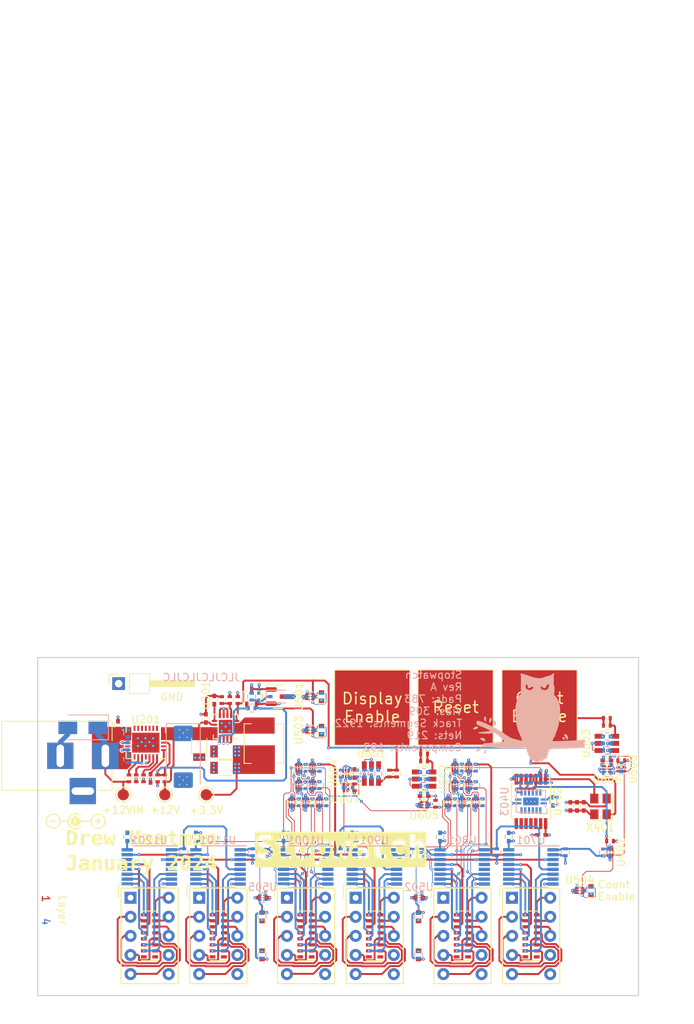
<source format=kicad_pcb>
(kicad_pcb (version 20221018) (generator pcbnew)
  (layers (0 "F.Cu" mixed) (1 "In1.Cu" power) (2 "In2.Cu" power) (31 "B.Cu" mixed) (34 "B.Paste" user) (35 "F.Paste" user) (36 "B.SilkS" user "B.Silkscreen") (37 "F.SilkS" user "F.Silkscreen") (38 "B.Mask" user) (39 "F.Mask" user) (44 "Edge.Cuts" user))
  (net 0 "")
  (net 1 "+12Vin")
  (net 2 "GND")
  (net 3 "Net-(U201-dVdT)")
  (net 4 "+12V")
  (net 5 "Net-(U201-RTN)")
  (net 6 "Net-(D301-K)")
  (net 7 "Net-(U301-SS{slash}TR)")
  (net 8 "Net-(U601-SNS)")
  (net 9 "Net-(U601-SNSK)")
  (net 10 "Net-(U602-SNS)")
  (net 11 "Net-(U602-SNSK)")
  (net 12 "Net-(U603-SNS)")
  (net 13 "Net-(U603-SNSK)")
  (net 14 "Net-(C607-Pad1)")
  (net 15 "Net-(C608-Pad1)")
  (net 16 "Net-(C609-Pad1)")
  (net 17 "+3.3V")
  (net 18 "Net-(D501-K)")
  (net 19 "Net-(D502-K)")
  (net 20 "Net-(D503-K)")
  (net 21 "Net-(D504-K)")
  (net 22 "Net-(D505-K)")
  (net 23 "Net-(D506-K)")
  (net 24 "Net-(D507-K)")
  (net 25 "POS12_PGOOD")
  (net 26 "POS3P3_PGOOD")
  (net 27 "32768Hz_Clock")
  (net 28 "Count_Reset")
  (net 29 "256Hz_Clock")
  (net 30 "POS3P3_RUN")
  (net 31 "Net-(Q301-D)")
  (net 32 "1Hz_Clock")
  (net 33 "Net-(U201-UVLO)")
  (net 34 "Net-(U201-OVP)")
  (net 35 "Net-(U201-~{SHDN})")
  (net 36 "Net-(U201-ILIM)")
  (net 37 "Net-(U201-IMON)")
  (net 38 "Net-(U301-FB)")
  (net 39 "1Hz_Clock_SRC")
  (net 40 "Net-(R501-Pad2)")
  (net 41 "Net-(R502-Pad2)")
  (net 42 "Net-(R504-Pad2)")
  (net 43 "Net-(R505-Pad2)")
  (net 44 "Net-(R506-Pad2)")
  (net 45 "Net-(SW601-TP)")
  (net 46 "Net-(SW602-TP)")
  (net 47 "Net-(SW603-TP)")
  (net 48 "Net-(U601-OUT)")
  (net 49 "Net-(U602-OUT)")
  (net 50 "Net-(U603-OUT)")
  (net 51 "Net-(U607-C)")
  (net 52 "Net-(U608-C)")
  (net 53 "Count_Enable")
  (net 54 "Seconds_Reset")
  (net 55 "Minutes_Reset")
  (net 56 "Display_Enable")
  (net 57 "Net-(R1301-Pad1)")
  (net 58 "Net-(R1302-Pad1)")
  (net 59 "Stage01_Clock_Out")
  (net 60 "Net-(R1303-Pad1)")
  (net 61 "Stage03_Clock_Out")
  (net 62 "Net-(R1304-Pad1)")
  (net 63 "Stage05_Clock_Out")
  (net 64 "Net-(R1305-Pad1)")
  (net 65 "Net-(R1306-Pad1)")
  (net 66 "Net-(R1401-Pad1)")
  (net 67 "Net-(R1402-Pad1)")
  (net 68 "Net-(R1403-Pad1)")
  (net 69 "Net-(R1404-Pad1)")
  (net 70 "Net-(R1405-Pad1)")
  (net 71 "Net-(R1406-Pad1)")
  (net 72 "Stage01_SEG_A")
  (net 73 "Stage01_SEG_B")
  (net 74 "Stage01_SEG_C")
  (net 75 "Stage01_SEG_D")
  (net 76 "Stage01_SEG_E")
  (net 77 "Stage01_SEG_F")
  (net 78 "Stage01_SEG_G")
  (net 81 "Net-(RN701-R7.2)")
  (net 82 "Net-(RN701-R6.2)")
  (net 83 "Net-(RN701-R5.2)")
  (net 84 "Net-(RN701-R4.2)")
  (net 85 "Net-(RN701-R3.2)")
  (net 86 "Net-(RN701-R2.2)")
  (net 87 "Net-(RN701-R1.2)")
  (net 88 "Stage02_SEG_A")
  (net 89 "Stage02_SEG_B")
  (net 90 "Stage02_SEG_C")
  (net 91 "Stage02_SEG_D")
  (net 92 "Stage02_SEG_E")
  (net 93 "Stage02_SEG_F")
  (net 94 "Stage02_SEG_G")
  (net 97 "Net-(RN801-R7.2)")
  (net 98 "Net-(RN801-R6.2)")
  (net 99 "Net-(RN801-R5.2)")
  (net 100 "Net-(RN801-R4.2)")
  (net 101 "Net-(RN801-R3.2)")
  (net 102 "Net-(RN801-R2.2)")
  (net 103 "Net-(RN801-R1.2)")
  (net 104 "Stage03_SEG_A")
  (net 105 "Stage03_SEG_B")
  (net 106 "Stage03_SEG_C")
  (net 107 "Stage03_SEG_D")
  (net 108 "Stage03_SEG_E")
  (net 109 "Stage03_SEG_F")
  (net 110 "Stage03_SEG_G")
  (net 113 "Net-(RN901-R7.2)")
  (net 114 "Net-(RN901-R6.2)")
  (net 115 "Net-(RN901-R5.2)")
  (net 116 "Net-(RN901-R4.2)")
  (net 117 "Net-(RN901-R3.2)")
  (net 118 "Net-(RN901-R2.2)")
  (net 119 "Net-(RN901-R1.2)")
  (net 120 "Stage04_SEG_A")
  (net 121 "Stage04_SEG_B")
  (net 122 "Stage04_SEG_C")
  (net 123 "Stage04_SEG_D")
  (net 124 "Stage04_SEG_E")
  (net 125 "Stage04_SEG_F")
  (net 126 "Stage04_SEG_G")
  (net 129 "Net-(RN1001-R7.2)")
  (net 130 "Net-(RN1001-R6.2)")
  (net 131 "Net-(RN1001-R5.2)")
  (net 132 "Net-(RN1001-R4.2)")
  (net 133 "Net-(RN1001-R3.2)")
  (net 134 "Net-(RN1001-R2.2)")
  (net 135 "Net-(RN1001-R1.2)")
  (net 136 "Stage05_SEG_A")
  (net 137 "Stage05_SEG_B")
  (net 138 "Stage05_SEG_C")
  (net 139 "Stage05_SEG_D")
  (net 140 "Stage05_SEG_E")
  (net 141 "Stage05_SEG_F")
  (net 142 "Stage05_SEG_G")
  (net 145 "Net-(RN1101-R7.2)")
  (net 146 "Net-(RN1101-R6.2)")
  (net 147 "Net-(RN1101-R5.2)")
  (net 148 "Net-(RN1101-R4.2)")
  (net 149 "Net-(RN1101-R3.2)")
  (net 150 "Net-(RN1101-R2.2)")
  (net 151 "Net-(RN1101-R1.2)")
  (net 152 "Stage06_SEG_A")
  (net 153 "Stage06_SEG_B")
  (net 154 "Stage06_SEG_C")
  (net 155 "Stage06_SEG_D")
  (net 156 "Stage06_SEG_E")
  (net 157 "Stage06_SEG_F")
  (net 158 "Stage06_SEG_G")
  (net 161 "Net-(RN1201-R7.2)")
  (net 162 "Net-(RN1201-R6.2)")
  (net 163 "Net-(RN1201-R5.2)")
  (net 164 "Net-(RN1201-R4.2)")
  (net 165 "Net-(RN1201-R3.2)")
  (net 166 "Net-(RN1201-R2.2)")
  (net 167 "Net-(RN1201-R1.2)")
  (net 219 "Net-(L301-Pad1)")
  (footprint "Custom Footprints Library:Capacitive_Touch_Pad" (layer "F.Cu") (at 152.3084 87.88)
    (fp_text reference "SW603" hide)
    (fp_text value "Cap_Touch")
  )
  (footprint "Capacitors_SMD:C_1206" (layer "F.Cu") (at 110.476 93.722 180)
    (fp_text reference "C305" hide)
    (fp_text value "10uF")
  )
  (footprint "TO_SOT_Packages_SMD:SOT-23-6" (layer "F.Cu") (at 136.9414 97.405 180)
    (fp_text reference "U602")
    (fp_text value "AT42QT1010-TSHR")
  )
  (footprint "Package_SON:Fairchild_MicroPak2-6_1.0x1.0mm_P0.35mm" (layer "F.Cu") (at 140.1418 100.4894 90)
    (fp_text reference "U1301" hide)
    (fp_text value "74LVC1G97")
  )
  (footprint "Resistors_SMD:R_0402" (layer "F.Cu") (at 161.2746 90.2676)
    (fp_text reference "R605" hide)
    (fp_text value "1k")
  )
  (footprint "Capacitors_SMD:C_0402" (layer "F.Cu") (at 152.5624 104.8512 180)
    (fp_text reference "C404" hide)
    (fp_text value "0.1uF")
  )
  (footprint "Resistors_SMD:R_0402" (layer "F.Cu") (at 98.6128 97.3074 -90)
    (fp_text reference "R208" hide)
    (fp_text value "10k")
  )
  (footprint "Custom Footprints Library:Capacitive_Touch_Pad" (layer "F.Cu") (at 130.0326 87.9054)
    (fp_text reference "SW601" hide)
    (fp_text value "Cap_Touch")
  )
  (footprint "Capacitors_SMD:C_0402" (layer "F.Cu") (at 161.2746 94.9158)
    (fp_text reference "C609" hide)
    (fp_text value "10uF")
  )
  (footprint "Capacitors_SMD:C_0402" (layer "F.Cu") (at 136.9414 99.6656)
    (fp_text reference "C608" hide)
    (fp_text value "10uF")
  )
  (footprint "Connector_PinHeader_2.54mm:PinHeader_1x01_P2.54mm_Horizontal" (layer "F.Cu") (at 96.2698 84.705)
    (fp_text reference "TP201" hide)
    (fp_text value "TP")
  )
  (footprint "Capacitors_SMD:C_0402" (layer "F.Cu") (at 107.8852 89.3278 90)
    (fp_text reference "C304" hide)
    (fp_text value "0.1uF")
  )
  (footprint "LEDs:LED_0402" (layer "F.Cu") (at 123.2776 90.9026 90)
    (fp_text reference "D504" hide)
    (fp_text value "Green")
  )
  (footprint "MountingHole:MountingHole_3mm" (layer "F.Cu") (at 161.6864 85.0392)
    (fp_text reference "H1502" hide)
    (fp_text value "3mm")
  )
  (footprint "Package_SON:Fairchild_MicroPak2-6_1.0x1.0mm_P0.35mm" (layer "F.Cu") (at 121.7536 90.9026)
    (fp_text reference "U503")
    (fp_text value "74LVC1G97")
  )
  (footprint "Display_7Segment:HDSP-A151" (layer "F.Cu") (at 118.6814 113.1928)
    (fp_text reference "U1002" hide)
    (fp_text value "HDSP-7503")
  )
  (footprint "Package_TO_SOT_SMD:SOT-23" (layer "F.Cu") (at 117.5118 86.4322)
    (fp_text reference "Q302" hide)
    (fp_text value "ZXMS6004FFTA")
  )
  (footprint "Custom Footprints Library:Test_Point" (layer "F.Cu") (at 107.9346 99.4878 90)
    (fp_text reference "TP301" hide)
    (fp_text value "TP")
  )
  (footprint "Capacitors_SMD:C_0402" (layer "F.Cu") (at 109.0028 86.8894 90)
    (fp_text reference "C303" hide)
    (fp_text value "10nF")
  )
  (footprint "Package_SON:Fairchild_MicroPak2-6_1.0x1.0mm_P0.35mm" (layer "F.Cu") (at 120.2536 95.9064 90)
    (fp_text reference "U1406" hide)
    (fp_text value "74LVC1G97")
  )
  (footprint "LEDs:LED_0402" (layer "F.Cu") (at 123.2776 86.4322 90)
    (fp_text reference "D501" hide)
    (fp_text value "Green")
  )
  (footprint "TO_SOT_Packages_SMD:SOT-23-6" (layer "F.Cu") (at 161.2746 92.6552 180)
    (fp_text reference "U603")
    (fp_text value "AT42QT1010-TSHR")
  )
  (footprint "Resistors_SMD:R_0402" (layer "F.Cu") (at 111.0602 86.8894 -90)
    (fp_text reference "R304" hide)
    (fp_text value "562k")
  )
  (footprint "Package_SON:Fairchild_MicroPak2-6_1.0x1.0mm_P0.35mm" (layer "F.Cu") (at 161.2746 96.0842)
    (fp_text reference "U606")
    (fp_text value "74LVC1G97")
  )
  (footprint "Resistor_SMD:R_Cat16-8" (layer "F.Cu") (at 100.3806 118.2632)
    (fp_text reference "RN1201" hide)
    (fp_text value "1k")
  )
  (footprint "Resistors_SMD:R_0402" (layer "F.Cu") (at 132.3186 96.6684 -90)
    (fp_text reference "R601" hide)
    (fp_text value "1k")
  )
  (footprint "Connectors:BARREL_JACK" (layer "F.Cu") (at 94.498 94.3062)
    (fp_text reference "J201" hide)
    (fp_text value "+12V IN")
  )
  (footprint "Resistors_SMD:R_0402" (layer "F.Cu") (at 136.9414 95.0174)
    (fp_text reference "R603" hide)
    (fp_text value "1k")
  )
  (footprint "Package_SON:Fairchild_MicroPak2-6_1.0x1.0mm_P0.35mm" (layer "F.Cu") (at 122.9968 100.4966 90)
    (fp_text reference "U1403" hide)
    (fp_text value "74LVC1G97")
  )
  (footprint "Package_SON:Fairchild_MicroPak2-6_1.0x1.0mm_P0.35mm" (layer "F.Cu") (at 136.9414 100.834)
    (fp_text reference "U605")
    (fp_text value "74LVC1G97")
  )
  (footprint "Custom Footprints Library:Test_Point" (layer "F.Cu") (at 102.4228 99.4878)
    (fp_text reference "TP203" hide)
    (fp_text value "TP_Pad")
  )
  (footprint "Resistors_SMD:R_0402" (layer "F.Cu") (at 112.127 86.8894 -90)
    (fp_text reference "R302" hide)
    (fp_text value "10k")
  )
  (footprint "LEDs:LED_0402" (layer "F.Cu") (at 115.3666 115.7232 90)
    (fp_text reference "D506" hide)
    (fp_text value "Red")
  )
  (footprint "LEDs:LED_0402" (layer "F.Cu") (at 136.1946 115.7232 90)
    (fp_text reference "D502" hide)
    (fp_text value "Red")
  )
  (footprint "Capacitors_SMD:C_0402" (layer "F.Cu") (at 156.4132 101.0412 90)
    (fp_text reference "C403" hide)
    (fp_text value "1nF")
  )
  (footprint "Custom Footprints Library:Test_Point" (layer "F.Cu") (at 96.8856 99.4878)
    (fp_text reference "TP202" hide)
    (fp_text value "TP_Pad")
  )
  (footprint "Capacitors_SMD:C_0402" (layer "F.Cu") (at 96.1898 90.2716 90)
    (fp_text reference "C202" hide)
    (fp_text value "0.1uF")
  )
  (footprint "Resistors_SMD:R_0402" (layer "F.Cu") (at 163.195 94.9452)
    (fp_text reference "R617" hide)
    (fp_text value "10k")
  )
  (footprint "Package_SON:Fairchild_MicroPak2-6_1.0x1.0mm_P0.35mm" (layer "F.Cu") (at 143.7994 100.4894 90)
    (fp_text reference "U1303" hide)
    (fp_text value "74LVC1G97")
  )
  (footprint "Package_SON:Fairchild_MicroPak2-6_1.0x1.0mm_P0.35mm" (layer "F.Cu") (at 141.0562 98.2106 90)
    (fp_text reference "U1304" hide)
    (fp_text value "74LVC1G97")
  )
  (footprint "Housings_DFN_QFN:QFN-24-1EP_4x5mm_Pitch0.5mm" (layer "F.Cu") (at 99.8828 92.5536 -90)
    (fp_text reference "U201")
    (fp_text value "TPS26600RHFT")
  )
  (footprint "Resistors_SMD:R_0402" (layer "F.Cu") (at 161.6964 105.664)
    (fp_text reference "R402" hide)
    (fp_text value "10k")
  )
  (footprint "Capacitors_SMD:C_0402" (layer "F.Cu") (at 127.6704 96.6684 -90)
    (fp_text reference "C607" hide)
    (fp_text value "10uF")
  )
  (footprint "Capacitors_SMD:C_1206" (layer "F.Cu") (at 110.476 95.9064 180)
    (fp_text reference "C306" hide)
    (fp_text value "10uF")
  )
  (footprint "Resistor_SMD:R_Cat16-8" (layer "F.Cu") (at 151.1806 118.2632)
    (fp_text reference "RN701" hide)
    (fp_text value "1k")
  )
  (footprint "Custom Footprints Library:Capacitive_Touch_Pad" (layer "F.Cu") (at 141.1324 87.88)
    (fp_text reference "SW602" hide)
    (fp_text value "Cap_Touch")
  )
  (footprint "Display_7Segment:HDSP-A151" (layer "F.Cu") (at 127.8254 113.1928)
    (fp_text reference "U902" hide)
    (fp_text value "HDSP-7503")
  )
  (footprint "Package_SON:Texas_X2SON-5_0.8x0.8mm_P0.48mm" (layer "F.Cu") (at 163.195 96.1136)
    (fp_text reference "U608")
    (fp_text value "74LVC1G80")
  )
  (footprint "TO_SOT_Packages_SMD:SOT-23-6" (layer "F.Cu") (at 129.931 96.6684 90)
    (fp_text reference "U601")
    (fp_text value "AT42QT1010-TSHR")
  )
  (footprint "Capacitors_SMD:C_0402" (layer "F.Cu") (at 100.5178 97.3074 -90)
    (fp_text reference "C201" hide)
    (fp_text value "10nF")
  )
  (footprint "Package_SON:Fairchild_MicroPak2-6_1.0x1.0mm_P0.35mm" (layer "F.Cu") (at 122.0824 98.2178 90)
    (fp_text reference "U1405" hide)
    (fp_text value "74LVC1G97")
  )
  (footprint "LEDs:LED_0402" (layer "F.Cu") (at 159.1664 112.2386 90)
    (fp_text reference "D505" hide)
    (fp_text value "Green")
  )
  (footprint "Resistors_SMD:R_0402" (layer "F.Cu") (at 138.4654 100.6816 90)
    (fp_text reference "R613" hide)
    (fp_text value "10k")
  )
  (footprint "Package_SON:Fairchild_MicroPak2-6_1.0x1.0mm_P0.35mm" (layer "F.Cu") (at 141.9706 100.4966 90)
    (fp_text reference "U1302" hide)
    (fp_text value "74LVC1G97")
  )
  (footprint "Package_SON:Fairchild_MicroPak2-6_1.0x1.0mm_P0.35mm" (layer "F.Cu") (at 161.6964 107.1372 -90)
    (fp_text reference "U401")
    (fp_text value "74LVC1G97")
  )
  (footprint "Resistors_SMD:R_0402" (layer "F.Cu") (at 109.9934 86.8894 90)
    (fp_text reference "R305" hide)
    (fp_text value "180k")
  )
  (footprint "Package_SON:Fairchild_MicroPak2-6_1.0x1.0mm_P0.35mm" (layer "F.Cu") (at 121.168 100.4966 90)
    (fp_text reference "U1402" hide)
    (fp_text value "74LVC1G97")
  )
  (footprint "Package_SON:Texas_X2SON-5_0.8x0.8mm_P0.48mm" (layer "F.Cu") (at 126.502 98.4972 -90)
    (fp_text reference "U607")
    (fp_text value "74LVC1G80")
  )
  (footprint "Package_SON:Fairchild_MicroPak2-6_1.0x1.0mm_P0.35mm" (layer "F.Cu") (at 142.885 98.2106 90)
    (fp_text reference "U1305" hide)
    (fp_text value "74LVC1G97")
  )
  (footprint "Package_SON:Fairchild_MicroPak2-6_1.0x1.0mm_P0.35mm" (layer "F.Cu") (at 142.885 95.881 90)
    (fp_text reference "U1307" hide)
    (fp_text value "74LVC1G97")
  )
  (footprint "Oscillator:Oscillator_SMD_Abracon_ASE-4Pin_3.2x2.5mm" (layer "F.Cu") (at 160.4264 101.046 90)
    (fp_text reference "X401")
    (fp_text value "ECS-327KE")
  )
  (footprint "Resistor_SMD:R_Cat16-8" (layer "F.Cu") (at 109.5246 118.2632)
    (fp_text reference "RN1101" hide)
    (fp_text value "1k")
  )
  (footprint "Display_7Segment:HDSP-A151" (layer "F.Cu") (at 97.8534 113.1928)
    (fp_text reference "U1202" hide)
    (fp_text value "HDSP-7503")
  )
  (footprint "Resistors_SMD:R_0402" (layer "F.Cu") (at 97.6476 97.3074 90)
    (fp_text reference "R204" hide)
    (fp_text value "10k")
  )
  (footprint "Resistor_SMD:R_Cat16-8" (layer "F.Cu") (at 130.3526 118.2632)
    (fp_text reference "RN901" hide)
    (fp_text value "1k")
  )
  (footprint "Resistors_SMD:R_0402" (layer "F.Cu") (at 102.4228 97.3074 90)
    (fp_text reference "R206" hide)
    (fp_text value "13k")
  )
  (footprint "MountingHole:MountingHole_3mm" (layer "F.Cu") (at 161.6864 122.4192)
    (fp_text reference "H1504" hide)
    (fp_text value "3mm")
  )
  (footprint "Package_SON:Fairchild_MicroPak2-6_1.0x1.0mm_P0.35mm" (layer "F.Cu") (at 120.2536 98.2178 90)
    (fp_text reference "U1404" hide)
    (fp_text value "74LVC1G97")
  )
  (footprint "Resistors_SMD:R_0402" (layer "F.Cu") (at 161.2746 89.3024)
    (fp_text reference "R606" hide)
    (fp_text value "1k")
  )
  (footprint "Package_SON:Fairchild_MicroPak2-6_1.0x1.0mm_P0.35mm" (layer "F.Cu") (at 121.7536 86.4322)
    (fp_text reference "U501")
    (fp_text value "74LVC1G97")
  )
  (footprint "Resistors_SMD:R_0402" (layer "F.Cu") (at 99.578 97.3074 -90)
    (fp_text reference "R205" hide)
    (fp_text value "10k")
  )
  (footprint "Package_SON:Fairchild_MicroPak2-6_1.0x1.0mm_P0.35mm" (layer "F.Cu") (at 126.502 96.6684 -90)
    (fp_text reference "U604")
    (fp_text value "74LVC1G97")
  )
  (footprint "Display_7Segment:HDSP-A151" (layer "F.Cu") (at 148.6534 113.1928)
    (fp_text reference "U702" hide)
    (fp_text value "HDSP-7503")
  )
  (footprint "Symbol:Symbol_Barrel_Polarity" (layer "F.Cu") (at 90.5439 102.9414)
    (fp_text reference "REF**" hide)
    (fp_text value "Symbol_Barrel_Polarity")
  )
  (footprint "Resistors_SMD:R_0402" (layer "F.Cu") (at 133.2838 96.6684 -90)
    (fp_text reference "R602" hide)
    (fp_text value "1k")
  )
  (footprint "LEDs:LED_0402" (layer "F.Cu") (at 115.3666 120.8032 -90)
    (fp_text reference "D507" hide)
    (fp_text value "Red")
  )
  (footprint "Resistors_SMD:R_0402" (layer "F.Cu") (at 127.6704 98.4972 -90)
    (fp_text reference "R616" hide)
    (fp_text value "10k")
  )
  (footprint "Housings_DFN_QFN:QFN-16-1EP_3x3mm_Pitch0.5mm" (layer "F.Cu") (at 110.5014 90.42 180)
    (fp_text reference "U301")
    (fp_text value "TPS62130A")
  )
  (footprint "Capacitors_SMD:C_0402" (layer "F.Cu") (at 157.3022 101.0412 90)
    (fp_text reference "C402" hide)
    (fp_text value "10nF")
  )
  (footprint "Package_SON:Fairchild_MicroPak2-6_1.0x1.0mm_P0.35mm" (layer "F.Cu") (at 119.3392 100.4966 90)
    (fp_text reference "U1401" hide)
    (fp_text value "74LVC1G97")
  )
  (footprint "Package_SON:Fairchild_MicroPak2-6_1.0x1.0mm_P0.35mm" (layer "F.Cu") (at 122.0824 95.9064 90)
    (fp_text reference "U1407" hide)
    (fp_text value "74LVC1G97")
  )
  (footprint "LEDs:LED_0402" (layer "F.Cu") (at 136.1946 120.8032 -90)
    (fp_text reference "D503" hide)
    (fp_text value "Red")
  )
  (footprint "Resistor_SMD:R_Cat16-8" (layer "F.Cu") (at 142.0366 118.2632)
    (fp_text reference "RN801" hide)
    (fp_text value "1k")
  )
  (footprint "Inductors_SMD:L_Vishay_IHLP-2020" (layer "F.Cu") (at 115.6208 92.6846 -90)
    (fp_text reference "L301" hide)
    (fp_text value "2.2u")
  )
  (footprint "Housings_SSOP:TSSOP-14_4.4x5mm_Pitch0.65mm" (layer "F.Cu") (at 151.1654 100.3768 -90)
    (fp_text reference "U402")
    (fp_text value "CD4024")
  )
  (footprint "Capacitors_SMD:C_1206" (layer "F.Cu") (at 106.9962 92.9854 -90)
    (fp_text reference "C301" hide)
    (fp_text value "10uF")
  )
  (footprint "MountingHole:MountingHole_3mm" (layer "F.Cu") (at 89.3064 122.4192)
    (fp_text reference "H1503" hide)
    (fp_text value "3mm")
  )
  (footprint "Display_7Segment:HDSP-A151" (layer "F.Cu") (at 139.5094 113.1928)
    (fp_text reference "U802" hide)
    (fp_text value "HDSP-7503")
  )
  (footprint "Display_7Segment:HDSP-A151" (layer "F.Cu") (at 106.9974 113.1928)
    (fp_text reference "U1102" hide)
    (fp_text value "HDSP-7503")
  )
  (footprint "Capacitors_SMD:C_0402" (layer "F.Cu") (at 115.4416 113.1832)
    (fp_text reference "C505" hide)
    (fp_text value "0.1uF")
  )
  (footprint "Resistors_SMD:R_0402" (layer "F.Cu") (at 136.9414 94.0522)
    (fp_text reference "R604" hide)
    (fp_text value "1k")
  )
  (footprint "Resistor_SMD:R_Cat16-8" (layer "F.Cu") (at 121.2086 118.2632)
    (fp_text reference "RN1001" hide)
    (fp_text value "1k")
  )
  (footprint "Capacitors_SMD:C_0402" (layer "F.Cu") (at 158.1912 101.0412 90)
    (fp_text reference "C401" hide)
    (fp_text value "0.1uF")
  )
  (footprint "Resistors_SMD:R_0402" (layer "F.Cu") (at 101.4576 97.3074 -90)
    (fp_text reference "R207" hide)
    (fp_text value "5.11k")
  )
  (footprint "Package_SON:Fairchild_MicroPak2-6_1.0x1.0mm_P0.35mm" (layer "F.Cu") (at 157.6424 112.2386)
    (fp_text reference "U504")
    (fp_text value "74LVC1G97")
  )
  (footprint "MountingHole:MountingHole_3mm" (layer "F.Cu") (at 89.3064 85.0392)
    (fp_text reference "H1501" hide)
    (fp_text value "3mm")
  )
  (footprint "Package_TO_SOT_SMD:SOT-323_SC-70" (layer "F.Cu") (at 113.980828 86.4322 90)
    (fp_text reference "Q301" hide)
    (fp_text value "BSS214NW")
  )
  (footprint "Package_SON:Fairchild_MicroPak2-6_1.0x1.0mm_P0.35mm" (layer "F.Cu") (at 141.0562 95.8738 90)
    (fp_text reference "U1306" hide)
    (fp_text value "74LVC1G97")
  )
  (footprint "Capacitors_SMD:C_0402" (layer "F.Cu") (at 136.257 113.1832)
    (fp_text reference "C502" hide)
    (fp_text value "0.1uF")
  )
  (footprint "Resistors_SMD:R_0402" (layer "B.Cu") (at 121.168 95.9064 -90)
    (fp_text reference "R1406" hide)
    (fp_text value "10k")
  )
  (footprint "Capacitors_SMD:C_0402" (layer "B.Cu") (at 120.2536 98.2178 -90)
    (fp_text reference "C1404" hide)
    (fp_text value "0.1uF")
  )
  (footprint "Resistors_SMD:R_0402" (layer "B.Cu") (at 125.78519 107.138 -90)
    (fp_text reference "R1001" hide)
    (fp_text value "10k")
  )
  (footprint "Resistors_SMD:R_0402" (layer "B.Cu") (at 153.2228 97.4304 -90)
    (fp_text reference "R401" hide)
    (fp_text value "10k")
  )
  (footprint "Package_SON:Fairchild_MicroPak2-6_1.0x1.0mm_P0.35mm" (layer "B.Cu") (at 136.257 113.1832 180)
    (fp_text reference "U502")
    (fp_text value "74LVC1G97")
  )
  (footprint "Resistors_SMD:R_0402" (layer "B.Cu") (at 104.95719 107.138 -90)
    (fp_text reference "R1201" hide)
    (fp_text value "10k")
  )
  (footprint "Resistors_SMD:R_0402" (layer "B.Cu") (at 143.7994 95.881 -90)
    (fp_text reference "R1307" hide)
    (fp_text value "10k")
  )
  (footprint "Capacitors_SMD:C_0402" (layer "B.Cu") (at 106.553 105.1052 90)
    (fp_text reference "C1101" hide)
    (fp_text value "0.1uF")
  )
  (footprint "Capacitors_SMD:C_0402" (layer "B.Cu") (at 161.2746 91.7408)
    (fp_text reference "C603" hide)
    (fp_text value "10nF")
  )
  (footprint "Housings_SSOP:TSSOP-16_4.4x5mm_Pitch0.65mm" (layer "B.Cu") (at 109.4994 109.093 180)
    (fp_text reference "U1101")
    (fp_text value "4026")
  )
  (footprint "Capacitors_SMD:C_0402" (layer "B.Cu") (at 129.931 96.6684 -90)
    (fp_text reference "C604" hide)
    (fp_text value "0.1uF")
  )
  (footprint "Diode_SMD:D_SOD-323" (layer "B.Cu") (at 117.5118 86.4322)
    (fp_text reference "D301" hide)
    (fp_text value "BAT48JFILM")
  )
  (footprint "Capacitors_SMD:C_0402" (layer "B.Cu") (at 130.8454 96.6684 -90)
    (fp_text reference "C601" hide)
    (fp_text value "10nF")
  )
  (footprint "Capacitors_SMD:C_0402" (layer "B.Cu") (at 142.885 98.2106 -90)
    (fp_text reference "C1305" hide)
    (fp_text value "0.1uF")
  )
  (footprint "Resistors_SMD:R_0402" (layer "B.Cu") (at 115.3666 115.7232 90)
    (fp_text reference "R506" hide)
    (fp_text value "1k")
  )
  (footprint "Capacitors_SMD:C_0402" (layer "B.Cu") (at 122.0824 95.9064 -90)
    (fp_text reference "C1407" hide)
    (fp_text value "0.1uF")
  )
  (footprint "Resistors_SMD:R_0402" (layer "B.Cu") (at 136.1946 115.7232 90)
    (fp_text reference "R502" hide)
    (fp_text value "1k")
  )
  (footprint "Capacitors_SMD:C_0402" (layer "B.Cu") (at 136.9414 96.4906)
    (fp_text reference "C602" hide)
    (fp_text value "10nF")
  )
  (footprint "Housings_SSOP:TSSOP-16_4.4x5mm_Pitch0.65mm" (layer "B.Cu") (at 142.0114 109.093 180)
    (fp_text reference "U801")
    (fp_text value "4026")
  )
  (footprint "Capacitors_SMD:C_0402" (layer "B.Cu") (at 126.8222 98.4972 180)
    (fp_text reference "C613" hide)
    (fp_text value "0.1uF")
  )
  (footprint "Custom Footprints Library:Owl_1_Logo" (layer "B.Cu") (at 150.5458 89.281 180)
    (fp_text reference "G***" hide)
    (fp_text value "Owl_1_Logo" hide)
  )
  (footprint "Housings_SSOP:TSSOP-16_4.4x5mm_Pitch0.65mm" (layer "B.Cu") (at 151.1554 109.093 180)
    (fp_text reference "U701")
    (fp_text value "4026")
  )
  (footprint "Resistors_SMD:R_0402" (layer "B.Cu") (at 123.2776 90.9026 90)
    (fp_text reference "R504" hide)
    (fp_text value "1k")
  )
  (footprint "Resistors_SMD:R_0402" (layer "B.Cu") (at 149.743 97.4304 90)
    (fp_text reference "R405" hide)
    (fp_text value "10k")
  )
  (footprint "Package_SON:Fairchild_MicroPak2-6_1.0x1.0mm_P0.35mm" (layer "B.Cu") (at 115.4416 113.1832 180)
    (fp_text reference "U505")
    (fp_text value "74LVC1G97")
  )
  (footprint "Capacitors_SMD:C_0402" (layer "B.Cu") (at 119.3392 100.4966 -90)
    (fp_text reference "C1401" hide)
    (fp_text value "0.1uF")
  )
  (footprint "Capacitors_SMD:C_0402" (layer "B.Cu") (at 122.9968 100.4966 -90)
    (fp_text reference "C1403" hide)
    (fp_text value "0.1uF")
  )
  (footprint "Resistors_SMD:R_0402" (layer "B.Cu") (at 161.2746 94.5602)
    (fp_text reference "R612" hide)
    (fp_text value "10k")
  )
  (footprint "Resistors_SMD:R_0402" (layer "B.Cu") (at 120.2536 100.4966 -90)
    (fp_text reference "R1401" hide)
    (fp_text value "10k")
  )
  (footprint "Capacitors_SMD:C_0402" (layer "B.Cu") (at 142.885 95.881 -90)
    (fp_text reference "C1307" hide)
    (fp_text value "0.1uF")
  )
  (footprint "Capacitors_SMD:C_0402" (layer "B.Cu") (at 161.2746 95.5 180)
    (fp_text reference "C612" hide)
    (fp_text value "0.1uF")
  )
  (footprint "Resistors_SMD:R_0402" (layer "B.Cu") (at 143.7994 98.2106 -90)
    (fp_text reference "R1305" hide)
    (fp_text value "10k")
  )
  (footprint "Resistors_SMD:R_0402" (layer "B.Cu") (at 115.3666 120.8032 -90)
    (fp_text reference "R507" hide)
    (fp_text value "1k")
  )
  (footprint "Capacitors_SMD:C_0402" (layer "B.Cu") (at 136.9414 100.834 180)
    (fp_text reference "C611" hide)
    (fp_text value "0.1uF")
  )
  (footprint "Resistors_SMD:R_0402" (layer "B.Cu") (at 125.8824 96.6684 90)
    (fp_text reference "R614" hide)
    (fp_text value "10k")
  )
  (footprint "Resistors_SMD:R_0402" (layer "B.Cu") (at 136.9414 99.31)
    (fp_text reference "R611" hide)
    (fp_text value "10k")
  )
  (footprint "Resistors_SMD:R_0402" (layer "B.Cu") (at 97.4698 93.0362 -90)
    (fp_text reference "R202" hide)
    (fp_text value "1.15k")
  )
  (footprint "Housings_SSOP:TSSOP-16_4.4x5mm_Pitch0.65mm" (layer "B.Cu") (at 100.3554 109.093 180)
    (fp_text reference "U1201")
    (fp_text value "4026")
  )
  (footprint "Resistors_SMD:R_0402" (layer "B.Cu") (at 160.8174 107.1674 90)
    (fp_text reference "R404" hide)
    (fp_text value "10k")
  )
  (footprint "Capacitors_SMD:C_0402" (layer "B.Cu") (at 141.9706 100.4966 -90)
    (fp_text reference "C1302" hide)
    (fp_text value "0.1uF")
  )
  (footprint "Resistors_SMD:R_0402" (layer "B.Cu") (at 122.0824 100.4966 -90)
    (fp_text reference "R1402" hide)
    (fp_text value "10k")
  )
  (footprint "Capacitors_SMD:C_0402" (layer "B.Cu") (at 121.7536 86.4322 180)
    (fp_text reference "C501" hide)
    (fp_text value "0.1uF")
  )
  (footprint "Resistors_SMD:R_0402" (layer "B.Cu") (at 142.885 100.4966 -90)
    (fp_text reference "R1302" hide)
    (fp_text value "10k")
  )
  (footprint "Capacitor_Tantalum_SMD:CP_EIA-7343-43_Kemet-X" (layer "B.Cu") (at 104.8766 94.4372 -90)
    (fp_text reference "C203" hide)
    (fp_text value "100uF")
  )
  (footprint "Resistors_SMD:R_0402" (layer "B.Cu") (at 136.9414 98.3448 180)
    (fp_text reference "R608" hide)
    (fp_text value "10k")
  )
  (footprint "Capacitors_SMD:C_0402" (layer "B.Cu") (at 122.0824 98.2178 -90)
    (fp_text reference "C1405" hide)
    (fp_text value "0.1uF")
  )
  (footprint "Capacitors_SMD:C_0402" (layer "B.Cu") (at 143.7994 100.4894 -90)
    (fp_text reference "C1303" hide)
    (fp_text value "0.1uF")
  )
  (footprint "Resistors_SMD:R_0402" (layer "B.Cu") (at 121.168 98.2178 -90)
    (fp_text reference "R1404" hide)
    (fp_text value "10k")
  )
  (footprint "Resistors_SMD:R_0402" (layer "B.Cu") (at 134.92919 107.138 -90)
    (fp_text reference "R901" hide)
    (fp_text value "10k")
  )
  (footprint "Capacitors_SMD:C_0402" (layer "B.Cu") (at 141.0562 95.8738 -90)
    (fp_text reference "C1306" hide)
    (fp_text value "0.1uF")
  )
  (footprint "Resistors_SMD:R_0402" (layer "B.Cu") (at 123.2776 86.4322 90)
    (fp_text reference "R501" hide)
    (fp_text value "1k")
  )
  (footprint "Housings_SSOP:TSSOP-16_4.4x5mm_Pitch0.65mm" (layer "B.Cu") (at 130.3274 109.093 180)
    (fp_text reference "U901")
    (fp_text value "4026")
  )
  (footprint "Resistors_SMD:R_0402" (layer "B.Cu") (at 141.9706 98.2106 -90)
    (fp_text reference "R1304" hide)
    (fp_text value "10k")
  )
  (footprint "Capacitors_SMD:C_0402" (layer "B.Cu") (at 161.2746 92.6552)
    (fp_text reference "C606" hide)
    (fp_text value "0.1uF")
  )
  (footprint "Capacitors_SMD:C_0402" (layer "B.Cu") (at 114.971428 86.4322 90)
    (fp_text reference "C302" hide)
    (fp_text value "10uF")
  )
  (footprint "Resistors_SMD:R_0402" (layer "B.Cu") (at 128.026 96.6684 -90)
    (fp_text reference "R610" hide)
    (fp_text value "10k")
  )
  (footprint "Resistors_SMD:R_0402" (layer "B.Cu") (at 97.4698 91.309 -90)
    (fp_text reference "R201" hide)
    (fp_text value "51.1k")
  )
  (footprint "Resistors_SMD:R_0402" (layer "B.Cu") (at 114.10119 107.138 -90)
    (fp_text reference "R1101" hide)
    (fp_text value "10k")
  )
  (footprint "Resistors_SMD:R_0402" (layer "B.Cu") (at 152.2322 97.4304 -90)
    (fp_text reference "R403" hide)
    (fp_text value "10k")
  )
  (footprint "Resistors_SMD:R_0402" (layer "B.Cu") (at 122.9968 98.2178 -90)
    (fp_text reference "R1405" hide)
    (fp_text value "10k")
  )
  (footprint "Capacitors_SMD:C_0402" (layer "B.Cu") (at 121.7536 90.9026 180)
    (fp_text reference "C503" hide)
    (fp_text value "0.1uF")
  )
  (footprint "Capacitors_SMD:C_0402" (layer "B.Cu") (at 127.381 105.1052 90)
    (fp_text reference "C901" hide)
    (fp_text value "0.1uF")
  )
  (footprint "Capacitors_SMD:C_0402" (layer "B.Cu") (at 161.6964 107.1372 90)
    (fp_text reference "C405" hide)
    (fp_text value "0.1uF")
  )
  (footprint "Resistors_SMD:R_0402" (layer "B.Cu") (at 97.4698 94.738 -90)
    (fp_text reference "R203" hide)
    (fp_text value "5.11k")
  )
  (footprint "Resistors_SMD:R_0402" (layer "B.Cu") (at 113.980828 86.4322 90)
    (fp_text reference "R303" hide)
    (fp_text value "10k")
  )
  (footprint "Custom Footprints Library:DHVQFN16-1ep_3p5x2p5mm" (layer "B.Cu") (at 151.1654 100.3768 180)
    (fp_text reference "U403")
    (fp_text value "CD4040" hide)
  )
  (footprint "Capacitors_SMD:C_0402" (layer "B.Cu") (at 140.1418 100.4894 -90)
    (fp_text reference "C1301" hide)
    (fp_text value "0.1uF")
  )
  (footprint "Resistors_SMD:R_0402" (layer "B.Cu") (at 141.9706 95.8738 -90)
    (fp_text reference "R1306" hide)
    (fp_text value "10k")
  )
  (footprint "Capacitors_SMD:C_0402" (layer "B.Cu") (at 127.0862 96.6684 90)
    (fp_text reference "C610" hide)
    (fp_text value "0.1uF")
  )
  (footprint "Resistors_SMD:R_0402" (layer "B.Cu") (at 146.61319 107.138 -90)
    (fp_text reference "R801" hide)
    (fp_text value "10k")
  )
  (footprint "Capacitors_SMD:C_0402" (layer "B.Cu") (at 148.209 105.1052 90)
    (fp_text reference "C701" hide)
    (fp_text value "0.1uF")
  )
  (footprint "Capacitors_SMD:C_0402" (layer "B.Cu") (at 157.6424 112.2386 180)
    (fp_text reference "C504" hide)
    (fp_text value "0.1uF")
  )
  (footprint "Resistors_SMD:R_0402" (layer "B.Cu") (at 144.7138 100.4894 -90)
    (fp_text reference "R1303" hide)
    (fp_text value "10k")
  )
  (footprint "Capacitors_SMD:C_0402" (layer "B.Cu") (at 163.195 95.9192 -90)
    (fp_text reference "C614" hide)
    (fp_text value "0.1uF")
  )
  (footprint "Capacitors_SMD:C_0402" (layer "B.Cu") (at 139.065 105.1052 90)
    (fp_text reference "C801" hide)
    (fp_text value "0.1uF")
  )
  (footprint "Resistors_SMD:R_0402" (layer "B.Cu") (at 155.75719 107.138 -90)
    (fp_text reference "R701" hide)
    (fp_text value "10k")
  )
  (footprint "Capacitors_SMD:C_0402" (layer "B.Cu") (at 120.2536 95.9064 -90)
    (fp_text reference "C1406" hide)
    (fp_text value "0.1uF")
  )
  (footprint "Resistors_SMD:R_0402" (layer "B.Cu") (at 122.9968 95.9064 -90)
    (fp_text reference "R1407" hide)
    (fp_text value "10k")
  )
  (footprint "Capacitors_SMD:C_0402" (layer "B.Cu") (at 118.237 105.1052 90)
    (fp_text reference "C1001" hide)
    (fp_text value "0.1uF")
  )
  (footprint "Capacitors_SMD:C_0402" (layer "B.Cu") (at 121.168 100.4966 -90)
    (fp_text reference "C1402" hide)
    (fp_text value "0.1uF")
  )
  (footprint "Resistors_SMD:R_0402" (layer "B.Cu") (at 113.980828 87.9562 180)
    (fp_text reference "R301" hide)
    (fp_text value "10")
  )
  (footprint "Resistors_SMD:R_0402" (layer "B.Cu") (at 161.2746 96.5454 180)
    (fp_text reference "R615" hide)
    (fp_text value "10k")
  )
  (footprint "Resistors_SMD:R_0402" (layer "B.Cu") (at 161.2746 93.595 180)
    (fp_text reference "R609" hide)
    (fp_text value "10k")
  )
  (footprint "Resistors_SMD:R_0402" (layer "B.Cu") (at 159.1664 112.2386 90)
    (fp_text reference "R505" hide)
    (fp_text value "1k")
  )
  (footprint "Resistors_SMD:R_0402" (layer "B.Cu") (at 150.759 97.4304 90)
    (fp_text reference "R406" hide)
    (fp_text value "10k")
  )
  (footprint "Resistors_SMD:R_0402" (layer "B.Cu") (at 136.1946 120.8032 -90)
    (fp_text reference "R503" hide)
    (fp_text value "1k")
  )
  (footprint "Diodes_SMD:D_SMA" (layer "B.Cu") (at 91.5008 90.5216 180)
    (fp_text reference "D201" hide)
    (fp_text value "24V")
  )
  (footprint "Resistors_SMD:R_0402" (layer "B.Cu") (at 128.9912 96.6684 90)
    (fp_text reference "R607" hide)
    (fp_text value "10k")
  )
  (footprint "Resistors_SMD:R_0402" (layer "B.Cu") (at 123.9112 100.4966 -90)
    (fp_text reference "R1403" hide)
    (fp_text value "10k")
  )
  (footprint "Resistors_SMD:R_0402" (layer "B.Cu") (at 141.0562 100.4894 -90)
    (fp_text reference "R1301" hide)
    (fp_text value "10k")
  )
  (footprint "Housings_SSOP:TSSOP-16_4.4x5mm_Pitch0.65mm" (layer "B.Cu") (at 121.1834 109.093 180)
    (fp_text reference "U1001")
    (fp_text value "4026")
  )
  (footprint "Capacitors_SMD:C_0402" (layer "B.Cu") (at 141.0562 98.2106 -90)
    (fp_text reference "C1304" hide)
    (fp_text value "0.1uF")
  )
  (footprint "Capacitors_SMD:C_0402" (layer "B.Cu") (at 97.409 105.1052 90)
    (fp_text reference "C1201" hide)
    (fp_text value "0.1uF")
  )
  (footprint "Capacitors_SMD:C_0402" (layer "B.Cu") (at 154.1118 100.3768 -90)
    (fp_text reference "C406" hide)
    (fp_text value "0.1uF")
  )
  (footprint "Capacitors_SMD:C_0402" (layer "B.Cu") (at 136.9414 97.405)
    (fp_text reference "C605" hide)
    (fp_text value "0.1uF")
  )
  (gr_line (start 85.4964 81.2292) (end 85.4964 126.2292) (stroke (width 0.15)) (layer "Edge.Cuts"))
  (gr_line (start 165.4964 126.2292) (end 165.4964 81.2292) (stroke (width 0.15)) (layer "Edge.Cuts"))
  (gr_line (start 165.4964 81.2292) (end 85.4964 81.2292) (stroke (width 0.15)) (layer "Edge.Cuts"))
  (gr_line (start 85.4964 126.2292) (end 165.4964 126.2292) (stroke (width 0.15)) (layer "Edge.Cuts"))
  (gr_text "1" (at 85.979 112.7506 -90) (layer "F.Cu") (effects (font (size 1 1)) (justify left bottom)))
  (gr_text "4" (at 85.979 115.7986 -90) (layer "B.Cu") (effects (font (size 1 1)) (justify left bottom)))
  (gr_text "Stopwatch\nRev A\nPads: 783\nVias: 309\nTrack Segments: 1922\nNets: 219\nComponents: 192" (at 142.113 93.7768) (layer "B.SilkS") (effects (font (size 1 1)) (justify left bottom mirror)))
  (gr_text "JLCJLCJLCJLC" (at 107.2896 83.8708) (layer "B.SilkS") (effects (font (size 1 1)) (justify mirror)))
  (gr_text "Display\nEnable" (at 130.0332 87.8972) (layer "F.SilkS") (effects (font (size 1.5 1.5) (thickness 0.2))))
  (gr_text "Drew Maatman\nJanuary 2024" (at 89.1794 107.061) (layer "F.SilkS") (effects (font (size 2 2) (thickness 0.4) bold) (justify left)))
  (gr_text "+3.3V" (at 107.9346 102.1548) (layer "F.SilkS") (effects (font (size 1 1)) (justify bottom)))
  (gr_text "Count\nEnable" (at 152.2836 87.8464) (layer "F.SilkS") (effects (font (size 1.5 1.5) (thickness 0.2))))
  (gr_text "Stopwatch" (at 114.5032 108.4326) (layer "F.SilkS" knockout) (effects (font (size 3 3) (thickness 0.2) bold) (justify left bottom)))
  (gr_text "-" (at 87.5594 102.9414) (layer "F.SilkS") (effects (font (size 1 1))))
  (gr_text "+12V" (at 102.4482 102.104) (layer "F.SilkS") (effects (font (size 1 1)) (justify bottom)))
  (gr_text "Reset" (at 141.133 87.8464) (layer "F.SilkS") (effects (font (size 1.5 1.5) (thickness 0.2))))
  (gr_text "Layer" (at 88.2142 112.7506 -90) (layer "F.SilkS") (effects (font (size 1 1)) (justify left bottom)))
  (gr_text "Count\nEnable" (at 159.9692 112.2426) (layer "F.SilkS") (effects (font (size 1 1)) (justify left)))
  (gr_text "GND" (at 103.3372 86.5084) (layer "F.SilkS") (effects (font (size 1 1))))
  (gr_text "+12VIN" (at 96.8856 102.104) (layer "F.SilkS") (effects (font (size 1 1)) (justify bottom)))
  (gr_text "+" (at 93.5284 102.9414) (layer "F.SilkS") (effects (font (size 1 1))))
  (segment (start 96.8856 97.7674) (end 96.8756 97.7574) (width 0.254) (layer "F.Cu") (net 1))
  (segment (start 96.8756 97.7574) (end 95.4968 97.7574) (width 0.254) (layer "F.Cu") (net 1))
  (segment (start 96.8856 99.4878) (end 96.8856 97.7674) (width 0.254) (layer "F.Cu") (net 1))
  (segment (start 95.4968 97.7574) (end 94.498 96.7586) (width 0.254) (layer "F.Cu") (net 1))
  (segment (start 94.498 96.7586) (end 94.498 94.3062) (width 0.254) (layer "F.Cu") (net 1))
  (segment (start 97.6476 97.7574) (end 96.8756 97.7574) (width 0.254) (layer "F.Cu") (net 1))
  (via (at 96.8502 90.8558) (size 0.4) (drill 0.15) (layers "F.Cu" "B.Cu") (net 1))
  (segment (start 97.4698 90.859) (end 96.8534 90.859) (width 0.254) (layer "B.Cu") (net 1))
  (segment (start 93.5008 91.545) (end 94.498 92.5422) (width 0.635) (layer "B.Cu") (net 1))
  (segment (start 94.498 92.5422) (end 94.498 94.3062) (width 0.635) (layer "B.Cu") (net 1))
  (segment (start 96.8534 90.859) (end 96.8502 90.8558) (width 0.254) (layer "B.Cu") (net 1))
  (segment (start 93.5008 90.5216) (end 93.5008 91.545) (width 0.635) (layer "B.Cu") (net 1))
  (segment (start 142.875 96.2589) (end 142.875 96.771921) (width 0.0889) (layer "F.Cu") (net 2))
  (segment (start 120.2536 96.2589) (end 120.2536 96.764) (width 0.0889) (layer "F.Cu") (net 2))
  (segment (start 161.8246 95.3504) (end 161.8246 94.9158) (width 0.0889) (layer "F.Cu") (net 2))
  (segment (start 119.9036 99.1264) (end 119.9036 98.5703) (width 0.0889) (layer "F.Cu") (net 2))
  (segment (start 160.3248 96.3676) (end 160.3248 96.0882) (width 0.0889) (layer "F.Cu") (net 2))
  (segment (start 157.2899 112.5886) (end 156.7592 112.5886) (width 0.0889) (layer "F.Cu") (net 2))
  (segment (start 122.0824 96.771921) (end 122.070811 96.78351) (width 0.0889) (layer "F.Cu") (net 2))
  (segment (start 119.3392 101.5592) (end 119.3392 100.8491) (width 0.0889) (layer "F.Cu") (net 2))
  (segment (start 111.0742 92.6338) (end 110.7694 92.6338) (width 0.254) (layer "F.Cu") (net 2))
  (segment (start 160.9852 101.0412) (end 161.2514 100.775) (width 0.254) (layer "F.Cu") (net 2))
  (segment (start 110.7514 92.6158) (end 110.7694 92.6338) (width 0.254) (layer "F.Cu") (net 2))
  (segment (start 140.6962 96.2589) (end 140.6962 96.7134) (width 0.0889) (layer "F.Cu") (net 2))
  (segment (start 129.931 96.8348) (end 129.921 96.8248) (width 0.0889) (layer "F.Cu") (net 2))
  (segment (start 121.4011 91.2526) (end 120.869 91.2526) (width 0.0889) (layer "F.Cu") (net 2))
  (segment (start 101.4576 97.7574) (end 101.4576 98.288) (width 0.254) (layer "F.Cu") (net 2))
  (segment (start 122.6468 101.4886) (end 122.7328 101.5746) (width 0.0889) (layer "F.Cu") (net 2))
  (segment (start 122.9968 101.5646) (end 122.9868 101.5746) (width 0.0889) (layer "F.Cu") (net 2))
  (segment (start 161.2514 100.775) (end 161.2514 99.996) (width 0.254) (layer "F.Cu") (net 2))
  (segment (start 157.2899 112.2386) (end 156.6966 112.2386) (width 0.0889) (layer "F.Cu") (net 2))
  (segment (start 119.5832 101.5746) (end 119.6892 101.4686) (width 0.0889) (layer "F.Cu") (net 2))
  (segment (start 137.0878 97.405) (end 137.0838 97.409) (width 0.0889) (layer "F.Cu") (net 2))
  (segment (start 161.6964 106.7847) (end 161.6964 106.2482) (width 0.0889) (layer "F.Cu") (net 2))
  (segment (start 149.2154 97.4268) (end 148.557 97.4268) (width 0.254) (layer "F.Cu") (net 2))
  (segment (start 155.871 100.4912) (end 155.8544 100.5078) (width 0.254) (layer "F.Cu") (net 2))
  (segment (start 110.7514 88.1708) (end 110.617 88.0364) (width 0.254) (layer "F.Cu") (net 2))
  (segment (start 161.8246 94.9158) (end 161.8246 94.5376) (width 0.0889) (layer "F.Cu") (net 2))
  (segment (start 109.9058 88.0364) (end 110.2614 88.0364) (width 0.254) (layer "F.Cu") (net 2))
  (segment (start 138.0414 97.405) (end 137.0878 97.405) (width 0.0889) (layer "F.Cu") (net 2))
  (segment (start 161.3702 92.6552) (end 161.3662 92.6592) (width 0.0889) (layer "F.Cu") (net 2))
  (segment (start 162.1464 105.664) (end 162.6108 105.664) (width 0.254) (layer "F.Cu") (net 2))
  (segment (start 109.5026 86.4394) (end 109.4026 86.3394) (width 0.254) (layer "F.Cu") (net 2))
  (segment (start 141.6106 101.4886) (end 141.6966 101.5746) (width 0.0889) (layer "F.Cu") (net 2))
  (segment (start 120.8611 86.7862) (end 120.8199 86.745) (width 0.0889) (layer "F.Cu") (net 2))
  (segment (start 142.875 98.5703) (end 142.875 99.2024) (width 0.0889) (layer "F.Cu") (net 2))
  (segment (start 135.9956 100.834) (end 135.9916 100.838) (width 0.0889) (layer "F.Cu") (net 2))
  (segment (start 142.875 99.2024) (end 142.865 99.2124) (width 0.0889) (layer "F.Cu") (net 2))
  (segment (start 138.4768 99.6656) (end 138.4808 99.6696) (width 0.0889) (layer "F.Cu") (net 2))
  (segment (start 136.0836 101.184) (end 136.5889 101.184) (width 0.0889) (layer "F.Cu") (net 2))
  (segment (start 114.630828 87.4322) (end 115.3868 87.4322) (width 0.254) (layer "F.Cu") (net 2))
  (segment (start 140.1472 101.5746) (end 140.1318 101.5592) (width 0.0889) (layer "F.Cu") (net 2))
  (segment (start 109.9934 86.4394) (end 109.5026 86.4394) (width 0.254) (layer "F.Cu") (net 2))
  (segment (start 141.0462 96.2589) (end 141.0462 96.764) (width 0.0889) (layer "F.Cu") (net 2))
  (segment (start 161.6521 95.5229) (end 161.8246 95.3504) (width 0.0889) (layer "F.Cu") (net 2))
  (segment (start 141.9606 101.5646) (end 141.9506 101.5746) (width 0.0889) (layer "F.Cu") (net 2))
  (segment (start 107.8852 88.7778) (end 107.2436 88.7778) (width 0.254) (layer "F.Cu") (net 2))
  (segment (start 120.8239 86.4362) (end 120.8199 86.4402) (width 0.0889) (layer "F.Cu") (net 2))
  (segment (start 135.9916 101.092) (end 136.0836 101.184) (width 0.0889) (layer "F.Cu") (net 2))
  (segment (start 121.3932 86.4362) (end 120.8239 86.4362) (width 0.0889) (layer "F.Cu") (net 2))
  (segment (start 137.3189 100.3235) (end 137.4914 100.151) (width 0.0889) (layer "F.Cu") (net 2))
  (segment (start 140.6962 99.1264) (end 140.6962 98.5703) (width 0.0889) (layer "F.Cu") (net 2))
  (segment (start 107.8852 88.7778) (end 107.8852 86.628) (width 0.254) (layer "F.Cu") (net 2))
  (segment (start 140.9346 99.2632) (end 140.833 99.2632) (width 0.0889) (layer "F.Cu") (net 2))
  (segment (start 126.5174 96.3005) (end 126.502 96.3159) (width 0.0889) (layer "F.Cu") (net 2))
  (segment (start 140.7568 96.774) (end 141.0362 96.774) (width 0.0889) (layer "F.Cu") (net 2))
  (segment (start 160.3288 96.0842) (end 160.3248 96.0882) (width 0.0889) (layer "F.Cu") (net 2))
  (segment (start 126.238 95.7072) (end 126.5174 95.7072) (width 0.0889) (layer "F.Cu") (net 2))
  (segment (start 137.4914 100.151) (end 137.4914 99.6656) (width 0.0889) (layer "F.Cu") (net 2))
  (segment (start 120.818 101.4886) (end 120.904 101.5746) (width 0.0889) (layer "F.Cu") (net 2))
  (segment (start 108.1738 86.3394) (end 109.0028 86.3394) (width 0.254) (layer "F.Cu") (net 2))
  (segment (start 160.9221 96.4342) (end 160.3914 96.4342) (width 0.0889) (layer "F.Cu") (net 2))
  (segment (start 142.875 96.771921) (end 142.863411 96.78351) (width 0.0889) (layer "F.Cu") (net 2))
  (segment (start 116.5681 87.376) (end 116.5743 87.3822) (width 0.254) (layer "F.Cu") (net 2))
  (segment (start 160.3914 96.4342) (end 160.3248 96.3676) (width 0.0889) (layer "F.Cu") (net 2))
  (segment (start 163.645 94.9452) (end 164.084 94.9452) (width 0.0889) (layer "F.Cu") (net 2))
  (segment (start 101.4576 98.288) (end 101.4476 98.298) (width 0.254) (layer "F.Cu") (net 2))
  (segment (start 96.1898 89.7216) (end 96.1898 89.154) (width 0.254) (layer "F.Cu") (net 2))
  (segment (start 138.4654 99.685) (end 138.4808 99.6696) (width 0.0889) (layer "F.Cu") (net 2))
  (segment (start 119.6892 101.4686) (end 119.6892 100.8491) (width 0.0889) (layer "F.Cu") (net 2))
  (segment (start 119.3546 101.5746) (end 119.5832 101.5746) (width 0.0889) (layer "F.Cu") (net 2))
  (segment (start 119.3546 101.5746) (end 119.3392 101.5592) (width 0.0889) (layer "F.Cu") (net 2))
  (segment (start 110.2514 88.0464) (end 110.2614 88.0364) (width 0.254) (layer "F.Cu") (net 2))
  (segment (start 161.8246 94.5376) (end 162.0266 94.3356) (width 0.0889) (layer "F.Cu") (net 2))
  (segment (start 143.4394 100.8491) (end 143.4394 101.4886) (width 0.0889) (layer "F.Cu") (net 2))
  (segment (start 162.0012 106.2736) (end 161.7218 106.2736) (width 0.0889) (layer "F.Cu") (net 2))
  (segment (start 115.443 87.376) (end 116.5681 87.376) (width 0.254) (layer "F.Cu") (net 2))
  (segment (start 121.168 101.5646) (end 121.158 101.5746) (width 0.0889) (layer "F.Cu") (net 2))
  (segment (start 109.7514 88.945) (end 109.7514 88.1908) (width 0.254) (layer "F.Cu") (net 2))
  (segment (start 110.7514 91.895) (end 110.7514 92.6158) (width 0.254) (layer "F.Cu") (net 2))
  (segment (start 121.8184 99.2124) (end 122.0724 99.2124) (width 0.0889) (layer "F.Cu") (net 2))
  (segment (start 140.9346 99.2632) (end 141.0462 99.1516) (width 0.0889) (layer "F.Cu") (net 2))
  (segment (start 120.869 91.2526) (end 120.8278 91.2114) (width 0.0889) (layer "F.Cu") (net 2))
  (segment (start 162.0266 94.3356) (end 162.306 94.3356) (width 0.0889) (layer "F.Cu") (net 2))
  (segment (start 122.0824 99.2024) (end 122.0724 99.2124) (width 0.0889) (layer "F.Cu") (net 2))
  (segment (start 122.9968 100.8491) (end 122.9968 101.5646) (width 0.0889) (layer "F.Cu") (net 2))
  (segment (start 156.4132 100.4912) (end 155.871 100.4912) (width 0.254) (layer "F.Cu") (net 2))
  (segment (start 143.7894 100.8491) (end 143.7894 101.5646) (width 0.0889) (layer "F.Cu") (net 2))
  (segment (start 127.1195 97.0459) (end 127.292 97.2184) (width 0.0889) (layer "F.Cu") (net 2))
  (segment (start 156.6926 112.522) (end 156.6926 112.2426) (width 0.0889) (layer "F.Cu") (net 2))
  (segment (start 122.7328 101.5746) (end 122.9868 101.5746) (width 0.0889) (layer "F.Cu") (net 2))
  (segment (start 115.9924 113.1824) (end 115.9916 113.1832) (width 0.0889) (layer "F.Cu") (net 2))
  (segment (start 121.3932 86.7862) (end 120.8611 86.7862) (width 0.0889) (layer "F.Cu") (net 2))
  (segment (start 120.904 101.5746) (end 121.158 101.5746) (width 0.0889) (layer "F.Cu") (net 2))
  (segment (start 120.8199 86.745) (end 120.8199 86.4402) (width 0.0889) (layer "F.Cu") (net 2))
  (segment (start 111.2514 91.895) (end 111.2514 92.4566) (width 0.254) (layer "F.Cu") (net 2))
  (segment (start 120.142 99.2632) (end 120.2536 99.1516) (width 0.0889) (layer "F.Cu") (net 2))
  (segment (start 126.852 97.0459) (end 127.1195 97.0459) (width 0.0889) (layer "F.Cu") (net 2))
  (segment (start 107.2436 88.7778) (end 107.2388 88.773) (width 0.254) (layer "F.Cu") (net 2))
  (segment (start 140.4818 101.4686) (end 140.4818 100.8491) (width 0.0889) (layer "F.Cu") (net 2))
  (segment (start 142.611 99.2124) (end 142.865 99.2124) (width 0.0889) (layer "F.Cu") (net 2))
  (segment (start 122.6468 100.8491) (end 122.6468 101.4886) (width 0.0889) (layer "F.Cu") (net 2))
  (segment (start 162.0464 106.3188) (end 162.0012 106.2736) (width 0.0889) (layer "F.Cu") (net 2))
  (segment (start 143.4394 101.4886) (end 143.5254 101.5746) (width 0.0889) (layer "F.Cu") (net 2))
  (segment (start 120.818 100.8491) (end 120.818 101.4886) (width 0.0889) (layer "F.Cu") (net 2))
  (segment (start 142.525 99.1264) (end 142.611 99.2124) (width 0.0889) (layer "F.Cu") (net 2))
  (segment (start 119.9036 96.2589) (end 119.9036 96.7134) (width 0.0889) (layer "F.Cu") (net 2))
  (segment (start 137.4914 99.6656) (end 138.4768 99.6656) (width 0.0889) (layer "F.Cu") (net 2))
  (segment (start 116.5743 87.3822) (end 117.6466 87.3822) (width 0.254) (layer "F.Cu") (net 2))
  (segment (start 129.931 97.7684) (end 129.931 96.8348) (width 0.0889) (layer "F.Cu") (net 2))
  (segment (start 120.8278 91.2114) (end 120.8278 90.9066) (width 0.0889) (layer "F.Cu") (net 2))
  (segment (start 136.8249 113.1816) (end 136.8241 113.1824) (width 0.0889) (layer "F.Cu") (net 2))
  (segment (start 127.292 97.2184) (end 127.6704 97.2184) (width 0.0889) (layer "F.Cu") (net 2))
  (segment (start 140.6962 96.7134) (end 140.7568 96.774) (width 0.0889) (layer "F.Cu") (net 2))
  (segment (start 126.152 96.3159) (end 126.152 95.7932) (width 0.0889) (layer "F.Cu") (net 2))
  (segment (start 141.0462 99.1516) (end 141.0462 98.5703) (width 0.0889) (layer "F.Cu") (net 2))
  (segment (start 127.6704 97.2184) (end 127.8254 97.2184) (width 0.0889) (layer "F.Cu") (net 2))
  (segment (start 127.6704 99.2532) (end 127.6604 99.2632) (width 0.0889) (layer "F.Cu") (net 2))
  (segment (start 117.6466 87.3822) (end 117.6528 87.376) (width 0.254) (layer "F.Cu") (net 2))
  (segment (start 110.7514 88.945) (end 110.7514 88.1708) (width 0.254) (layer "F.Cu") (net 2))
  (segment (start 122.0824 96.2589) (end 122.0824 96.771921) (width 0.0889) (layer "F.Cu") (net 2))
  (segment (start 141.6966 101.5746) (end 141.9506 101.5746) (width 0.0889) (layer "F.Cu") (net 2))
  (segment (start 109.4026 86.3394) (end 109.0028 86.3394) (width 0.254) (layer "F.Cu") (net 2))
  (segment (start 121.4011 90.9026) (end 120.8318 90.9026) (width 0.0889) (layer "F.Cu") (net 2))
  (segment (start 120.2536 99.1516) (end 120.2536 98.5703) (width 0.0889) (layer "F.Cu") (net 2))
  (segment (start 126.152 95.7932) (end 126.238 95.7072) (width 0.0889) (layer "F.Cu") (net 2))
  (segment (start 156.4132 100.4912) (end 158.1912 100.4912) (width 0.254) (layer "F.Cu") (net 2))
  (segment (start 120.142 99.2632) (end 120.0404 99.2632) (width 0.0889) (layer "F.Cu") (net 2))
  (segment (start 156.7592 112.5886) (end 156.6926 112.522) (width 0.0889) (layer "F.Cu") (net 2))
  (segment (start 162.3746 92.6552) (end 161.3702 92.6552) (width 0.0889) (layer "F.Cu") (net 2))
  (segment (start 127.8254 97.2184) (end 128.2954 97.6884) (width 0.0889) (layer "F.Cu") (net 2))
  (segment (start 121.168 100.8491) (end 121.168 101.5646) (width 0.0889) (layer "F.Cu") (net 2))
  (segment (start 126.5174 95.7072) (end 126.5174 96.3005) (width 0.0889) (layer "F.Cu") (net 2))
  (segment (start 142.525 98.5703) (end 142.525 99.1264) (width 0.0889) (layer "F.Cu") (net 2))
  (segment (start 161.6521 95.7342) (end 161.6521 95.5229) (width 0.0889) (layer "F.Cu") (net 2))
  (segment (start 135.9916 100.838) (end 135.9916 101.092) (width 0.0889) (layer "F.Cu") (net 2))
  (segment (start 159.0294 101.0412) (end 160.9852 101.0412) (width 0.254) (layer "F.Cu") (net 2))
  (segment (start 100.3828 95.0576) (end 100.3828 94.4536) (width 0.254) (layer "F.Cu") (net 2))
  (segment (start 100.165 95.2754) (end 100.3828 95.0576) (width 0.254) (layer "F.Cu") (net 2))
  (segment (start 121.7324 99.1264) (end 121.8184 99.2124) (width 0.0889) (layer "F.Cu") (net 2))
  (segment (start 158.4794 100.4912) (end 159.0294 101.0412) (width 0.254) (layer "F.Cu") (net 2))
  (segment (start 120.8318 90.9026) (end 120.8278 90.9066) (width 0.0889) (layer "F.Cu") (net 2))
  (segment (start 161.7218 106.2736) (end 161.6964 106.2482) (width 0.0889) (layer "F.Cu") (net 2))
  (segment (start 107.8852 86.628) (end 108.1738 86.3394) (width 0.254) (layer "F.Cu") (net 2))
  (segment (start 140.1472 101.5746) (end 140.3758 101.5746) (width 0.0889) (layer "F.Cu") (net 2))
  (segment (start 141.0462 96.764) (end 141.0362 96.774) (width 0.0889) (layer "F.Cu") (net 2))
  (segment (start 136.5889 100.834) (end 135.9956 100.834) (width 0.0889) (layer "F.Cu") (net 2))
  (segment (start 138.4654 100.2316) (end 138.4654 99.685) (width 0.0889) (layer "F.Cu") (net 2))
  (segment (start 99.949 95.2754) (end 100.165 95.2754) (width 0.254) (layer "F.Cu") (net 2))
  (segment (start 158.1912 100.4912) (end 158.4794 100.4912) (width 0.254) (layer "F.Cu") (net 2))
  (segment (start 162.0464 106.7847) (end 162.0464 106.3188) (width 0.0889) (layer "F.Cu") (net 2))
  (segment (start 121.7324 98.5703) (end 121.7324 99.1264) (width 0.0889) (layer "F.Cu") (net 2))
  (segment (start 152.0124 104.8512) (end 151.2824 104.8512) (width 0.254) (layer "F.Cu") (net 2))
  (segment (start 111.2514 92.4566) (end 111.0742 92.6338) (width 0.254) (layer "F.Cu") (net 2))
  (segment (start 119.9642 96.774) (end 120.2436 96.774) (width 0.0889) (layer "F.Cu") (net 2))
  (segment (start 110.617 88.0364) (end 110.2614 88.0364) (width 0.254) (layer "F.Cu") (net 2))
  (segment (start 156.6966 112.2386) (end 156.6926 112.2426) (width 0.0889) (layer "F.Cu") (net 2))
  (segment (start 137.3189 100.484) (end 137.3189 100.3235) (width 0.0889) (layer "F.Cu") (net 2))
  (segment (start 148.557 97.4268) (end 148.5392 97.409) (width 0.254) (layer "F.Cu") (net 2))
  (segment (start 120.0404 99.2632) (end 119.9036 99.1264) (width 0.0889) (layer "F.Cu") (net 2))
  (segment (start 140.1318 101.5592) (end 140.1318 100.8491) (width 0.0889) (layer "F.Cu") (net 2))
  (segment (start 140.833 99.2632) (end 140.6962 99.1264) (width 0.0889) (layer "F.Cu") (net 2))
  (segment (start 122.0824 98.5703) (end 122.0824 99.2024) (width 0.0889) (layer "F.Cu") (net 2))
  (segment (start 116.4082 113.1824) (end 115.9924 113.1824) (width 0.0889) (layer "F.Cu") (net 2))
  (segment (start 141.6106 100.8491) (end 141.6106 101.4886) (width 0.0889) (layer "F.Cu") (net 2))
  (segment (start 127.6704 98.9472) (end 127.6704 99.2532) (width 0.0889) (layer "F.Cu") (net 2))
  (segment (start 110.2514 88.945) (end 110.2514 88.0464) (width 0.254) (layer "F.Cu") (net 2))
  (segment (start 120.2536 96.764) (end 120.2436 96.774) (width 0.0889) (layer "F.Cu") (net 2))
  (segment (start 143.5254 101.5746) (end 143.7794 101.5746) (width 0.0889) (layer "F.Cu") (net 2))
  (segment (start 160.9221 96.0842) (end 160.3288 96.0842) (width 0.0889) (layer "F.Cu") (net 2))
  (segment (start 141.9606 100.8491) (end 141.9606 101.5646) (width 0.0889) (layer "F.Cu") (net 2))
  (segment (start 119.9036 96.7134) (end 119.9642 96.774) (width 0.0889) (layer "F.Cu") (net 2))
  (segment (start 140.3758 101.5746) (end 140.4818 101.4686) (width 0.0889) (layer "F.Cu") (net 2))
  (segment (start 143.7894 101.5646) (end 143.7794 101.5746) (width 0.0889) (layer "F.Cu") (net 2))
  (segment (start 109.7514 88.1908) (end 109.9058 88.0364) (width 0.254) (layer "F.Cu") (net 2))
  (segment (start 115.3868 87.4322) (end 115.443 87.376) (width 0.254) (layer "F.Cu") (net 2))
  (segment (start 137.2407 113.1816) (end 136.8249 113.1816) (width 0.0889) (layer "F.Cu") (net 2))
  (via (at 104.8766 97.5614) (size 0.4) (drill 0.15) (layers "F.Cu" "B.Cu") (net 2))
  (via (at 110.7694 92.6338) (size 0.4) (drill 0.15) (layers "F.Cu" "B.Cu") (net 2))
  (via (at 146.6088 108.5813) (size 0.4) (drill 0.15) (layers "F.Cu" "B.Cu") (net 2))
  (via (at 120.142 99.2632) (size 0.4) (drill 0.15) (layers "F.Cu" "B.Cu") (net 2))
  (via (at 109.9934 90.9828) (size 0.4) (drill 0.15) (layers "F.Cu" "B.Cu") (net 2))
  (via (at 98.03961 104.513) (size 0.4) (drill 0.15) (layers "F.Cu" "B.Cu") (net 2))
  (via (at 108.9406 93.726) (size 0.4) (drill 0.15) (layers "F.Cu" "B.Cu") (net 2))
  (via (at 150.6474 100.3768) (size 0.4) (drill 0.15) (layers "F.Cu" "B.Cu") (net 2))
  (via (at 162.6108 105.664) (size 0.4) (drill 0.15) (layers "F.Cu" "B.Cu") (net 2))
  (via (at 120.2436 96.774) (size 0.4) (drill 0.15) (layers "F.Cu" "B.Cu") (net 2))
  (via (at 121.158 101.5746) (size 0.4) (drill 0.15) (layers "F.Cu" "B.Cu") (net 2))
  (via (at 142.863411 96.78351) (size 0.4) (drill 0.15) (layers "F.Cu" "B.Cu") (net 2))
  (via (at 152.9842 111.379) (size 0.4) (drill 0.15) (layers "F.Cu" "B.Cu") (net 2))
  (via (at 148.5392 97.409) (size 0.4) (drill 0.15) (layers "F.Cu" "B.Cu") (net 2))
  (via (at 155.8544 100.5078) (size 0.4) (drill 0.15) (layers "F.Cu" "B.Cu") (net 2))
  (via (at 102.17981 111.3456) (size 0.4) (drill 0.15) (layers "F.Cu" "B.Cu") (net 2))
  (via (at 111.32381 111.371) (size 0.4) (drill 0.15) (layers "F.Cu" "B.Cu") (net 2))
  (via (at 114.09241 108.5813) (size 0.4) (drill 0.15) (layers "F.Cu" "B.Cu") (net 2))
  (via (at 153.8986 97.8916) (size 0.4) (drill 0.15) (layers "F.Cu" "B.Cu") (net 2))
  (via (at 151.6634 100.3768) (size 0.4) (drill 0.15) (layers "F.Cu" "B.Cu") (net 2))
  (via (at 126.502 98.4972) (size 0.4) (drill 0.15) (layers "F.Cu" "B.Cu") (net 2))
  (via (at 142.865 99.2124) (size 0.4) (drill 0.15) (layers "F.Cu" "B.Cu") (net 2))
  (via (at 104.3686 98.1242) (size 0.4) (drill 0.15) (layers "F.Cu" "B.Cu") (net 2))
  (via (at 114.9858 84.8614) (size 0.4) (drill 0.15) (layers "F.Cu" "B.Cu") (net 2))
  (via (at 118.86761 104.513) (size 0.4) (drill 0.15) (layers "F.Cu" "B.Cu") (net 2))
  (via (at 108.9406 95.9104) (size 0.4) (drill 0.15) (layers "F.Cu" "B.Cu") (net 2))
  (via (at 161.3662 92.6592) (size 0.4) (drill 0.15) (layers "F.Cu" "B.Cu") (net 2))
  (via (at 96.1898 89.154) (size 0.4) (drill 0.15) (layers "F.Cu" "B.Cu") (net 2))
  (via (at 139.69561 104.5384) (size 0.4) (drill 0.15) (layers "F.Cu" "B.Cu") (net 2))
  (via (at 107.2388 88.773) (size 0.4) (drill 0.15) (layers "F.Cu" "B.Cu") (net 2))
  (via (at 162.306 94.3356) (size 0.4) (drill 0.15) (layers "F.Cu" "B.Cu") (net 2))
  (via (at 160.3248 96.0882) (size 0.4) (drill 0.15) (layers "F.Cu" "B.Cu") (net 2))
  (via (at 108.9406 94.244) (size 0.4) (drill 0.15) (layers "F.Cu" "B.Cu") (net 2))
  (via (at 156.6926 112.2426) (size 0.4) (drill 0.15) (layers "F.Cu" "B.Cu") (net 2))
  (via (at 117.6528 87.376) (size 0.4) (drill 0.15) (layers "F.Cu" "B.Cu") (net 2))
  (via (at 108.9406 93.228) (size 0.4) (drill 0.15) (layers "F.Cu" "B.Cu") (net 2))
  (via (at 108.9406 96.4284) (size 0.4) (drill 0.15) (layers "F.Cu" "B.Cu") (net 2))
  (via (at 137.2399 113.1824) (size 0.4) (drill 0.15) (layers "F.Cu" "B.Cu") (net 2))
  (via (at 110.2614 88.0364) (size 0.4) (drill 0.15) (layers "F.Cu" "B.Cu") (net 2))
  (via (at 120.8278 90.9066) (size 0.4) (drill 0.15) (layers "F.Cu" "B.Cu") (net 2))
  (via (at 122.9868 101.5746) (size 0.4) (drill 0.15) (layers "F.Cu" "B.Cu") (net 2))
  (via (at 110.5014 90.42) (size 0.4) (drill 0.15) (layers "F.Cu" "B.Cu") (net 2))
  (via (at 148.6662 100.6348) (size 0.4) (drill 0.15) (layers "F.Cu" "B.Cu") (net 2))
  (via (at 151.2824 104.8512) (size 0.4) (drill 0.15) (layers "F.Cu" "B.Cu") (net 2))
  (via (at 125.77641 108.5813) (size 0.4) (drill 0.15) (layers "F.Cu" "B.Cu") (net 2))
  (via (at 105.3846 97.1082) (size 0.4) (drill 0.15) (layers "F.Cu" "B.Cu") (net 2))
  (via (at 143.83581 111.371) (size 0.4) (drill 0.15) (layers "F.Cu" "B.Cu") (net 2))
  (via (at 123.00781 111.3456) (size 0.4) (drill 0.15) (layers "F.Cu" "B.Cu") (net 2))
  (via (at 105.3846 98.1242) (size 0.4) (drill 0.15) (layers "F.Cu" "B.Cu") (net 2))
  (via (at 120.8199 86.4402) (size 0.4) (drill 0.15) (layers "F.Cu" "B.Cu") (net 2))
  (via (at 122.0724 99.2124) (size 0.4) (drill 0.15) (layers "F.Cu" "B.Cu") (net 2))
  (via (at 119.3546 101.5746) (size 0.4) (drill 0.15) (layers "F.Cu" "B.Cu") (net 2))
  (via (at 104.94841 108.5813) (size 0.4) (drill 0.15) (layers "F.Cu" "B.Cu") (net 2))
  (via (at 127.6604 99.2632) (size 0.4) (drill 0.15) (layers "F.Cu" "B.Cu") (net 2))
  (via (at 99.949 95.2754) (size 0.4) (drill 0.15) (layers "F.Cu" "B.Cu") (net 2))
  (via (at 129.921 96.8248) (size 0.4) (drill 0.15) (layers "F.Cu" "B.Cu") (net 2))
  (via (at 116.4082 113.1824) (size 0.4) (drill 0.15) (layers "F.Cu" "B.Cu") (net 2))
  (via (at 154.6606 100.9142) (size 0.4) (drill 0.15) (layers "F.Cu" "B.Cu") (net 2))
  (via (at 106.9848 94.5642) (size 0.4) (drill 0.15) (layers "F.Cu" "B.Cu") (net 2))
  (via (at 140.9346 99.2632) (size 0.4) (drill 0.15) (layers "F.Cu" "B.Cu") (net 2))
  (via (at 163.195 96.1136) (size 0.4) (drill 0.15) (layers "F.Cu" "B.Cu") (net 2))
  (via (at 128.2954 97.6884) (size 0.4) (drill 0.15) (layers "F.Cu" "B.Cu") (net 2))
  (via (at 128.01161 104.5384) (size 0.4) (drill 0.15) (layers "F.Cu" "B.Cu") (net 2))
  (via (at 138.4808 99.6696) (size 0.4) (drill 0.15) (layers "F.Cu" "B.Cu") (net 2))
  (via (at 107.18361 104.5384) (size 0.4) (drill 0.15) (layers "F.Cu" "B.Cu") (net 2))
  (via (at 101.4476 98.298) (size 0.4) (drill 0.15) (layers "F.Cu" "B.Cu") (net 2))
  (via (at 104.3686 97.1082) (size 0.4) (drill 0.15) (layers "F.Cu" "B.Cu") (net 2))
  (via (at 126.5174 95.7072) (size 0.4) (drill 0.15) (layers "F.Cu" "B.Cu") (net 2))
  (via (at 151.1654 100.3768) (size 0.4) (drill 0.15) (layers "F.Cu" "B.Cu") (net 2))
  (via (at 141.0362 96.774) (size 0.4) (drill 0.15) (layers "F.Cu" "B.Cu") (net 2))
  (via (at 106.4868 94.5642) (size 0.4) (drill 0.15) (layers "F.Cu" "B.Cu") (net 2))
  (via (at 161.6964 106.2482) (size 0.4) (drill 0.15) (layers "F.Cu" "B.Cu") (net 2))
  (via (at 148.844 104.5464) (size 0.4) (drill 0.15) (layers "F.Cu" "B.Cu") (net 2))
  (via (at 122.070811 96.78351) (size 0.4) (drill 0.15) (layers "F.Cu" "B.Cu") (net 2))
  (via (at 107.5028 94.5642) (size 0.4) (drill 0.15) (layers "F.Cu" "B.Cu") (net 2))
  (via (at 109.9934 89.9668) (size 0.4) (drill 0.15) (layers "F.Cu" "B.Cu") (net 2))
  (via (at 155.74841 108.5813) (size 0.4) (drill 0.15) (layers "F.Cu" "B.Cu") (net 2))
  (via (at 111.0094 90.9828) (size 0.4) (drill 0.15) (layers "F.Cu" "B.Cu") (net 2))
  (via (at 140.1472 101.5746) (size 0.4) (drill 0.15) (layers "F.Cu" "B.Cu") (net 2))
  (via (at 143.7794 101.5746) (size 0.4) (drill 0.15) (layers "F.Cu" "B.Cu") (net 2))
  (via (at 135.9916 100.838) (size 0.4) (drill 0.15) (layers "F.Cu" "B.Cu") (net 2))
  (via (at 108.9406 95.4124) (size 0.4) (drill 0.15) (layers "F.Cu" "B.Cu") (net 2))
  (via (at 141.9506 101.5746) (size 0.4) (drill 0.15) (layers "F.Cu" "B.Cu") (net 2))
  (via (at 164.084 94.9452) (size 0.4) (drill 0.15) (layers "F.Cu" "B.Cu") (net 2))
  (via (at 137.0838 97.409) (size 0.4) (drill 0.15) (layers "F.Cu" "B.Cu") (net 2))
  (via (at 111.0094 89.9668) (size 0.4) (drill 0.15) (layers "F.Cu" "B.Cu") (net 2))
  (via (at 134.92041 108.5813) (size 0.4) (drill 0.15) (layers "F.Cu" "B.Cu") (net 2))
  (via (at 132.15181 111.371) (size 0.4) (drill 0.15) (layers "F.Cu" "B.Cu") (net 2))
  (segment (start 122.9868 101.0566) (end 122.9968 101.0466) (width 0.0889) (layer "B.Cu") (net 2))
  (segment (start 122.0824 99.2024) (end 122.0724 99.2124) (width 0.0889) (layer "B.Cu") (net 2))
  (segment (start 155.0422 107.468) (end 155.1686 107.5944) (width 0.254) (layer "B.Cu") (net 2))
  (segment (start 104.9528 107.588) (end 104.9528 108.57691) (width 0.254) (layer "B.Cu") (net 2))
  (segment (start 142.775 98.6678) (end 142.875 98.7678) (width 0.0889) (layer "B.Cu") (net 2))
  (segment (start 142.863411 96.78351) (end 142.863411 96.467989) (width 0.0889) (layer "B.Cu") (net 2))
  (segment (start 160.8246 96.5454) (end 160.4264 96.5454) (width 0.0889) (layer "B.Cu") (net 2))
  (segment (start 149.4654 100.6268) (end 148.6742 100.6268) (width 0.254) (layer "B.Cu") (net 2))
  (segment (start 134.9248 107.588) (end 134.9248 108.57691) (width 0.254) (layer "B.Cu") (net 2))
  (segment (start 126.8174 96.1184) (end 126.7174 96.2184) (width 0.0889) (layer "B.Cu") (net 2))
  (segment (start 155.175 107.588) (end 155.75719 107.588) (width 0.254) (layer "B.Cu") (net 2))
  (segment (start 111.33481 111.36) (end 111.32381 111.371) (width 0.254) (layer "B.Cu") (net 2))
  (segment (start 154.1054 111.368) (end 152.9952 111.368) (width 0.254) (layer "B.Cu") (net 2))
  (segment (start 141.9606 96.3564) (end 142.775 96.3564) (width 0.0889) (layer "B.Cu") (net 2))
  (segment (start 160.4264 96.5454) (end 160.3248 96.4438) (width 0.0889) (layer "B.Cu") (net 2))
  (segment (start 142.875 98.7678) (end 142.875 99.2024) (width 0.0889) (layer "B.Cu") (net 2))
  (segment (start 127 95.7072) (end 127.0862 95.7934) (width 0.0889) (layer "B.Cu") (net 2))
  (segment (start 121.158 101.0566) (end 121.168 101.0466) (width 0.0889) (layer "B.Cu") (net 2))
  (segment (start 122.070811 96.78351) (end 122.070811 96.467989) (width 0.0889) (layer "B.Cu") (net 2))
  (segment (start 160.8174 106.7174) (end 161.278 106.7174) (width 0.254) (layer "B.Cu") (net 2))
  (segment (start 141.0362 96.4664) (end 141.0462 96.4564) (width 0.0889) (layer "B.Cu") (net 2))
  (segment (start 136.4914 98.3448) (end 136.4914 97.9506) (width 0.0889) (layer "B.Cu") (net 2))
  (segment (start 146.61319 108.57691) (end 146.6088 108.5813) (width 0.254) (layer "B.Cu") (net 2))
  (segment (start 129.4162 96.2184) (end 129.4892 96.2914) (width 0.0889) (layer "B.Cu") (net 2))
  (segment (start 125.7808 108.57691) (end 125.77641 108.5813) (width 0.254) (layer "B.Cu") (net 2))
  (segment (start 120.8199 86.4402) (end 121.1917 86.4402) (width 0.0889) (layer "B.Cu") (net 2))
  (segment (start 118.23261 104.5218) (end 118.85881 104.5218) (width 0.254) (layer "B.Cu") (net 2))
  (segment (start 120.3536 98.6678) (end 120.2536 98.7678) (width 0.0889) (layer "B.Cu") (net 2))
  (segment (start 115.7941 113.5332) (end 116.3368 113.5332) (width 0.0889) (layer "B.Cu") (net 2))
  (segment (start 89.5008 91.4742) (end 89.5008 90.5216) (width 0.635) (layer "B.Cu") (net 2))
  (segment (start 114.0968 108.57691) (end 114.09241 108.5813) (width 0.254) (layer "B.Cu") (net 2))
  (segment (start 161.6964 106.2482) (end 161.6964 106.5872) (width 0.0889) (layer "B.Cu") (net 2))
  (segment (start 157.0884 112.2426) (end 157.0924 112.2386) (width 0.0889) (layer "B.Cu") (net 2))
  (segment (start 121.9824 98.6678) (end 122.0824 98.7678) (width 0.0889) (layer "B.Cu") (net 2))
  (segment (start 140.2318 100.9466) (end 140.1318 101.0466) (width 0.0889) (layer "B.Cu") (net 2))
  (segment (start 140.1318 101.5592) (end 140.1318 101.0466) (width 0.0889) (layer "B.Cu") (net 2))
  (segment (start 137.0838 97.409) (end 137.4874 97.409) (width 0.0889) (layer "B.Cu") (net 2))
  (segment (start 148.209 104.5552) (end 148.8352 104.5552) (width 0.254) (layer "B.Cu") (net 2))
  (segment (start 144.95701 111.36) (end 143.84681 111.36) (width 0.254) (layer "B.Cu") (net 2))
  (segment (start 123.9112 100.9466) (end 123.0968 100.9466) (width 0.0889) (layer "B.Cu") (net 2))
  (segment (start 141.9506 101.5746) (end 141.9506 101.0566) (width 0.0889) (layer "B.Cu") (net 2))
  (segment (start 102.19081 111.3346) (end 102.17981 111.3456) (width 0.254) (layer "B.Cu") (net 2))
  (segment (start 137.0838 97.663) (end 137.0838 97.409) (width 0.0889) (layer "B.Cu") (net 2))
  (segment (start 137.1693 113.5324) (end 137.2407 113.461) (width 0.0889) (layer "B.Cu") (net 2))
  (segment (start 141.1462 96.3564) (end 141.0462 96.4564) (width 0.0889) (layer "B.Cu") (net 2))
  (segment (start 126.5174 95.7072) (end 127 95.7072) (width 0.0889) (layer "B.Cu") (net 2))
  (segment (start 124.12901 111.3346) (end 123.01881 111.3346) (width 0.254) (layer "B.Cu") (net 2))
  (segment (start 113.51461 107.58) (end 114.0968 107.58) (width 0.254) (layer "B.Cu") (net 2))
  (segment (start 153.2228 97.8804) (end 152.2322 97.8804) (width 0.254) (layer "B.Cu") (net 2))
  (segment (start 103.30101 111.3346) (end 102.19081 111.3346) (width 0.254) (layer "B.Cu") (net 2))
  (segment (start 136.5758 97.8662) (end 136.8806 97.8662) (width 0.0889) (layer "B.Cu") (net 2))
  (segment (start 141.9606 98.6678) (end 141.1462 98.6678) (width 0.0889) (layer "B.Cu") (net 2))
  (segment (start 120.142 98.8794) (end 120.2536 98.7678) (width 0.0889) (layer "B.Cu") (net 2))
  (segment (start 140.1472 101.5746) (end 140.1318 101.5592) (width 0.0889) (layer "B.Cu") (net 2))
  (segment (start 129.921 97.2084) (end 129.931 97.2184) (width 0.0889) (layer "B.Cu") (net 2))
  (segment (start 141.0462 100.9466) (end 141.8606 100.9466) (width 0.0889) (layer "B.Cu") (net 2))
  (segment (start 133.27301 111.36) (end 132.16281 111.36) (width 0.254) (layer "B.Cu") (net 2))
  (segment (start 134.34261 107.58) (end 134.9248 107.58) (width 0.254) (layer "B.Cu") (net 2))
  (segment (start 146.02661 107.58) (end 146.6088 107.58) (width 0.254) (layer "B.Cu") (net 2))
  (segment (start 143.84681 111.36) (end 143.83581 111.371) (width 0.254) (layer "B.Cu") (net 2))
  (segment (start 142.975 98.6678) (end 142.875 98.7678) (width 0.0889) (layer "B.Cu") (net 2))
  (segment (start 122.070811 96.467989) (end 122.0824 96.4564) (width 0.0889) (layer "B.Cu") (net 2))
  (segment (start 161.29 93.1164) (end 160.909 93.1164) (width 0.0889) (layer "B.Cu") (net 2))
  (segment (start 122.1824 98.6678) (end 122.0824 98.7678) (width 0.0889) (layer "B.Cu") (net 2))
  (segment (start 119.4392 100.9466) (end 119.3392 101.0466) (width 0.0889) (layer "B.Cu") (net 2))
  (segment (start 142.875 100.9466) (end 143.6894 100.9466) (width 0.0889) (layer "B.Cu") (net 2))
  (segment (start 121.158 101.5746) (end 121.158 101.0566) (width 0.0889) (layer "B.Cu") (net 2))
  (segment (start 143.8894 100.9466) (end 143.7894 101.0466) (width 0.0889) (layer "B.Cu") (net 2))
  (segment (start 141.8606 100.9466) (end 141.9606 101.0466) (width 0.0889) (layer "B.Cu") (net 2))
  (segment (start 121.168 96.3564) (end 121.9824 96.3564) (width 0.0889) (layer "B.Cu") (net 2))
  (segment (start 123.01881 111.3346) (end 123.00781 111.3456) (width 0.254) (layer "B.Cu") (net 2))
  (segment (start 153.8874 97.8804) (end 153.8986 97.8916) (width 0.0889) (layer "B.Cu") (net 2))
  (segment (start 160.3248 96.0882) (end 160.6296 96.0882) (width 0.0889) (layer "B.Cu") (net 2))
  (segment (start 120.2536 100.9466) (end 121.068 100.9466) (width 0.0889) (layer "B.Cu") (net 2))
  (segment (start 129.921 96.8248) (end 129.921 97.2084) (width 0.0889) (layer "B.Cu") (net 2))
  (segment (start 143.7894 96.3564) (end 142.975 96.3564) (width 0.0889) (layer "B.Cu") (net 2))
  (segment (start 143.7794 101.5746) (end 143.7794 101.0566) (width 0.0889) (layer "B.Cu") (net 2))
  (segment (start 120.3536 96.3564) (end 120.2536 96.4564) (width 0.0889) (layer "B.Cu") (net 2))
  (segment (start 129.5654 96.8248) (end 129.921 96.8248) (width 0.0889) (layer "B.Cu") (net 2))
  (segment (start 113.38181 107.46) (end 113.50821 107.5864) (width 0.254) (layer "B.Cu") (net 2))
  (segment (start 114.971428 85.8822) (end 114.971428 84.875772) (width 0.254) (layer "B.Cu") (net 2))
  (segment (start 120.2436 96.4664) (end 120.2536 96.4564) (width 0.0889) (layer "B.Cu") (net 2))
  (segment (start 142.875 100.9466) (end 142.0606 100.9466) (width 0.0889) (layer "B.Cu") (net 2))
  (segment (start 161.4082 106.5872) (end 161.6964 106.5872) (width 0.254) (layer "B.Cu") (net 2))
  (segment (start 150.759 96.9804) (end 149.743 96.9804) (width 0.254) (layer "B.Cu") (net 2))
  (segment (start 135.9916 100.838) (end 136.3874 100.838) (width 0.0889) (layer "B.Cu") (net 2))
  (segment (start 128.9912 96.2184) (end 129.4162 96.2184) (width 0.0889) (layer "B.Cu") (net 2))
  (segment (start 125.7808 107.588) (end 125.7808 108.57691) (width 0.254) (layer "B.Cu") (net 2))
  (segment (start 144.7038 100.9466) (end 143.8894 100.9466) (width 0.0889) (layer "B.Cu") (net 2))
  (segment (start 98.03081 104.5218) (end 98.03961 104.513) (width 0.254) (layer "B.Cu") (net 2))
  (segment (start 123.0968 100.9466) (end 122.9968 101.0466) (width 0.0889) (layer "B.Cu") (net 2))
  (segment (start 125.06581 107.4346) (end 125.19221 107.561) (width 0.254) (layer "B.Cu") (net 2))
  (segment (start 152.9952 111.368) (end 152.9842 111.379) (width 0.254) (layer "B.Cu") (net 2))
  (segment (start 155.7528 108.57691) (end 155.74841 108.5813) (width 0.254) (layer "B.Cu") (net 2))
  (segment (start 120.8278 90.9066) (end 121.1996 90.9066) (width 0.0889) (layer "B.Cu") (net 2))
  (segment (start 142.975 96.3564) (end 142.875 96.4564) (width 0.0889) (layer "B.Cu") (net 2))
  (segment (start 120.2536 100.9466) (end 119.4392 100.9466) (width 0.0889) (layer "B.Cu") (net 2))
  (segment (start 160.7246 95.9932) (end 160.7246 95.5) (width 0.0889) (layer "B.Cu") (net 2))
  (segment (start 153.2228 97.8804) (end 153.8874 97.8804) (width 0.0889) (layer "B.Cu") (net 2))
  (segment (start 122.9968 98.6678) (end 122.1824 98.6678) (width 0.0889) (layer "B.Cu") (net 2))
  (segment (start 161.3662 92.6592) (end 161.3662 93.0402) (width 0.0889) (layer "B.Cu") (net 2))
  (segment (start 127.0862 96.1184) (end 126.8174 96.1184) (width 0.0889) (layer "B.Cu") (net 2))
  (segment (start 139.68681 104.5472) (end 139.69561 104.5384) (width 0.254) (layer "B.Cu") (net 2))
  (segment (start 141.1462 98.6678) (end 141.0462 98.7678) (width 0.0889) (layer "B.Cu") (net 2))
  (segment (start 145.89381 107.46) (end 146.02021 107.5864) (width 0.254) (layer "B.Cu") (net 2))
  (segment (start 141.0362 96.774) (end 141.0362 96.4664) (width 0.0889) (layer "B.Cu") (net 2))
  (segment (start 129.4892 96.2914) (end 129.4892 96.7486) (width 0.0889) (layer "B.Cu") (net 2))
  (segment (start 154.648 100.9268) (end 154.6606 100.9142) (width 0.254) (layer "B.Cu") (net 2))
  (segment (start 143.7794 101.0566) (end 143.7894 101.0466) (width 0.0889) (layer "B.Cu") (net 2))
  (segment (start 104.36421 107.561) (end 104.37061 107.5546) (width 0.254) (layer "B.Cu") (net 2))
  (segment (start 160.6296 96.0882) (end 160.7246 95.9932) (width 0.0889) (layer "B.Cu") (net 2))
  (segment (start 161.3662 92.6592) (end 161.8206 92.6592) (width 0.0889) (layer "B.Cu") (net 2))
  (segment (start 156.6926 112.2426) (end 157.0884 112.2426) (width 0.0889) (layer "B.Cu") (net 2))
  (segment (start 122.8968 100.9466) (end 122.9968 101.0466) (width 0.0889) (layer "B.Cu") (net 2))
  (segment (start 113.50821 107.5864) (end 113.51461 107.58) (width 0.254) (layer "B.Cu") (net 2))
  (segment (start 104.37061 107.5546) (end 104.9528 107.5546) (width 0.254) (layer "B.Cu") (net 2))
  (segment (start 140.9346 98.8794) (end 141.0462 98.7678) (width 0.0889) (layer "B.Cu") (net 2))
  (segment (start 141.9506 101.0566) (end 141.9606 101.0466) (width 0.0889) (layer "B.Cu") (net 2))
  (segment (start 121.1917 86.4402) (end 121.1957 86.4362) (width 0.0889) (layer "B.Cu") (net 2))
  (segment (start 116.4082 113.4618) (end 116.4082 113.1824) (width 0.0889) (layer "B.Cu") (net 2))
  (segment (start 116.3368 113.5332) (end 116.4082 113.4618) (width 0.0889) (layer "B.Cu") (net 2))
  (segment (start 141.9606 98.6678) (end 142.775 98.6678) (width 0.0889) (layer "B.Cu") (net 2))
  (segment (start 122.0824 100.9466) (end 122.8968 100.9466) (width 0.0889) (layer "B.Cu") (net 2))
  (segment (start 140.9346 99.2632) (end 140.9346 98.8794) (width 0.0889) (layer "B.Cu") (net 2))
  (segment (start 122.1824 96.3564) (end 122.0824 96.4564) (width 0.0889) (layer "B.Cu") (net 2))
  (segment (start 125.19861 107.5546) (end 125.7808 107.5546) (width 0.254) (layer "B.Cu") (net 2))
  (segment (start 122.9968 96.3564) (end 122.1824 96.3564) (width 0.0889) (layer "B.Cu") (net 2))
  (segment (start 136.4914 97.9506) (end 136.5758 97.8662) (width 0.0889) (layer "B.Cu") (net 2))
  (segment (start 126.2722 98.4972) (end 126.502 98.4972) (width 0.0889) (layer "B.Cu") (net 2))
  (segment (start 149.743 96.9804) (end 148.9678 96.9804) (width 0.254) (layer "B.Cu") (net 2))
  (segment (start 137.2407 113.461) (end 137.2407 113.1816) (width 0.0889) (layer "B.Cu") (net 2))
  (segment (start 136.6266 113.1824) (end 137.2399 113.1824) (width 0.0889) (layer "B.Cu") (net 2))
  (segment (start 161.278 106.7174) (end 161.4082 106.5872) (width 0.254) (layer "B.Cu") (net 2))
  (segment (start 154.1118 100.9268) (end 154.648 100.9268) (width 0.254) (layer "B.Cu") (net 2))
  (segment (start 121.268 100.9466) (end 121.168 101.0466) (width 0.0889) (layer "B.Cu") (net 2))
  (segment (start 137.2399 113.1824) (end 137.2407 113.1816) (width 0.0889) (layer "B.Cu") (net 2))
  (segment (start 124.12901 107.4346) (end 125.06581 107.4346) (width 0.254) (layer "B.Cu") (net 2))
  (segment (start 104.9528 108.57691) (end 104.94841 108.5813) (width 0.254) (layer "B.Cu") (net 2))
  (segment (start 133.27301 107.46) (end 134.20981 107.46) (width 0.254) (layer "B.Cu") (net 2))
  (segment (start 104.23781 107.4346) (end 104.36421 107.561) (width 0.254) (layer "B.Cu") (net 2))
  (segment (start 114.0968 107.588) (end 114.0968 108.57691) (width 0.254) (layer "B.Cu") (net 2))
  (segment (start 121.168 98.6678) (end 121.9824 98.6678) (width 0.0889) (layer "B.Cu") (net 2))
  (segment (start 126.7174 96.2184) (end 126.1464 96.2184) (width 0.0889) (layer "B.Cu") (net 2))
  (segment (start 139.06061 104.5472) (end 139.68681 104.5472) (width 0.254) (layer "B.Cu") (net 2))
  (segment (start 88.498 94.3062) (end 88.498 92.477) (width 0.635) (layer "B.Cu") (net 2))
  (segment (start 120.142 99.2632) (end 120.142 98.8794) (width 0.0889) (layer "B.Cu") (net 2))
  (segment (start 154.1054 107.468) (end 155.0422 107.468) (width 0.254) (layer "B.Cu") (net 2))
  (segment (start 132.16281 111.36) (end 132.15181 111.371) (width 0.254) (layer "B.Cu") (net 2))
  (segment (start 121.9824 96.3564) (end 122.0824 96.4564) (width 0.0889) (layer "B.Cu") (net 2))
  (segment (start 144.95701 107.46) (end 145.89381 107.46) (width 0.254) (layer "B.Cu") (net 2))
  (segment (start 161.8206 92.6592) (end 161.8246 92.6552) (width 0.0889) (layer "B.Cu") (net 2))
  (segment (start 97.40461 104.5218) (end 98.03081 104.5218) (width 0.254) (layer "B.Cu") (net 2))
  (segment (start 106.54861 104.5472) (end 107.17481 104.5472) (width 0.254) (layer "B.Cu") (net 2))
  (segment (start 155.1686 107.5944) (end 155.175 107.588) (width 0.254) (layer "B.Cu") (net 2))
  (segment (start 116.4074 113.1832) (end 116.4082 113.1824) (width 0.0889) (layer "B.Cu") (net 2))
  (segment (start 107.17481 104.5472) (end 107.18361 104.5384) (width 0.254) (layer "B.Cu") (net 2))
  (segment (start 121.1996 90.9066) (end 121.2036 90.9026) (width 0.0889) (layer "B.Cu") (net 2))
  (segment (start 136.8806 97.8662) (end 137.0838 97.663) (width 0.0889) (layer "B.Cu") (net 2))
  (segment (start 155.7528 107.588) (end 155.7528 108.57691) (width 0.254) (layer "B.Cu") (net 2))
  (segment (start 142.875 99.2024) (end 142.865 99.2124) (width 0.0889) (layer "B.Cu") (net 2))
  (segment (start 160.909 93.1164) (end 160.8246 93.2008) (width 0.0889) (layer "B.Cu") (net 2))
  (segment (start 134.9248 108.57691) (end 134.92041 108.5813) (width 0.254) (layer "B.Cu") (net 2))
  (segment (start 136.3874 100.838) (end 136.3914 100.834) (width 0.0889) (layer "B.Cu") (net 2))
  (segment (start 142.863411 96.467989) (end 142.875 96.4564) (width 0.0889) (layer "B.Cu") (net 2))
  (segment (start 143.6894 100.9466) (end 143.7894 101.0466) (width 0.0889) (layer "B.Cu") (net 2))
  (segment (start 112.44501 107.46) (end 113.38181 107.46) (width 0.254) (layer "B.Cu") (net 2))
  (segment (start 146.02021 107.5864) (end 146.02661 107.58) (width 0.254) (layer "B.Cu") (net 2))
  (segment (start 134.20981 107.46) (end 134.33621 107.5864) (width 0.254) (layer "B.Cu") (net 2))
  (segment (start 103.30101 107.4346) (end 104.23781 107.4346) (width 0.254) (layer "B.Cu") (net 2))
  (segment (start 137.4874 97.409) (end 137.4914 97.405) (width 0.0889) (layer "B.Cu") (net 2))
  (segment (start 142.775 96.3564) (end 142.875 96.4564) (width 0.0889) (layer "B.Cu") (net 2))
  (segment (start 142.0606 100.9466) (end 141.9606 101.0466) (width 0.0889) (layer "B.Cu") (net 2))
  (segment (start 122.0824 100.9466) (end 121.268 100.9466) (width 0.0889) (layer "B.Cu") (net 2))
  (segment (start 119.3392 101.5592) (end 119.3392 101.0466) (width 0.0889) (layer "B.Cu") (net 2))
  (segment (start 112.44501 111.36) (end 111.33481 111.36) (width 0.254) (layer "B.Cu") (net 2))
  (segment (start 160.3248 96.4438) (end 160.3248 96.0882) (width 0.0889) (layer "B.Cu") (net 2))
  (segment (start 148.6742 100.6268) (end 148.6662 100.6348) (width 0.254) (layer "B.Cu") (net 2))
  (segment (start 128.00281 104.5472) (end 128.01161 104.5384) (width 0.254) (layer "B.Cu") (net 2))
  (segment (start 163.195 96.4692) (end 163.195 96.1136) (width 0.0889) (layer "B.Cu") (net 2))
  (segment (start 148.8352 104.5552) (end 148.844 104.5464) (width 0.254) (layer "B.Cu") (net 2))
  (segment (start 148.9678 96.9804) (end 148.5392 97.409) (width 0.254) (layer "B.Cu") (net 2))
  (segment (start 119.3546 101.5746) (end 119.3392 101.5592) (width 0.0889) (layer "B.Cu") (net 2))
  (segment (start 122.9868 101.5746) (end 122.9868 101.0566) (width 0.0889) (layer "B.Cu") (net 2))
  (segment (start 136.6266 113.5324) (end 137.1693 113.5324) (width 0.0889) (layer "B.Cu") (net 2))
  (segment (start 115.7941 113.1832) (end 116.4074 113.1832) (width 0.0889) (layer "B.Cu") (net 2))
  (segment (start 118.85881 104.5218) (end 118.86761 104.513) (width 0.254) (layer "B.Cu") (net 2))
  (segment (start 121.068 100.9466) (end 121.168 101.0466) (width 0.0889) (layer "B.Cu") (net 2))
  (segment (start 141.0462 100.9466) (end 140.2318 100.9466) (width 0.0889) (layer "B.Cu") (net 2))
  (segment (start 114.971428 84.875772) (end 114.9858 84.8614) (width 0.254) (layer "B.Cu") (net 2))
  (segment (start 127.37661 104.5472) (end 128.00281 104.5472) (width 0.254) (layer "B.Cu") (net 2))
  (segment (start 120.2436 96.774) (end 120.2436 96.4664) (width 0.0889) (layer "B.Cu") (net 2))
  (segment (start 88.498 92.477) (end 89.5008 91.4742) (width 0.635) (layer "B.Cu") (net 2))
  (segment (start 160.8246 93.2008) (end 160.8246 93.595) (width 0.0889) (layer "B.Cu") (net 2))
  (segment (start 125.19221 107.561) (end 125.19861 107.5546) (width 0.254) (layer "B.Cu") (net 2))
  (segment (start 146.61319 107.588) (end 146.61319 108.57691) (width 0.254) (layer "B.Cu") (net 2))
  (segment (start 143.7894 98.6678) (end 142.975 98.6678) (width 0.0889) (layer "B.Cu") (net 2))
  (segment (start 134.33621 107.5864) (end 134.34261 107.58) (width 0.254) (layer "B.Cu") (net 2))
  (segment (start 129.4892 96.7486) (end 129.5654 96.8248) (width 0.0889) (layer "B.Cu") (net 2))
  (segment (start 122.0824 98.7678) (end 122.0824 99.2024) (width 0.0889) (layer "B.Cu") (net 2))
  (segment (start 161.3662 93.0402) (end 161.29 93.1164) (width 0.0889) (layer "B.Cu") (net 2))
  (segment (start 127.0862 95.7934) (end 127.0862 96.1184) (width 0.0889) (layer "B.Cu") (net 2))
  (segment (start 121.168 98.6678) (end 120.3536 98.6678) (width 0.0889) (layer "B.Cu") (net 2))
  (segment (start 100.5178 96.7574) (end 100.5178 96.622432) (width 0.254) (layer "F.Cu") (net 3))
  (segment (start 102.2828 94.857432) (end 102.2828 93.5536) (width 0.254) (layer "F.Cu") (net 3))
  (segment (start 100.5178 96.622432) (end 102.2828 94.857432) (width 0.254) (layer "F.Cu") (net 3))
  (segment (start 108.3182 89.8778) (end 107.8852 89.8778) (width 0.254) (layer "F.Cu") (net 4))
  (segment (start 103.0042 97.7574) (end 103.251 97.5106) (width 0.254) (layer "F.Cu") (net 4))
  (segment (start 102.4228 97.7574) (end 102.4228 99.4878) (width 0.254) (layer "F.Cu") (net 4))
  (segment (start 109.0264 90.17) (end 108.6104 90.17) (width 0.254) (layer "F.Cu") (net 4))
  (segment (start 108.6104 90.17) (end 108.3182 89.8778) (width 0.254) (layer "F.Cu") (net 4))
  (segment (start 102.4228 97.7574) (end 103.0042 97.7574) (width 0.254) (layer "F.Cu") (net 4))
  (segment (start 107.8852 89.8778) (end 107.3024 89.8778) (width 0.254) (layer "F.Cu") (net 4))
  (segment (start 106.9962 90.184) (end 106.9962 91.4854) (width 0.254) (layer "F.Cu") (net 4))
  (segment (start 103.251 97.5106) (end 103.251 95.9358) (width 0.254) (layer "F.Cu") (net 4))
  (segment (start 107.3024 89.8778) (end 106.9962 90.184) (width 0.254) (layer "F.Cu") (net 4))
  (segment (start 103.5812 95.6056) (end 103.5812 91.8718) (width 0.254) (layer "F.Cu") (net 4))
  (segment (start 103.251 95.9358) (end 103.5812 95.6056) (width 0.254) (layer "F.Cu") (net 4))
  (segment (start 103.5812 91.8718) (end 103.263 91.5536) (width 0.254) (layer "F.Cu") (net 4))
  (segment (start 103.263 91.5536) (end 102.2828 91.5536) (width 0.254) (layer "F.Cu") (net 4))
  (via (at 104.3686 90.8344) (size 0.4) (drill 0.15) (layers "F.Cu" "B.Cu") (net 4))
  (via (at 104.8766 91.2876) (size 0.4) (drill 0.15) (layers "F.Cu" "B.Cu") (net 4))
  (via (at 104.3686 91.8504) (size 0.4) (drill 0.15) (layers "F.Cu" "B.Cu") (net 4))
  (via (at 105.3846 91.8504) (size 0.4) (drill 0.15) (layers "F.Cu" "B.Cu") (net 4))
  (via (at 105.3846 90.8344) (size 0.4) (drill 0.15) (layers "F.Cu" "B.Cu") (net 4))
  (segment (start 98.6128 97.393902) (end 98.6028 97.383902) (width 0.0889) (layer "F.Cu") (net 5))
  (segment (start 98.6128 97.7574) (end 98.6128 97.393902) (width 0.0889) (layer "F.Cu") (net 5))
  (segment (start 100.5178 97.393902) (end 100.5078 97.383902) (width 0.0889) (layer "F.Cu") (net 5))
  (segment (start 99.578 97.393902) (end 99.568 97.383902) (width 0.0889) (layer "F.Cu") (net 5))
  (segment (start 100.5178 97.8574) (end 100.5178 97.393902) (width 0.0889) (layer "F.Cu") (net 5))
  (segment (start 99.578 97.7574) (end 99.578 97.393902) (width 0.0889) (layer "F.Cu") (net 5))
  (segment (start 99.3828 95.232) (end 99.3394 95.2754) (width 0.254) (layer "F.Cu") (net 5))
  (segment (start 99.3828 94.4536) (end 99.3828 95.232) (width 0.254) (layer "F.Cu") (net 5))
  (via (at 99.3394 95.2754) (size 0.4) (drill 0.15) (layers "F.Cu" "B.Cu") (net 5))
  (via (at 98.6028 97.383902) (size 0.4) (drill 0.15) (layers "F.Cu" "B.Cu") (net 5))
  (via (at 98.8314 91.9734) (size 0.4) (drill 0.15) (layers "F.Cu" "B.Cu") (net 5))
  (via (at 100.8634 92.9894) (size 0.4) (drill 0.15) (layers "F.Cu" "B.Cu") (net 5))
  (via (at 100.3554 92.4814) (size 0.4) (drill 0.15) (layers "F.Cu" "B.Cu") (net 5))
  (via (at 99.8474 91.9734) (size 0.4) (drill 0.15) (layers "F.Cu" "B.Cu") (net 5))
  (via (at 99.8474 92.9894) (size 0.4) (drill 0.15) (layers "F.Cu" "B.Cu") (net 5))
  (via (at 100.5078 97.383902) (size 0.4) (drill 0.15) (layers "F.Cu" "B.Cu") (net 5))
  (via (at 100.8634 91.9734) (size 0.4) (drill 0.15) (layers "F.Cu" "B.Cu") (net 5))
  (via (at 99.568 97.383902) (size 0.4) (drill 0.15) (layers "F.Cu" "B.Cu") (net 5))
  (via (at 99.3394 92.4814) (size 0.4) (drill 0.15) (layers "F.Cu" "B.Cu") (net 5))
  (via (at 98.8314 92.9894) (size 0.4) (drill 0.15) (layers "F.Cu" "B.Cu") (net 5))
  (segment (start 99.314 95.25) (end 99.3394 95.2754) (width 0.254) (layer "B.Cu") (net 5))
  (segment (start 97.4698 95.188) (end 98.7948 95.188) (width 0.254) (layer "B.Cu") (net 5))
  (segment (start 98.8568 95.25) (end 99.314 95.25) (width 0.254) (layer "B.Cu") (net 5))
  (segment (start 98.7948 95.188) (end 98.8568 95.25) (width 0.254) (layer "B.Cu") (net 5))
  (segment (start 114.971428 86.9822) (end 114.6174 86.9822) (width 0.254) (layer "B.Cu") (net 6))
  (segment (start 115.4558 86.9822) (end 114.971428 86.9822) (width 0.254) (layer "B.Cu") (net 6))
  (segment (start 116.4618 86.4322) (end 116.0058 86.4322) (width 0.254) (layer "B.Cu") (net 6))
  (segment (start 116.0058 86.4322) (end 115.4558 86.9822) (width 0.254) (layer "B.Cu") (net 6))
  (segment (start 114.017428 86.9188) (end 113.980828 86.8822) (width 0.254) (layer "B.Cu") (net 6))
  (segment (start 114.554 86.9188) (end 114.017428 86.9188) (width 0.254) (layer "B.Cu") (net 6))
  (segment (start 114.6174 86.9822) (end 114.554 86.9188) (width 0.254) (layer "B.Cu") (net 6))
  (segment (start 109.0264 89.67) (end 109.0264 87.463) (width 0.254) (layer "F.Cu") (net 7))
  (segment (start 109.0264 87.463) (end 109.0028 87.4394) (width 0.254) (layer "F.Cu") (net 7))
  (segment (start 130.881 95.5684) (end 130.881 96.0828) (width 0.0889) (layer "F.Cu") (net 8))
  (segment (start 130.881 96.0828) (end 130.8454 96.1184) (width 0.0889) (layer "F.Cu") (net 8))
  (via (at 130.8454 96.1184) (size 0.4) (drill 0.15) (layers "F.Cu" "B.Cu") (net 8))
  (segment (start 130.881 97.7684) (end 131.238 97.7684) (width 0.254) (layer "F.Cu") (net 9))
  (segment (start 132.3186 97.1184) (end 133.2838 97.1184) (width 0.254) (layer "F.Cu") (net 9))
  (segment (start 131.238 97.7684) (end 131.888 97.1184) (width 0.254) (layer "F.Cu") (net 9))
  (segment (start 130.881 97.7684) (end 130.881 97.254) (width 0.0889) (layer "F.Cu") (net 9))
  (segment (start 131.888 97.1184) (end 132.3186 97.1184) (width 0.254) (layer "F.Cu") (net 9))
  (segment (start 130.881 97.254) (end 130.8454 97.2184) (width 0.0889) (layer "F.Cu") (net 9))
  (via (at 130.8454 97.2184) (size 0.4) (drill 0.15) (layers "F.Cu" "B.Cu") (net 9))
  (segment (start 136.3558 96.455) (end 136.3914 96.4906) (width 0.254) (layer "F.Cu") (net 10))
  (segment (start 135.8414 96.455) (end 136.3558 96.455) (width 0.254) (layer "F.Cu") (net 10))
  (via (at 136.3914 96.4906) (size 0.4) (drill 0.15) (layers "F.Cu" "B.Cu") (net 10))
  (segment (start 137.3914 95.0174) (end 137.3914 94.0522) (width 0.254) (layer "F.Cu") (net 11))
  (segment (start 137.8164 95.0174) (end 137.3914 95.0174) (width 0.254) (layer "F.Cu") (net 11))
  (segment (start 138.0414 95.2424) (end 137.8164 95.0174) (width 0.254) (layer "F.Cu") (net 11))
  (segment (start 138.0414 96.455) (end 138.0414 95.2424) (width 0.254) (layer "F.Cu") (net 11))
  (segment (start 137.527 96.455) (end 137.4914 96.4906) (width 0.254) (layer "F.Cu") (net 11))
  (segment (start 138.0414 96.455) (end 137.527 96.455) (width 0.254) (layer "F.Cu") (net 11))
  (via (at 137.4914 96.4906) (size 0.4) (drill 0.15) (layers "F.Cu" "B.Cu") (net 11))
  (segment (start 160.1746 91.7052) (end 160.689 91.7052) (width 0.254) (layer "F.Cu") (net 12))
  (segment (start 160.689 91.7052) (end 160.7246 91.7408) (width 0.254) (layer "F.Cu") (net 12))
  (via (at 160.7246 91.7408) (size 0.4) (drill 0.15) (layers "F.Cu" "B.Cu") (net 12))
  (segment (start 162.2004 90.2676) (end 161.7246 90.2676) (width 0.254) (layer "F.Cu") (net 13))
  (segment (start 161.7246 90.2676) (end 161.7246 89.3024) (width 0.254) (layer "F.Cu") (net 13))
  (segment (start 162.3746 91.7052) (end 161.8602 91.7052) (width 0.254) (layer "F.Cu") (net 13))
  (segment (start 162.3746 90.4418) (end 162.2004 90.2676) (width 0.254) (layer "F.Cu") (net 13))
  (segment (start 162.3746 91.7052) (end 162.3746 90.4418) (width 0.254) (layer "F.Cu") (net 13))
  (segment (start 161.8602 91.7052) (end 161.8246 91.7408) (width 0.254) (layer "F.Cu") (net 13))
  (via (at 161.8246 91.7408) (size 0.4) (drill 0.15) (layers "F.Cu" "B.Cu") (net 13))
  (segment (start 127.2746 96.1184) (end 127.6704 96.1184) (width 0.0889) (layer "F.Cu") (net 14))
  (segment (start 127.0771 96.3159) (end 127.2746 96.1184) (width 0.0889) (layer "F.Cu") (net 14))
  (segment (start 127.6704 96.1184) (end 127.926 96.1184) (width 0.0889) (layer "F.Cu") (net 14))
  (segment (start 127.926 96.1184) (end 128.026 96.2184) (width 0.0889) (layer "F.Cu") (net 14))
  (segment (start 126.852 96.3159) (end 127.0771 96.3159) (width 0.0889) (layer "F.Cu") (net 14))
  (via (at 128.026 96.2184) (size 0.4) (drill 0.15) (layers "F.Cu" "B.Cu") (net 14))
  (segment (start 136.5889 100.2923) (end 136.3914 100.0948) (width 0.0889) (layer "F.Cu") (net 15))
  (segment (start 136.5889 100.484) (end 136.5889 100.2923) (width 0.0889) (layer "F.Cu") (net 15))
  (segment (start 136.3914 99.41) (end 136.4914 99.31) (width 0.0889) (layer "F.Cu") (net 15))
  (segment (start 136.3914 99.6656) (end 136.3914 99.41) (width 0.0889) (layer "F.Cu") (net 15))
  (segment (start 136.3914 100.0948) (end 136.3914 99.6656) (width 0.0889) (layer "F.Cu") (net 15))
  (via (at 136.4914 99.31) (size 0.4) (drill 0.15) (layers "F.Cu" "B.Cu") (net 15))
  (segment (start 160.7246 95.2434) (end 160.9213 95.4401) (width 0.0889) (layer "F.Cu") (net 16))
  (segment (start 160.7246 94.9158) (end 160.7246 95.2434) (width 0.0889) (layer "F.Cu") (net 16))
  (segment (start 160.9221 95.4401) (end 160.9221 95.7342) (width 0.0889) (layer "F.Cu") (net 16))
  (segment (start 160.7246 94.6602) (end 160.8246 94.5602) (width 0.0889) (layer "F.Cu") (net 16))
  (segment (start 160.9213 95.4401) (end 160.9221 95.4401) (width 0.0889) (layer "F.Cu") (net 16))
  (segment (start 160.7246 94.9158) (end 160.7246 94.6602) (width 0.0889) (layer "F.Cu") (net 16))
  (via (at 160.8246 94.5602) (size 0.4) (drill 0.15) (layers "F.Cu" "B.Cu") (net 16))
  (segment (start 127.057376 98.65436) (end 126.97484 98.65436) (width 0.0889) (layer "F.Cu") (net 17))
  (segment (start 142.875 95.5289) (end 142.875 94.879) (width 0.0889) (layer "F.Cu") (net 17))
  (segment (start 158.1912 101.5912) (end 156.4132 101.5912) (width 0.254) (layer "F.Cu") (net 17))
  (segment (start 121.168 100.1191) (end 121.168 99.5526) (width 0.0889) (layer "F.Cu") (net 17))
  (segment (start 158.6944 111.6886) (end 158.563435 111.819565) (width 0.0889) (layer "F.Cu") (net 17))
  (segment (start 141.0462 97.3174) (end 141.0362 97.3074) (width 0.0889) (layer "F.Cu") (net 17))
  (segment (start 121.168 99.5526) (end 121.158 99.5426) (width 0.0889) (layer "F.Cu") (net 17))
  (segment (start 111.1544 99.4878) (end 111.976 98.6662) (width 0.254) (layer "F.Cu") (net 17))
  (segment (start 121.3932 85.8161) (end 121.4041 85.8052) (width 0.0889) (layer "F.Cu") (net 17))
  (segment (start 142.875 94.879) (end 142.865 94.869) (width 0.0889) (layer "F.Cu") (net 17))
  (segment (start 123.2697 85.8862) (end 122.7709 85.8862) (width 0.0889) (layer "F.Cu") (net 17))
  (segment (start 136.8247 115.1724) (end 136.8343 115.1628) (width 0.254) (layer "F.Cu") (net 17))
  (segment (start 158.475334 112.2386) (end 158.563435 112.150499) (width 0.0889) (layer "F.Cu") (net 17))
  (segment (start 156.4132 101.5912) (end 155.871 101.5912) (width 0.254) (layer "F.Cu") (net 17))
  (segment (start 122.7709 85.8862) (end 122.6741 85.983) (width 0.0889) (layer "F.Cu") (net 17))
  (segment (start 122.4324 96.2589) (end 122.442261 96.268761) (width 0.0889) (layer "F.Cu") (net 17))
  (segment (start 142.875 97.8403) (end 142.875 97.3482) (width 0.0889) (layer "F.Cu") (net 17))
  (segment (start 158.1912 101.5912) (end 158.5126 101.5912) (width 0.254) (layer "F.Cu") (net 17))
  (segment (start 136.1991 115.1724) (end 136.8247 115.1724) (width 0.254) (layer "F.Cu") (net 17))
  (segment (start 122.442261 96.268761) (end 122.442261 96.988339) (width 0.0889) (layer "F.Cu") (net 17))
  (segment (start 158.5126 101.5912) (end 159.0174 102.096) (width 0.254) (layer "F.Cu") (net 17))
  (segment (start 158.563435 111.819565) (end 158.563435 112.150499) (width 0.0889) (layer "F.Cu") (net 17))
  (segment (start 126.502 97.548899) (end 126.493679 97.55722) (width 0.0889) (layer "F.Cu") (net 17))
  (segment (start 119.3392 99.558) (end 119.3392 100.1191) (width 0.0889) (layer "F.Cu") (net 17))
  (segment (start 159.4928 93.6052) (end 159.3342 93.4466) (width 0.0889) (layer "F.Cu") (net 17))
  (segment (start 153.1154 103.3268) (end 153.1154 104.8482) (width 0.254) (layer "F.Cu") (net 17))
  (segment (start 128.981 94.8948) (end 129.083 94.7928) (width 0.0889) (layer "F.Cu") (net 17))
  (segment (start 122.0824 94.879) (end 122.0724 94.869) (width 0.0889) (layer "F.Cu") (net 17))
  (segment (start 110.2514 91.895) (end 110.2514 92.6438) (width 0.254) (layer "F.Cu") (net 17))
  (segment (start 126.97484 98.65436) (end 126.742 98.8872) (width 0.0889) (layer "F.Cu") (net 17))
  (segment (start 163.585 95.8736) (end 163.585 95.580702) (width 0.0889) (layer "F.Cu") (net 17))
  (segment (start 157.2899 111.6199) (end 157.3022 111.6076) (width 0.0889) (layer "F.Cu") (net 17))
  (segment (start 118.4533 86.4362) (end 118.4493 86.4322) (width 0.635) (layer "F.Cu") (net 17))
  (segment (start 115.9922 115.1732) (end 116.0018 115.1636) (width 0.254) (layer "F.Cu") (net 17))
  (segment (start 115.3666 121.3532) (end 115.9938 121.3532) (width 0.254) (layer "F.Cu") (net 17))
  (segment (start 122.678 90.9026) (end 122.682 90.9066) (width 0.0889) (layer "F.Cu") (net 17))
  (segment (start 115.3666 115.1732) (end 115.9922 115.1732) (width 0.254) (layer "F.Cu") (net 17))
  (segment (start 111.0602 85.9168) (end 111.0742 85.9028) (width 0.254) (layer "F.Cu") (net 17))
  (segment (start 129.931 95.5684) (end 129.931 94.8028) (width 0.0889) (layer "F.Cu") (net 17))
  (segment (start 161.6521 96.0842) (end 162.1322 96.0842) (width 0.0889) (layer "F.Cu") (net 17))
  (segment (start 114.427 113.1824) (end 114.8908 113.1824) (width 0.0889) (layer "F.Cu") (net 17))
  (segment (start 122.9968 99.5526) (end 122.9868 99.5426) (width 0.0889) (layer "F.Cu") (net 17))
  (segment (start 141.0462 97.8403) (end 141.0462 97.3174) (width 0.0889) (layer "F.Cu") (net 17))
  (segment (start 158.0199 112.2386) (end 158.475334 112.2386) (width 0.0889) (layer "F.Cu") (net 17))
  (segment (start 135.2104 98.355) (end 135.0518 98.1964) (width 0.0889) (layer "F.Cu") (net 17))
  (segment (start 140.1472 99.5426) (end 140.1318 99.558) (width 0.0889) (layer "F.Cu") (net 17))
  (segment (start 115.9938 121.3532) (end 116.0018 121.3612) (width 0.254) (layer "F.Cu") (net 17))
  (segment (start 120.2536 94.879) (end 120.2436 94.869) (width 0.0889) (layer "F.Cu") (net 17))
  (segment (start 119.5324 86.4362) (end 118.4533 86.4362) (width 0.635) (layer "F.Cu") (net 17))
  (segment (start 159.0174 102.096) (end 159.6014 102.096) (width 0.254) (layer "F.Cu") (net 17))
  (segment (start 135.0518 98.1964) (end 135.0518 97.409) (width 0.0889) (layer "F.Cu") (net 17))
  (segment (start 111.0602 86.4394) (end 111.0602 85.9168) (width 0.254) (layer "F.Cu") (net 17))
  (segment (start 141.9606 99.5526) (end 141.9506 99.5426) (width 0.0889) (layer "F.Cu") (net 17))
  (segment (start 122.682 90.4494) (end 122.682 90.9066) (width 0.0889) (layer "F.Cu") (net 17))
  (segment (start 135.7233 113.1816) (end 135.7241 113.1824) (width 0.0889) (layer "F.Cu") (net 17))
  (segment (start 122.1311 90.9026) (end 122.678 90.9026) (width 0.0889) (layer "F.Cu") (net 17))
  (segment (start 141.9606 100.1191) (end 141.9606 99.5526) (width 0.0889) (layer "F.Cu") (net 17))
  (segment (start 159.3382 92.6552) (end 159.3342 92.6592) (width 0.0889) (layer "F.Cu") (net 17))
  (segment (start 128.981 95.5684) (end 128.981 94.8948) (width 0.0889) (layer "F.Cu") (net 17))
  (segment (start 153.1124 104.8512) (end 153.6192 104.8512) (width 0.254) (layer "F.Cu") (net 17))
  (segment (start 135.8414 98.355) (end 135.2104 98.355) (width 0.0889) (layer "F.Cu") (net 17))
  (segment (start 122.0824 97.3482) (end 122.1232 97.3074) (width 0.0889) (layer "F.Cu") (net 17))
  (segment (start 137.7736 100.834) (end 137.8966 100.711) (width 0.0889) (layer "F.Cu") (net 17))
  (segment (start 111.976 98.6662) (end 111.976 95.9064) (width 0.254) (layer "F.Cu") (net 17))
  (segment (start 143.234861 96.268761) (end 143.234861 96.988339) (width 0.0889) (layer "F.Cu") (net 17))
  (segment (start 122.6701 86.4362) (end 122.6741 86.4402) (width 0.0889) (layer "F.Cu") (net 17))
  (segment (start 136.8263 121.3524) (end 136.8343 121.3604) (width 0.254) (layer "F.Cu") (net 17))
  (segment (start 126.502 97.0459) (end 126.502 97.548899) (width 0.0889) (layer "F.Cu") (net 17))
  (segment (start 121.3932 86.0862) (end 121.3932 85.8161) (width 0.0889) (layer "F.Cu") (net 17))
  (segment (start 143.7894 100.1191) (end 143.7894 99.5526) (width 0.0889) (layer "F.Cu") (net 17))
  (segment (start 129.083 94.7928) (end 129.921 94.7928) (width 0.0889) (layer "F.Cu") (net 17))
  (segment (start 143.225 96.2589) (end 143.234861 96.268761) (width 0.0889) (layer "F.Cu") (net 17))
  (segment (start 160.1746 93.6052) (end 159.4928 93.6052) (width 0.0889) (layer "F.Cu") (net 17))
  (segment (start 122.7788 90.3526) (end 122.682 90.4494) (width 0.0889) (layer "F.Cu") (net 17))
  (segment (start 112.127 86.4394) (end 112.127 85.9142) (width 0.254) (layer "F.Cu") (net 17))
  (segment (start 120.2536 97.3174) (end 120.2436 97.3074) (width 0.0889) (layer "F.Cu") (net 17))
  (segment (start 122.442261 96.988339) (end 122.1232 97.3074) (width 0.0889) (layer "F.Cu") (net 17))
  (segment (start 114.8908 113.1824) (end 114.8916 113.1832) (width 0.0889) (layer "F.Cu") (net 17))
  (segment (start 160.1746 92.6552) (end 159.3382 92.6552) (width 0.0889) (layer "F.Cu") (net 17))
  (segment (start 122.1232 86.4362) (end 122.6701 86.4362) (width 0.0889) (layer "F.Cu") (net 17))
  (segment (start 121.4011 90.5526) (end 121.4011 90.2825) (width 0.0889) (layer "F.Cu") (net 17))
  (segment (start 142.875 97.3482) (end 142.9158 97.3074) (width 0.0889) (layer "F.Cu") (net 17))
  (segment (start 153.1154 104.8482) (end 153.1124 104.8512) (width 0.254) (layer "F.Cu") (net 17))
  (segment (start 155.871 101.5912) (end 155.8544 101.5746) (width 0.254) (layer "F.Cu") (net 17))
  (segment (start 162.1322 96.0842) (end 162.179 96.0374) (width 0.0889) (layer "F.Cu") (net 17))
  (segment (start 163.585 95.580702) (end 163.576 95.571702) (width 0.0889) (layer "F.Cu") (net 17))
  (segment (start 159.3342 93.4466) (end 159.3342 92.6592) (width 0.0889) (layer "F.Cu") (net 17))
  (segment (start 122.6741 85.983) (end 122.6741 86.4402) (width 0.0889) (layer "F.Cu") (net 17))
  (segment (start 137.3189 100.834) (end 137.7736 100.834) (width 0.0889) (layer "F.Cu") (net 17))
  (segment (start 135.2595 113.1816) (end 135.7233 113.1816) (width 0.0889) (layer "F.Cu") (net 17))
  (segment (start 119.3546 99.5426) (end 119.3392 99.558) (width 0.0889) (layer "F.Cu") (net 17))
  (segment (start 141.0462 94.879) (end 141.0362 94.869) (width 0.0889) (layer "F.Cu") (net 17))
  (segment (start 121.4011 90.2825) (end 121.412 90.2716) (width 0.0889) (layer "F.Cu") (net 17))
  (segment (start 161.6964 107.5147) (end 161.6964 108.1532) (width 0.0889) (layer "F.Cu") (net 17))
  (segment (start 135.0558 97.405) (end 135.0518 97.409) (width 0.0889) (layer "F.Cu") (net 17))
  (segment (start 120.2536 97.8403) (end 120.2536 97.3174) (width 0.0889) (layer "F.Cu") (net 17))
  (segment (start 143.7894 99.5526) (end 143.7794 99.5426) (width 0.0889) (layer "F.Cu") (net 17))
  (segment (start 135.8414 97.405) (end 135.0558 97.405) (width 0.0889) (layer "F.Cu") (net 17))
  (segment (start 110.2514 92.6438) (end 110.236 92.6592) (width 0.254) (layer "F.Cu") (net 17))
  (segment (start 122.0824 97.8403) (end 122.0824 97.3482) (width 0.0889) (layer "F.Cu") (net 17))
  (segment (start 122.9968 100.1191) (end 122.9968 99.5526) (width 0.0889) (layer "F.Cu") (net 17))
  (segment (start 140.1318 99.558) (end 140.1318 100.1191) (width 0.0889) (layer "F.Cu") (net 17))
  (segment (start 143.234861 96.988339) (end 142.9158 97.3074) (width 0.0889) (layer "F.Cu") (net 17))
  (segment (start 112.127 85.9142) (end 112.1156 85.9028) (width 0.254) (layer "F.Cu") (net 17))
  (segment (start 157.2899 111.8886) (end 157.2899 111.6199) (width 0.0889) (layer "F.Cu") (net 17))
  (segment (start 122.0824 95.5289) (end 122.0824 94.879) (width 0.0889) (layer "F.Cu") (net 17))
  (segment (start 136.1991 121.3524) (end 136.8263 121.3524) (width 0.254) (layer "F.Cu") (net 17))
  (segment (start 141.0462 95.5289) (end 141.0462 94.879) (width 0.0889) (layer "F.Cu") (net 17))
  (segment (start 129.931 94.8028) (end 129.921 94.7928) (width 0.0889) (layer "F.Cu") (net 17))
  (segment (start 159.1664 111.6886) (end 158.6944 111.6886) (width 0.0889) (layer "F.Cu") (net 17))
  (segment (start 123.2776 90.3526) (end 122.7788 90.3526) (width 0.0889) (layer "F.Cu") (net 17))
  (segment (start 120.2536 95.5289) (end 120.2536 94.879) (width 0.0889) (layer "F.Cu") (net 17))
  (segment (start 107.9346 99.4878) (end 111.1544 99.4878) (width 0.254) (layer "F.Cu") (net 17))
  (via (at 112.2934 93.726) (size 0.4) (drill 0.15) (layers "F.Cu" "B.Cu") (net 17))
  (via (at 135.2595 113.1816) (size 0.4) (drill 0.15) (layers "F.Cu" "B.Cu") (net 17))
  (via (at 140.1472 99.5426) (size 0.4) (drill 0.15) (layers "F.Cu" "B.Cu") (net 17))
  (via (at 122.0724 94.869) (size 0.4) (drill 0.15) (layers "F.Cu" "B.Cu") (net 17))
  (via (at 112.2934 95.9104) (size 0.4) (drill 0.15) (layers "F.Cu" "B.Cu") (net 17))
  (via (at 116.0018 115.1636) (size 0.4) (drill 0.15) (layers "F.Cu" "B.Cu") (net 17))
  (via (at 121.412 90.2716) (size 0.4) (drill 0.15) (layers "F.Cu" "B.Cu") (net 17))
  (via (at 136.8343 121.3604) (size 0.4) (drill 0.15) (layers "F.Cu" "B.Cu") (net 17))
  (via (at 120.2436 97.3074) (size 0.4) (drill 0.15) (layers "F.Cu" "B.Cu") (net 17))
  (via (at 142.865 94.869) (size 0.4) (drill 0.15) (layers "F.Cu" "B.Cu") (net 17))
  (via (at 122.6741 86.4402) (size 0.4) (drill 0.15) (layers "F.Cu" "B.Cu") (net 17))
  (via (at 122.682 90.9066) (size 0.4) (drill 0.15) (layers "F.Cu" "B.Cu") (net 17))
  (via (at 148.844 105.6386) (size 0.4) (drill 0.15) (layers "F.Cu" "B.Cu") (net 17))
  (via (at 114.427 113.1824) (size 0.4) (drill 0.15) (layers "F.Cu" "B.Cu") (net 17))
  (via (at 155.8544 101.5746) (size 0.4) (drill 0.15) (layers "F.Cu" "B.Cu") (net 17))
  (via (at 126.493679 97.55722) (size 0.4) (drill 0.15) (layers "F.Cu" "B.Cu") (net 17))
  (via (at 141.0362 94.869) (size 0.4) (drill 0.15) (layers "F.Cu" "B.Cu") (net 17))
  (via (at 137.8966 100.711) (size 0.4) (drill 0.15) (layers "F.Cu" "B.Cu") (net 17))
  (via (at 111.0742 85.9028) (size 0.4) (drill 0.15) (layers "F.Cu" "B.Cu") (net 17))
  (via (at 120.2436 94.869) (size 0.4) (drill 0.15) (layers "F.Cu" "B.Cu") (net 17))
  (via (at 112.2934 96.4284) (size 0.4) (drill 0.15) (layers "F.Cu" "B.Cu") (net 17))
  (via (at 154.6606 99.822) (size 0.4) (drill 0.15) (layers "F.Cu" "B.Cu") (net 17))
  (via (at 139.69561 105.6306) (size 0.4) (drill 0.15) (layers "F.Cu" "B.Cu") (net 17))
  (via (at 98.03961 105.6052) (size 0.4) (drill 0.15) (layers "F.Cu" "B.Cu") (net 17))
  (via (at 142.9158 97.3074) (size 0.4) (drill 0.15) (layers "F.Cu" "B.Cu") (net 17))
  (via (at 118.86761 105.6052) (size 0.4) (drill 0.15) (layers "F.Cu" "B.Cu") (net 17))
  (via (at 121.158 99.5426) (size 0.4) (drill 0.15) (layers "F.Cu" "B.Cu") (net 17))
  (via (at 162.179 96.0374) (size 0.4) (drill 0.15) (layers "F.Cu" "B.Cu") (net 17))
  (via (at 157.3022 111.6076) (size 0.4) (drill 0.15) (layers "F.Cu" "B.Cu") (net 17))
  (via (at 119.5324 86.4362) (size 0.4) (drill 0.15) (layers "F.Cu" "B.Cu") (net 17))
  (via (at 119.3546 99.5426) (size 0.4) (drill 0.15) (layers "F.Cu" "B.Cu") (net 17))
  (via (at 111.7854 93.726) (size 0.4) (drill 0.15) (layers "F.Cu" "B.Cu") (net 17))
  (via (at 112.1156 85.9028) (size 0.4) (drill 0.15) (layers "F.Cu" "B.Cu") (net 17))
  (via (at 153.6192 104.8512) (size 0.4) (drill 0.15) (layers "F.Cu" "B.Cu") (net 17))
  (via (at 112.2934 94.244) (size 0.4) (drill 0.15) (layers "F.Cu" "B.Cu") (net 17))
  (via (at 112.2934 93.228) (size 0.4) (drill 0.15) (layers "F.Cu" "B.Cu") (net 17))
  (via (at 111.7854 94.244) (size 0.4) (drill 0.15) (layers "F.Cu" "B.Cu") (net 17))
  (via (at 107.18361 105.6306) (size 0.4) (drill 0.15) (layers "F.Cu" "B.Cu") (net 17))
  (via (at 141.9506 99.5426) (size 0.4) (drill 0.15) (layers "F.Cu" "B.Cu") (net 17))
  (via (at 110.236 92.6592) (size 0.4) (drill 0.15) (layers "F.Cu" "B.Cu") (net 17))
  (via (at 163.576 95.571702) (size 0.4) (drill 0.15) (layers "F.Cu" "B.Cu") (net 17))
  (via (at 127.057376 98.65436) (size 0.4) (drill 0.15) (layers "F.Cu" "B.Cu") (net 17))
  (via (at 121.4041 85.8052) (size 0.4) (drill 0.15) (layers "F.Cu" "B.Cu") (net 17))
  (via (at 161.6964 108.1532) (size 0.4) (drill 0.15) (layers "F.Cu" "B.Cu") (net 17))
  (via (at 141.0362 97.3074) (size 0.4) (drill 0.15) (layers "F.Cu" "B.Cu") (net 17))
  (via (at 111.7854 95.4124) (size 0.4) (drill 0.15) (layers "F.Cu" "B.Cu") (net 17))
  (via (at 111.7854 95.9104) (size 0.4) (drill 0.15) (layers "F.Cu" "B.Cu") (net 17))
  (via (at 122.1232 97.3074) (size 0.4) (drill 0.15) (layers "F.Cu" "B.Cu") (net 17))
  (via (at 159.3342 92.6592) (size 0.4) (drill 0.15) (layers "F.Cu" "B.Cu") (net 17))
  (via (at 112.2934 95.4124) (size 0.4) (drill 0.15) (layers "F.Cu" "B.Cu") (net 17))
  (via (at 115.7986 112.4712) (size 0.4) (drill 0.15) (layers "F.Cu" "B.Cu") (net 17))
  (via (at 135.0518 97.409) (size 0.4) (drill 0.15) (layers "F.Cu" "B.Cu") (net 17))
  (via (at 111.7854 96.4284) (size 0.4) (drill 0.15) (layers "F.Cu" "B.Cu") (net 17))
  (via (at 158.563435 112.150499) (size 0.4) (drill 0.15) (layers "F.Cu" "B.Cu") (net 17))
  (via (at 128.01161 105.6306) (size 0.4) (drill 0.15) (layers "F.Cu" "B.Cu") (net 17))
  (via (at 143.7794 99.5426) (size 0.4) (drill 0.15) (layers "F.Cu" "B.Cu") (net 17))
  (via (at 136.8343 115.1628) (size 0.4) (drill 0.15) (layers "F.Cu" "B.Cu") (net 17))
  (via (at 116.0018 121.3612) (size 0.4) (drill 0.15) (layers "F.Cu" "B.Cu") (net 17))
  (via (at 129.921 94.7928) (size 0.4) (drill 0.15) (layers "F.Cu" "B.Cu") (net 17))
  (via (at 136.6311 112.4704) (size 0.4) (drill 0.15) (layers "F.Cu" "B.Cu") (net 17))
  (via (at 111.7854 93.228) (size 0.4) (drill 0.15) (layers "F.Cu" "B.Cu") (net 17))
  (via (at 122.9868 99.5426) (size 0.4) (drill 0.15) (layers "F.Cu" "B.Cu") (net 17))
  (segment (start 122.3076 90.9066) (end 122.3036 90.9026) (width 0.0889) (layer "B.Cu") (net 17))
  (segment (start 97.40461 105.6218) (end 98.02301 105.6218) (width 0.254) (layer "B.Cu") (net 17))
  (segment (start 97.40101 105.6254) (end 97.40461 105.6218) (width 0.254) (layer "B.Cu") (net 17))
  (segment (start 118.5618 86.4322) (end 119.5284 86.4322) (width 0.635) (layer "B.Cu") (net 17))
  (segment (start 139.05701 106.81) (end 139.05701 105.6508) (width 0.254) (layer "B.Cu") (net 17))
  (segment (start 163.576 95.571702) (end 163.397502 95.571702) (width 0.0889) (layer "B.Cu") (net 17))
  (segment (start 142.9158 97.627) (end 142.875 97.6678) (width 0.0889) (layer "B.Cu") (net 17))
  (segment (start 141.0362 97.3074) (end 141.0362 97.6578) (width 0.0889) (layer "B.Cu") (net 17))
  (segment (start 114.4278 113.1832) (end 114.427 113.1824) (width 0.0889) (layer "B.Cu") (net 17))
  (segment (start 97.40101 106.7846) (end 97.40101 105.6254) (width 0.254) (layer "B.Cu") (net 17))
  (segment (start 122.1232 97.627) (end 122.0824 97.6678) (width 0.0889) (layer "B.Cu") (net 17))
  (segment (start 119.3546 99.5426) (end 119.3392 99.558) (width 0.0889) (layer "B.Cu") (net 17))
  (segment (start 106.54501 105.6508) (end 106.54861 105.6472) (width 0.254) (layer "B.Cu") (net 17))
  (segment (start 140.1472 99.5426) (end 140.1318 99.558) (width 0.0889) (layer "B.Cu") (net 17))
  (segment (start 143.7794 99.5426) (end 143.7794 99.9366) (width 0.0889) (layer "B.Cu") (net 17))
  (segment (start 135.0518 97.409) (end 135.0558 97.405) (width 0.0889) (layer "B.Cu") (net 17))
  (segment (start 140.1318 99.558) (end 140.1318 99.9466) (width 0.0889) (layer "B.Cu") (net 17))
  (segment (start 158.475334 112.2386) (end 158.563435 112.150499) (width 0.0889) (layer "B.Cu") (net 17))
  (segment (start 129.921 94.7928) (end 129.931 94.8028) (width 0.0889) (layer "B.Cu") (net 17))
  (segment (start 136.6266 112.4749) (end 136.6311 112.4704) (width 0.0889) (layer "B.Cu") (net 17))
  (segment (start 141.0362 95.3464) (end 141.0462 95.3564) (width 0.0889) (layer "B.Cu") (net 17))
  (segment (start 162.179 96.0374) (end 162.179 95.8544) (width 0.0889) (layer "B.Cu") (net 17))
  (segment (start 136.6266 112.8324) (end 136.6266 112.4749) (width 0.0889) (layer "B.Cu") (net 17))
  (segment (start 139.05701 105.6508) (end 139.06061 105.6472) (width 0.254) (layer "B.Cu") (net 17))
  (segment (start 139.67901 105.6472) (end 139.69561 105.6306) (width 0.254) (layer "B.Cu") (net 17))
  (segment (start 127.37661 105.6472) (end 127.99501 105.6472) (width 0.254) (layer "B.Cu") (net 17))
  (segment (start 122.047 90.2716) (end 122.3036 90.5282) (width 0.0889) (layer "B.Cu") (net 17))
  (segment (start 120.2436 97.6578) (end 120.2536 97.6678) (width 0.0889) (layer "B.Cu") (net 17))
  (segment (start 122.0724 95.3464) (end 122.0824 95.3564) (width 0.0889) (layer "B.Cu") (net 17))
  (segment (start 115.7941 112.8332) (end 115.7941 112.4757) (width 0.0889) (layer "B.Cu") (net 17))
  (segment (start 122.3036 90.5282) (end 122.3036 90.9026) (width 0.0889) (layer "B.Cu") (net 17))
  (segment (start 154.6558 99.8268) (end 154.6606 99.822) (width 0.254) (layer "B.Cu") (net 17))
  (segment (start 127.99501 105.6472) (end 128.01161 105.6306) (width 0.254) (layer "B.Cu") (net 17))
  (segment (start 127.3722 98.4972) (end 127.214536 98.4972) (width 0.0889) (layer "B.Cu") (net 17))
  (segment (start 148.2054 106.818) (end 148.2054 105.6588) (width 0.254) (layer "B.Cu") (net 17))
  (segment (start 119.5284 86.4322) (end 119.5324 86.4362) (width 0.635) (layer "B.Cu") (net 17))
  (segment (start 118.22901 106.7846) (end 118.22901 105.6254) (width 0.254) (layer "B.Cu") (net 17))
  (segment (start 120.2436 95.3464) (end 120.2536 95.3564) (width 0.0889) (layer "B.Cu") (net 17))
  (segment (start 148.8274 105.6552) (end 148.844 105.6386) (width 0.254) (layer "B.Cu") (net 17))
  (segment (start 158.1924 112.2386) (end 158.475334 112.2386) (width 0.0889) (layer "B.Cu") (net 17))
  (segment (start 118.22901 105.6254) (end 118.23261 105.6218) (width 0.254) (layer "B.Cu") (net 17))
  (segment (start 141.0362 94.869) (end 141.0362 95.3464) (width 0.0889) (layer "B.Cu") (net 17))
  (segment (start 126.6824 97.2184) (end 127.0862 97.2184) (width 0.0889) (layer "B.Cu") (net 17))
  (segment (start 115.7941 112.4757) (end 115.7986 112.4712) (width 0.0889) (layer "B.Cu") (net 17))
  (segment (start 148.209 105.6552) (end 148.8274 105.6552) (width 0.254) (layer "B.Cu") (net 17))
  (segment (start 121.4041 85.8052) (end 122.0391 85.8052) (width 0.0889) (layer "B.Cu") (net 17))
  (segment (start 121.158 99.9366) (end 121.168 99.9466) (width 0.0889) (layer "B.Cu") (net 17))
  (segment (start 143.7794 99.9366) (end 143.7894 99.9466) (width 0.0889) (layer "B.Cu") (net 17))
  (segment (start 122.682 90.9066) (end 122.3076 90.9066) (width 0.0889) (layer "B.Cu") (net 17))
  (segment (start 122.2997 86.4402) (end 122.2957 86.4362) (width 0.0889) (layer "B.Cu") (net 17))
  (segment (start 122.2957 86.0618) (end 122.2957 86.4362) (width 0.0889) (layer "B.Cu") (net 17))
  (segment (start 122.9868 99.9366) (end 122.9968 99.9466) (width 0.0889) (layer "B.Cu") (net 17))
  (segment (start 135.8966 113.1824) (end 135.2603 113.1824) (width 0.0889) (layer "B.Cu") (net 17))
  (segment (start 121.412 90.2716) (end 122.047 90.2716) (width 0.0889) (layer "B.Cu") (net 17))
  (segment (start 127.37301 106.81) (end 127.37301 105.6508) (width 0.254) (layer "B.Cu") (net 17))
  (segment (start 98.02301 105.6218) (end 98.03961 105.6052) (width 0.254) (layer "B.Cu") (net 17))
  (segment (start 119.3392 99.558) (end 119.3392 99.9466) (width 0.0889) (layer "B.Cu") (net 17))
  (segment (start 106.54861 105.6472) (end 107.16701 105.6472) (width 0.254) (layer "B.Cu") (net 17))
  (segment (start 162.179 95.8544) (end 161.8246 95.5) (width 0.0889) (layer "B.Cu") (net 17))
  (segment (start 142.865 94.869) (end 142.865 95.3464) (width 0.0889) (layer "B.Cu") (net 17))
  (segment (start 120.2436 97.3074) (end 120.2436 97.6578) (width 0.0889) (layer "B.Cu") (net 17))
  (segment (start 115.0641 113.1832) (end 114.4278 113.1832) (width 0.0889) (layer "B.Cu") (net 17))
  (segment (start 141.0362 97.6578) (end 141.0462 97.6678) (width 0.0889) (layer "B.Cu") (net 17))
  (segment (start 135.2603 113.1824) (end 135.2595 113.1816) (width 0.0889) (layer "B.Cu") (net 17))
  (segment (start 154.1118 99.8268) (end 154.6558 99.8268) (width 0.254) (layer "B.Cu") (net 17))
  (segment (start 126.493679 97.55722) (end 126.493679 97.407321) (width 0.0889) (layer "B.Cu") (net 17))
  (segment (start 141.9506 99.9366) (end 141.9606 99.9466) (width 0.0889) (layer "B.Cu") (net 17))
  (segment (start 137.4914 100.834) (end 137.7736 100.834) (width 0.0889) (layer "B.Cu") (net 17))
  (segment (start 118.23261 105.6218) (end 118.85101 105.6218) (width 0.254) (layer "B.Cu") (net 17))
  (segment (start 148.2054 105.6588) (end 148.209 105.6552) (width 0.254) (layer "B.Cu") (net 17))
  (segment (start 127.37301 105.6508) (end 127.37661 105.6472) (width 0.254) (layer "B.Cu") (net 17))
  (segment (start 122.6741 86.4402) (end 122.2997 86.4402) (width 0.0889) (layer "B.Cu") (net 17))
  (segment (start 153.3652 100.1268) (end 153.6652 99.8268) (width 0.254) (layer "B.Cu") (net 17))
  (segment (start 122.1232 97.3074) (end 122.1232 97.627) (width 0.0889) (layer "B.Cu") (net 17))
  (segment (start 159.3382 92.6552) (end 160.7246 92.6552) (width 0.0889) (layer "B.Cu") (net 17))
  (segment (start 137.7736 100.834) (end 137.8966 100.711) (width 0.0889) (layer "B.Cu") (net 17))
  (segment (start 141.9506 99.5426) (end 141.9506 99.9366) (width 0.0889) (layer "B.Cu") (net 17))
  (segment (start 106.54501 106.81) (end 106.54501 105.6508) (width 0.254) (layer "B.Cu") (net 17))
  (segment (start 135.0558 97.405) (end 136.3914 97.405) (width 0.0889) (layer "B.Cu") (net 17))
  (segment (start 122.9868 99.5426) (end 122.9868 99.9366) (width 0.0889) (layer "B.Cu") (net 17))
  (segment (start 153.6652 99.8268) (end 154.1118 99.8268) (width 0.254) (layer "B.Cu") (net 17))
  (segment (start 129.931 94.8028) (end 129.931 96.1184) (width 0.0889) (layer "B.Cu") (net 17))
  (segment (start 163.397502 95.571702) (end 163.195 95.3692) (width 0.0889) (layer "B.Cu") (net 17))
  (segment (start 118.85101 105.6218) (end 118.86761 105.6052) (width 0.254) (layer "B.Cu") (net 17))
  (segment (start 107.16701 105.6472) (end 107.18361 105.6306) (width 0.254) (layer "B.Cu") (net 17))
  (segment (start 127.214536 98.4972) (end 127.057376 98.65436) (width 0.0889) (layer "B.Cu") (net 17))
  (segment (start 161.6964 108.1532) (end 161.6964 107.6872) (width 0.0889) (layer "B.Cu") (net 17))
  (segment (start 126.6824 97.2186) (end 126.6824 97.2184) (width 0.0889) (layer "B.Cu") (net 17))
  (segment (start 152.8654 100.1268) (end 153.3652 100.1268) (width 0.254) (layer "B.Cu") (net 17))
  (segment (start 121.158 99.5426) (end 121.158 99.9366) (width 0.0889) (layer "B.Cu") (net 17))
  (segment (start 142.865 95.3464) (end 142.875 95.3564) (width 0.0889) (layer "B.Cu") (net 17))
  (segment (start 122.0724 94.869) (end 122.0724 95.3464) (width 0.0889) (layer "B.Cu") (net 17))
  (segment (start 126.493679 97.407321) (end 126.6824 97.2186) (width 0.0889) (layer "B.Cu") (net 17))
  (segment (start 122.0391 85.8052) (end 122.2957 86.0618) (width 0.0889) (layer "B.Cu") (net 17))
  (segment (start 142.9158 97.3074) (end 142.9158 97.627) (width 0.0889) (layer "B.Cu") (net 17))
  (segment (start 139.06061 105.6472) (end 139.67901 105.6472) (width 0.254) (layer "B.Cu") (net 17))
  (segment (start 120.2436 94.869) (end 120.2436 95.3464) (width 0.0889) (layer "B.Cu") (net 17))
  (segment (start 159.3342 92.6592) (end 159.3382 92.6552) (width 0.0889) (layer "B.Cu") (net 17))
  (segment (start 123.2697 86.9862) (end 123.2697 86.8862) (width 0.0889) (layer "F.Cu") (net 18))
  (via (at 123.2697 86.8862) (size 0.4) (drill 0.15) (layers "F.Cu" "B.Cu") (net 18))
  (segment (start 136.1991 116.2724) (end 136.1991 116.1724) (width 0.254) (layer "F.Cu") (net 19))
  (via (at 136.1991 116.1724) (size 0.4) (drill 0.15) (layers "F.Cu" "B.Cu") (net 19))
  (segment (start 136.1991 120.2524) (end 136.1991 120.3524) (width 0.254) (layer "F.Cu") (net 20))
  (via (at 136.1991 120.3524) (size 0.4) (drill 0.15) (layers "F.Cu" "B.Cu") (net 20))
  (segment (start 123.2776 91.4526) (end 123.2776 91.3526) (width 0.0889) (layer "F.Cu") (net 21))
  (via (at 123.2776 91.3526) (size 0.4) (drill 0.15) (layers "F.Cu" "B.Cu") (net 21))
  (segment (start 159.1664 112.7886) (end 159.1664 112.6886) (width 0.0889) (layer "F.Cu") (net 22))
  (via (at 159.1664 112.6886) (size 0.4) (drill 0.15) (layers "F.Cu" "B.Cu") (net 22))
  (segment (start 115.3666 116.2732) (end 115.3666 116.1732) (width 0.254) (layer "F.Cu") (net 23))
  (via (at 115.3666 116.1732) (size 0.4) (drill 0.15) (layers "F.Cu" "B.Cu") (net 23))
  (segment (start 115.3666 120.2532) (end 115.3666 120.3532) (width 0.254) (layer "F.Cu") (net 24))
  (via (at 115.3666 120.3532) (size 0.4) (drill 0.15) (layers "F.Cu" "B.Cu") (net 24))
  (segment (start 102.4228 95.9512) (end 103.0478 95.3262) (width 0.254) (layer "F.Cu") (net 25))
  (segment (start 102.4228 96.8574) (end 102.4228 95.9512) (width 0.254) (layer "F.Cu") (net 25))
  (segment (start 103.0478 92.8116) (end 102.7898 92.5536) (width 0.254) (layer "F.Cu") (net 25))
  (segment (start 101.4576 96.8574) (end 101.4576 96.3776) (width 0.254) (layer "F.Cu") (net 25))
  (segment (start 101.4576 96.8574) (end 102.4228 96.8574) (width 0.254) (layer "F.Cu") (net 25))
  (segment (start 115.1128 88.011) (end 121.793 88.011) (width 0.254) (layer "F.Cu") (net 25))
  (segment (start 121.793 88.011) (end 122.1311 88.3491) (width 0.254) (layer "F.Cu") (net 25))
  (segment (start 101.4576 96.3776) (end 101.4476 96.3676) (width 0.254) (layer "F.Cu") (net 25))
  (segment (start 122.1311 88.3491) (end 122.1311 90.5486) (width 0.254) (layer "F.Cu") (net 25))
  (segment (start 102.7898 92.5536) (end 102.2828 92.5536) (width 0.254) (layer "F.Cu") (net 25))
  (segment (start 103.0478 95.3262) (end 103.0478 92.8116) (width 0.254) (layer "F.Cu") (net 25))
  (via (at 101.4476 96.3676) (size 0.4) (drill 0.15) (layers "F.Cu" "B.Cu") (net 25))
  (via (at 115.1128 88.011) (size 0.4) (drill 0.15) (layers "F.Cu" "B.Cu") (net 25))
  (segment (start 107.6706 97.2058) (end 108.077 97.6122) (width 0.254) (layer "B.Cu") (net 25))
  (segment (start 107.3404 95.885) (end 107.6706 96.2152) (width 0.254) (layer "B.Cu") (net 25))
  (segment (start 118.5672 88.5444) (end 118.0338 88.011) (width 0.254) (layer "B.Cu") (net 25))
  (segment (start 101.9302 95.885) (end 107.3404 95.885) (width 0.254) (layer "B.Cu") (net 25))
  (segment (start 101.4476 96.3676) (end 101.9302 95.885) (width 0.254) (layer "B.Cu") (net 25))
  (segment (start 115.058 87.9562) (end 115.1128 88.011) (width 0.254) (layer "B.Cu") (net 25))
  (segment (start 114.430828 87.9562) (end 115.058 87.9562) (width 0.254) (layer "B.Cu") (net 25))
  (segment (start 118.5672 97.2566) (end 118.5672 88.5444) (width 0.254) (layer "B.Cu") (net 25))
  (segment (start 107.6706 96.2152) (end 107.6706 97.2058) (width 0.254) (layer "B.Cu") (net 25))
  (segment (start 108.077 97.6122) (end 118.2116 97.6122) (width 0.254) (layer "B.Cu") (net 25))
  (segment (start 118.2116 97.6122) (end 118.5672 97.2566) (width 0.254) (layer "B.Cu") (net 25))
  (segment (start 118.0338 88.011) (end 115.1128 88.011) (width 0.254) (layer "B.Cu") (net 25))
  (segment (start 159.4612 96.8248) (end 158.4706 96.8248) (width 0.254) (layer "F.Cu") (net 26))
  (segment (start 112.8522 84.4804) (end 113.03 84.3026) (width 0.254) (layer "F.Cu") (net 26))
  (segment (start 124.2314 84.8106) (end 123.7234 84.3026) (width 0.254) (layer "F.Cu") (net 26))
  (segment (start 121.8692 84.3026) (end 122.174 84.3026) (width 0.254) (layer "F.Cu") (net 26))
  (segment (start 122.174 84.3026) (end 122.1311 84.3455) (width 0.254) (layer "F.Cu") (net 26))
  (segment (start 160.0962 97.4598) (end 159.766 97.1296) (width 0.254) (layer "F.Cu") (net 26))
  (segment (start 154.2542 96.0374) (end 153.5176 95.3008) (width 0.254) (layer "F.Cu") (net 26))
  (segment (start 160.6804 97.4598) (end 160.0962 97.4598) (width 0.254) (layer "F.Cu") (net 26))
  (segment (start 159.766 97.1296) (end 159.4612 96.8248) (width 0.254) (layer "F.Cu") (net 26))
  (segment (start 124.2314 93.2434) (end 124.2314 84.8106) (width 0.254) (layer "F.Cu") (net 26))
  (segment (start 123.7234 84.3026) (end 121.8692 84.3026) (width 0.254) (layer "F.Cu") (net 26))
  (segment (start 112.127 88.8632) (end 111.9764 89.0138) (width 0.254) (layer "F.Cu") (net 26))
  (segment (start 155.0416 96.8248) (end 154.2542 96.0374) (width 0.254) (layer "F.Cu") (net 26))
  (segment (start 162.2418 102.096) (end 162.4076 101.9302) (width 0.254) (layer "F.Cu") (net 26))
  (segment (start 162.4076 101.9302) (end 162.4076 97.8154) (width 0.254) (layer "F.Cu") (net 26))
  (segment (start 162.4076 97.8154) (end 162.1282 97.536) (width 0.254) (layer "F.Cu") (net 26))
  (segment (start 111.9764 89.0138) (end 111.9764 89.67) (width 0.254) (layer "F.Cu") (net 26))
  (segment (start 112.8522 87.0712) (end 112.8522 84.4804) (width 0.254) (layer "F.Cu") (net 26))
  (segment (start 112.127 87.3394) (end 112.127 88.8632) (width 0.254) (layer "F.Cu") (net 26))
  (segment (start 161.2514 102.096) (end 162.2418 102.096) (width 0.254) (layer "F.Cu") (net 26))
  (segment (start 122.1311 84.3455) (end 122.1311 86.0782) (width 0.254) (layer "F.Cu") (net 26))
  (segment (start 162.052 97.4598) (end 160.6804 97.4598) (width 0.254) (layer "F.Cu") (net 26))
  (segment (start 113.03 84.3026) (end 121.8692 84.3026) (width 0.254) (layer "F.Cu") (net 26))
  (segment (start 158.4706 96.8248) (end 155.0416 96.8248) (width 0.254) (layer "F.Cu") (net 26))
  (segment (start 112.584 87.3394) (end 112.8522 87.0712) (width 0.254) (layer "F.Cu") (net 26))
  (segment (start 153.5176 95.3008) (end 151.1554 95.3008) (width 0.254) (layer "F.Cu") (net 26))
  (segment (start 112.127 87.3394) (end 112.584 87.3394) (width 0.254) (layer "F.Cu") (net 26))
  (segment (start 162.1282 97.536) (end 162.052 97.4598) (width 0.254) (layer "F.Cu") (net 26))
  (via (at 124.2314 93.2434) (size 0.4) (drill 0.15) (layers "F.Cu" "B.Cu") (net 26))
  (via (at 151.1554 95.3008) (size 0.4) (drill 0.15) (layers "F.Cu" "B.Cu") (net 26))
  (segment (start 151.1554 93.6752) (end 150.6982 93.218) (width 0.254) (layer "B.Cu") (net 26))
  (segment (start 151.1554 95.3008) (end 151.1554 93.6752) (width 0.254) (layer "B.Cu") (net 26))
  (segment (start 124.2568 93.218) (end 124.2314 93.2434) (width 0.254) (layer "B.Cu") (net 26))
  (segment (start 150.6982 93.218) (end 124.2568 93.218) (width 0.254) (layer "B.Cu") (net 26))
  (segment (start 159.6014 98.0826) (end 158.9456 97.4268) (width 0.254) (layer "F.Cu") (net 27))
  (segment (start 153.1154 96.3888) (end 153.2382 96.266) (width 0.254) (layer "F.Cu") (net 27))
  (segment (start 153.1154 97.4268) (end 153.1154 96.3888) (width 0.254) (layer "F.Cu") (net 27))
  (segment (start 159.6014 99.996) (end 159.6014 98.0826) (width 0.254) (layer "F.Cu") (net 27))
  (segment (start 158.9456 97.4268) (end 153.1154 97.4268) (width 0.254) (layer "F.Cu") (net 27))
  (via (at 153.2382 96.266) (size 0.4) (drill 0.15) (layers "F.Cu" "B.Cu") (net 27))
  (segment (start 153.2382 96.965) (end 153.2228 96.9804) (width 0.254) (layer "B.Cu") (net 27))
  (segment (start 153.2382 96.266) (end 153.2382 96.965) (width 0.254) (layer "B.Cu") (net 27))
  (segment (start 118.9736 99.2632) (end 118.5164 99.2632) (width 0.0889) (layer "F.Cu") (net 28))
  (segment (start 120.986 96.5904) (end 120.986 96.9772) (width 0.0889) (layer "F.Cu") (net 28))
  (segment (start 137.3189 101.4665) (end 137.3189 101.184) (width 0.0889) (layer "F.Cu") (net 28))
  (segment (start 129.8448 101.6254) (end 137.16 101.6254) (width 0.0889) (layer "F.Cu") (net 28))
  (segment (start 137.3189 101.184) (end 138.413 101.184) (width 0.0889) (layer "F.Cu") (net 28))
  (segment (start 117.9068 105.7148) (end 108.6104 105.7148) (width 0.0889) (layer "F.Cu") (net 28))
  (segment (start 152.4762 96.266) (end 152.4762 97.416) (width 0.254) (layer "F.Cu") (net 28))
  (segment (start 118.5164 99.2632) (end 118.237 99.5426) (width 0.0889) (layer "F.Cu") (net 28))
  (segment (start 152.4762 97.416) (end 152.4654 97.4268) (width 0.254) (layer "F.Cu") (net 28))
  (segment (start 118.237 105.3846) (end 117.9068 105.7148) (width 0.0889) (layer "F.Cu") (net 28))
  (segment (start 128.6002 100.3808) (end 129.8448 101.6254) (width 0.0889) (layer "F.Cu") (net 28))
  (segment (start 98.9838 107.4674) (end 108.1278 107.4674) (width 0.254) (layer "F.Cu") (net 28))
  (segment (start 108.1278 106.1974) (end 108.1278 107.4674) (width 0.0889) (layer "F.Cu") (net 28))
  (segment (start 142.535 96.2335) (end 142.5011 96.2335) (width 0.0889) (layer "F.Cu") (net 28))
  (segment (start 138.413 101.184) (end 138.4654 101.1316) (width 0.0889) (layer "F.Cu") (net 28))
  (segment (start 119.23765 95.9104) (end 119.23765 98.99915) (width 0.0889) (layer "F.Cu") (net 28))
  (segment (start 137.16 101.6254) (end 137.3189 101.4665) (width 0.0889) (layer "F.Cu") (net 28))
  (segment (start 108.6104 105.7148) (end 108.1278 106.1974) (width 0.0889) (layer "F.Cu") (net 28))
  (segment (start 139.00865 101.1428) (end 138.4766 101.1428) (width 0.0889) (layer "F.Cu") (net 28))
  (segment (start 142.5011 96.2335) (end 141.8336 96.901) (width 0.0889) (layer "F.Cu") (net 28))
  (segment (start 119.23765 98.99915) (end 118.9736 99.2632) (width 0.0889) (layer "F.Cu") (net 28))
  (segment (start 138.4766 101.1428) (end 138.4654 101.1316) (width 0.0889) (layer "F.Cu") (net 28))
  (segment (start 121.7324 96.2589) (end 121.3175 96.2589) (width 0.0889) (layer "F.Cu") (net 28))
  (segment (start 118.237 99.5426) (end 118.237 105.3846) (width 0.0889) (layer "F.Cu") (net 28))
  (segment (start 121.3175 96.2589) (end 120.986 96.5904) (width 0.0889) (layer "F.Cu") (net 28))
  (via (at 108.1278 107.4674) (size 0.4) (drill 0.15) (layers "F.Cu" "B.Cu") (net 28))
  (via (at 141.8336 96.901) (size 0.4) (drill 0.15) (layers "F.Cu" "B.Cu") (net 28))
  (via (at 128.6002 100.3808) (size 0.4) (drill 0.15) (layers "F.Cu" "B.Cu") (net 28))
  (via (at 139.00865 101.1428) (size 0.4) (drill 0.15) (layers "F.Cu" "B.Cu") (net 28))
  (via (at 98.9838 107.4674) (size 0.4) (drill 0.15) (layers "F.Cu" "B.Cu") (net 28))
  (via (at 120.986 96.9772) (size 0.4) (drill 0.15) (layers "F.Cu" "B.Cu") (net 28))
  (via (at 119.23765 95.9104) (size 0.4) (drill 0.15) (layers "F.Cu" "B.Cu") (net 28))
  (via (at 152.4762 96.266) (size 0.4) (drill 0.15) (layers "F.Cu" "B.Cu") (net 28))
  (segment (start 120.69655 95.91465) (end 120.7008 95.9104) (width 0.0889) (layer "B.Cu") (net 28))
  (segment (start 150.4154 98.6316) (end 150.759 98.288) (width 0.254) (layer "B.Cu") (net 28))
  (segment (start 152.4762 95.9866) (end 152.4762 96.266) (width 0.0889) (layer "B.Cu") (net 28))
  (segment (start 139.6746 100.965) (end 139.4968 101.1428) (width 0.0889) (layer "B.Cu") (net 28))
  (segment (start 120.7008 95.9104) (end 119.23765 95.9104) (width 0.0889) (layer "B.Cu") (net 28))
  (segment (start 152.2322 96.9804) (end 152.2322 96.51) (width 0.254) (layer "B.Cu") (net 28))
  (segment (start 151.4602 97.0788) (end 151.5618 96.9772) (width 0.254) (layer "B.Cu") (net 28))
  (segment (start 152.2322 96.51) (end 152.4762 96.266) (width 0.254) (layer "B.Cu") (net 28))
  (segment (start 141.49915 95.885) (end 139.827 95.885) (width 0.0889) (layer "B.Cu") (net 28))
  (segment (start 123.6472 95.9104) (end 120.7008 95.9104) (width 0.0889) (layer "B.Cu") (net 28))
  (segment (start 141.49915 96.69525) (end 141.49915 95.885) (width 0.0889) (layer "B.Cu") (net 28))
  (segment (start 98.9832 107.468) (end 98.9838 107.4674) (width 0.254) (layer "B.Cu") (net 28))
  (segment (start 120.9459 96.9772) (end 120.69655 96.72785) (width 0.0889) (layer "B.Cu") (net 28))
  (segment (start 150.759 97.8804) (end 151.2936 97.8804) (width 0.254) (layer "B.Cu") (net 28))
  (segment (start 151.565 96.9804) (end 152.2322 96.9804) (width 0.254) (layer "B.Cu") (net 28))
  (segment (start 152.3746 95.885) (end 152.4762 95.9866) (width 0.0889) (layer "B.Cu") (net 28))
  (segment (start 124.26235 99.67515) (end 123.7996 99.2124) (width 0.0889) (layer "B.Cu") (net 28))
  (segment (start 150.4154 99.1768) (end 150.4154 98.6316) (width 0.254) (layer "B.Cu") (net 28))
  (segment (start 123.7996 99.2124) (end 123.7996 96.0628) (width 0.0889) (layer "B.Cu") (net 28))
  (segment (start 106.55 107.4674) (end 106.5494 107.468) (width 0.254) (layer "B.Cu") (net 28))
  (segment (start 127.89455 99.67515) (end 124.26235 99.67515) (width 0.0889) (layer "B.Cu") (net 28))
  (segment (start 120.986 96.9772) (end 120.9459 96.9772) (width 0.0889) (layer "B.Cu") (net 28))
  (segment (start 120.69655 96.72785) (end 120.69655 95.91465) (width 0.0889) (layer "B.Cu") (net 28))
  (segment (start 151.4602 97.7138) (end 151.4602 97.0788) (width 0.254) (layer "B.Cu") (net 28))
  (segment (start 108.1278 107.4674) (end 106.55 107.4674) (width 0.254) (layer "B.Cu") (net 28))
  (segment (start 151.2936 97.8804) (end 151.4602 97.7138) (width 0.254) (layer "B.Cu") (net 28))
  (segment (start 139.4968 101.1428) (end 139.00865 101.1428) (width 0.0889) (layer "B.Cu") (net 28))
  (segment (start 151.5618 96.9772) (end 151.565 96.9804) (width 0.254) (layer "B.Cu") (net 28))
  (segment (start 141.8336 96.901) (end 141.7049 96.901) (width 0.0889) (layer "B.Cu") (net 28))
  (segment (start 123.7996 96.0628) (end 123.6472 95.9104) (width 0.0889) (layer "B.Cu") (net 28))
  (segment (start 97.4054 107.468) (end 98.9832 107.468) (width 0.254) (layer "B.Cu") (net 28))
  (segment (start 150.759 98.288) (end 150.759 97.8804) (width 0.254) (layer "B.Cu") (net 28))
  (segment (start 141.49915 95.885) (end 152.3746 95.885) (width 0.0889) (layer "B.Cu") (net 28))
  (segment (start 139.827 95.885) (end 139.6746 96.0374) (width 0.0889) (layer "B.Cu") (net 28))
  (segment (start 128.6002 100.3808) (end 127.89455 99.67515) (width 0.0889) (layer "B.Cu") (net 28))
  (segment (start 141.7049 96.901) (end 141.49915 96.69525) (width 0.0889) (layer "B.Cu") (net 28))
  (segment (start 139.6746 96.0374) (end 139.6746 100.965) (width 0.0889) (layer "B.Cu") (net 28))
  (segment (start 151.8154 97.4268) (end 151.8154 98.4762) (width 0.254) (layer "F.Cu") (net 29))
  (segment (start 151.8154 98.4762) (end 151.638 98.6536) (width 0.254) (layer "F.Cu") (net 29))
  (segment (start 151.638 98.6536) (end 149.3266 98.6536) (width 0.254) (layer "F.Cu") (net 29))
  (segment (start 149.3266 98.6536) (end 149.225 98.7552) (width 0.254) (layer "F.Cu") (net 29))
  (via (at 149.225 98.7552) (size 0.4) (drill 0.15) (layers "F.Cu" "B.Cu") (net 29))
  (segment (start 149.9154 99.1768) (end 149.9154 98.5566) (width 0.254) (layer "B.Cu") (net 29))
  (segment (start 149.743 98.3842) (end 149.743 97.8804) (width 0.254) (layer "B.Cu") (net 29))
  (segment (start 149.225 99.0346) (end 149.3672 99.1768) (width 0.254) (layer "B.Cu") (net 29))
  (segment (start 149.9154 98.5566) (end 149.743 98.3842) (width 0.254) (layer "B.Cu") (net 29))
  (segment (start 149.3672 99.1768) (end 149.9154 99.1768) (width 0.254) (layer "B.Cu") (net 29))
  (segment (start 149.225 98.7552) (end 149.225 99.0346) (width 0.254) (layer "B.Cu") (net 29))
  (segment (start 109.7514 92.5596) (end 109.6772 92.6338) (width 0.254) (layer "F.Cu") (net 30))
  (segment (start 113.3348 87.436172) (end 113.330828 87.4322) (width 0.254) (layer "F.Cu") (net 30))
  (segment (start 109.7514 91.895) (end 109.7514 92.5596) (width 0.254) (layer "F.Cu") (net 30))
  (segment (start 113.3348 88.011) (end 113.3348 87.436172) (width 0.254) (layer "F.Cu") (net 30))
  (via (at 113.3348 88.011) (size 0.4) (drill 0.15) (layers "F.Cu" "B.Cu") (net 30))
  (via (at 109.6772 92.6338) (size 0.4) (drill 0.15) (layers "F.Cu" "B.Cu") (net 30))
  (segment (start 110.0074 91.567) (end 111.3028 91.567) (width 0.254) (layer "B.Cu") (net 30))
  (segment (start 111.6076 88.4174) (end 112.014 88.011) (width 0.254) (layer "B.Cu") (net 30))
  (segment (start 112.014 88.011) (end 113.3348 88.011) (width 0.254) (layer "B.Cu") (net 30))
  (segment (start 113.3896 87.9562) (end 113.3348 88.011) (width 0.254) (layer "B.Cu") (net 30))
  (segment (start 111.6076 91.2622) (end 111.6076 88.4174) (width 0.254) (layer "B.Cu") (net 30))
  (segment (start 113.530828 87.9562) (end 113.3896 87.9562) (width 0.254) (layer "B.Cu") (net 30))
  (segment (start 111.3028 91.567) (end 111.6076 91.2622) (width 0.254) (layer "B.Cu") (net 30))
  (segment (start 109.6772 92.6338) (end 109.6772 91.8972) (width 0.254) (layer "B.Cu") (net 30))
  (segment (start 109.6772 91.8972) (end 110.0074 91.567) (width 0.254) (layer "B.Cu") (net 30))
  (segment (start 113.980828 85.4322) (end 115.455 85.4322) (width 0.254) (layer "F.Cu") (net 31))
  (segment (start 115.455 85.4322) (end 115.4684 85.4456) (width 0.254) (layer "F.Cu") (net 31))
  (segment (start 113.9698 85.421172) (end 113.980828 85.4322) (width 0.254) (layer "F.Cu") (net 31))
  (segment (start 113.9698 84.8614) (end 113.9698 85.421172) (width 0.254) (layer "F.Cu") (net 31))
  (segment (start 116.5377 85.4456) (end 116.5743 85.4822) (width 0.254) (layer "F.Cu") (net 31))
  (segment (start 115.4684 85.4456) (end 116.5377 85.4456) (width 0.254) (layer "F.Cu") (net 31))
  (via (at 113.9698 84.8614) (size 0.4) (drill 0.15) (layers "F.Cu" "B.Cu") (net 31))
  (segment (start 113.980828 85.9822) (end 113.980828 84.872428) (width 0.254) (layer "B.Cu") (net 31))
  (segment (start 113.980828 84.872428) (end 113.9698 84.8614) (width 0.254) (layer "B.Cu") (net 31))
  (segment (start 160.9201 107.5147) (end 160.8174 107.6174) (width 0.0889) (layer "F.Cu") (net 32))
  (segment (start 161.3464 107.5147) (end 160.9201 107.5147) (width 0.0889) (layer "F.Cu") (net 32))
  (via (at 160.8174 107.6174) (size 0.4) (drill 0.15) (layers "F.Cu" "B.Cu") (net 32))
  (segment (start 155.0814 106.818) (end 155.2114 106.688) (width 0.254) (layer "B.Cu") (net 32))
  (segment (start 158.9358 106.688) (end 155.75719 106.688) (width 0.254) (layer "B.Cu") (net 32))
  (segment (start 159.8652 107.6174) (end 158.9358 106.688) (width 0.254) (layer "B.Cu") (net 32))
  (segment (start 160.8174 107.6174) (end 159.8652 107.6174) (width 0.254) (layer "B.Cu") (net 32))
  (segment (start 155.2114 106.688) (end 155.75719 106.688) (width 0.254) (layer "B.Cu") (net 32))
  (segment (start 154.1054 106.818) (end 155.0814 106.818) (width 0.254) (layer "B.Cu") (net 32))
  (segment (start 96.7232 92.5576) (end 97.4788 92.5576) (width 0.254) (layer "F.Cu") (net 33))
  (segment (start 97.4788 92.5576) (end 97.4828 92.5536) (width 0.254) (layer "F.Cu") (net 33))
  (via (at 96.7232 92.5576) (size 0.4) (drill 0.15) (layers "F.Cu" "B.Cu") (net 33))
  (segment (start 97.4698 92.5862) (end 96.7518 92.5862) (width 0.254) (layer "B.Cu") (net 33))
  (segment (start 97.4698 92.5862) (end 97.4698 91.759) (width 0.254) (layer "B.Cu") (net 33))
  (segment (start 96.7518 92.5862) (end 96.7232 92.5576) (width 0.254) (layer "B.Cu") (net 33))
  (segment (start 96.7432 93.5536) (end 96.7232 93.5736) (width 0.254) (layer "F.Cu") (net 34))
  (segment (start 97.4828 93.5536) (end 96.7432 93.5536) (width 0.254) (layer "F.Cu") (net 34))
  (via (at 96.7232 93.5736) (size 0.4) (drill 0.15) (layers "F.Cu" "B.Cu") (net 34))
  (segment (start 97.4698 94.288) (end 97.4698 93.4862) (width 0.254) (layer "B.Cu") (net 34))
  (segment (start 96.8248 93.472) (end 97.4556 93.472) (width 0.254) (layer "B.Cu") (net 34))
  (segment (start 97.4556 93.472) (end 97.4698 93.4862) (width 0.254) (layer "B.Cu") (net 34))
  (segment (start 96.7232 93.5736) (end 96.8248 93.472) (width 0.254) (layer "B.Cu") (net 34))
  (segment (start 98.8828 94.9954) (end 98.8828 94.4536) (width 0.254) (layer "F.Cu") (net 35))
  (segment (start 97.6476 96.2306) (end 98.8828 94.9954) (width 0.254) (layer "F.Cu") (net 35))
  (segment (start 97.6476 96.8574) (end 97.6476 96.2306) (width 0.254) (layer "F.Cu") (net 35))
  (segment (start 99.578 96.4034) (end 99.8424 96.139) (width 0.254) (layer "F.Cu") (net 36))
  (segment (start 100.462415 96.139) (end 101.3828 95.218616) (width 0.254) (layer "F.Cu") (net 36))
  (segment (start 99.578 96.8574) (end 99.578 96.4034) (width 0.254) (layer "F.Cu") (net 36))
  (segment (start 99.8424 96.139) (end 100.462415 96.139) (width 0.254) (layer "F.Cu") (net 36))
  (segment (start 101.3828 95.218616) (end 101.3828 94.4536) (width 0.254) (layer "F.Cu") (net 36))
  (segment (start 100.8828 95.1798) (end 100.8828 94.4536) (width 0.254) (layer "F.Cu") (net 37))
  (segment (start 98.6128 96.8574) (end 98.6128 96.0782) (width 0.254) (layer "F.Cu") (net 37))
  (segment (start 98.6128 96.0782) (end 98.933 95.758) (width 0.254) (layer "F.Cu") (net 37))
  (segment (start 100.3046 95.758) (end 100.8828 95.1798) (width 0.254) (layer "F.Cu") (net 37))
  (segment (start 98.933 95.758) (end 100.3046 95.758) (width 0.254) (layer "F.Cu") (net 37))
  (segment (start 109.9934 87.3394) (end 111.0602 87.3394) (width 0.254) (layer "F.Cu") (net 38))
  (segment (start 111.0602 87.3394) (end 111.0602 87.9462) (width 0.254) (layer "F.Cu") (net 38))
  (segment (start 111.0602 87.9462) (end 111.2514 88.1374) (width 0.254) (layer "F.Cu") (net 38))
  (segment (start 111.2514 88.1374) (end 111.2514 88.945) (width 0.254) (layer "F.Cu") (net 38))
  (segment (start 161.3408 106.7791) (end 161.3464 106.7847) (width 0.0889) (layer "F.Cu") (net 39))
  (segment (start 161.2464 106.3316) (end 161.3408 106.426) (width 0.0889) (layer "F.Cu") (net 39))
  (segment (start 161.3408 106.426) (end 161.3408 106.7791) (width 0.0889) (layer "F.Cu") (net 39))
  (segment (start 161.2392 105.0036) (end 161.2392 105.6568) (width 0.254) (layer "F.Cu") (net 39))
  (segment (start 161.2464 105.664) (end 161.2464 106.3316) (width 0.0889) (layer "F.Cu") (net 39))
  (segment (start 161.2392 105.6568) (end 161.2464 105.664) (width 0.254) (layer "F.Cu") (net 39))
  (via (at 161.2392 105.0036) (size 0.4) (drill 0.15) (layers "F.Cu" "B.Cu") (net 39))
  (segment (start 152.2222 98.4504) (end 160.6296 98.4504) (width 0.254) (layer "B.Cu") (net 39))
  (segment (start 161.2392 99.06) (end 161.2392 105.0036) (width 0.254) (layer "B.Cu") (net 39))
  (segment (start 160.6296 98.4504) (end 160.9598 98.7806) (width 0.254) (layer "B.Cu") (net 39))
  (segment (start 160.9598 98.7806) (end 161.2392 99.06) (width 0.254) (layer "B.Cu") (net 39))
  (segment (start 151.5588 98.4504) (end 152.2222 98.4504) (width 0.254) (layer "B.Cu") (net 39))
  (segment (start 151.4154 99.1768) (end 151.4154 98.5938) (width 0.254) (layer "B.Cu") (net 39))
  (segment (start 151.4154 98.5938) (end 151.5588 98.4504) (width 0.254) (layer "B.Cu") (net 39))
  (segment (start 122.1232 86.7862) (end 122.1232 87.1689) (width 0.0889) (layer "F.Cu") (net 40))
  (segment (start 122.1232 87.1689) (end 122.1153 87.1768) (width 0.0889) (layer "F.Cu") (net 40))
  (via (at 122.1153 87.1768) (size 0.4) (drill 0.15) (layers "F.Cu" "B.Cu") (net 40))
  (segment (start 123.9187 86.11) (end 123.7949 85.9862) (width 0.0889) (layer "B.Cu") (net 40))
  (segment (start 123.7949 85.9862) (end 123.2697 85.9862) (width 0.0889) (layer "B.Cu") (net 40))
  (segment (start 123.9187 87.2022) (end 123.9187 86.11) (width 0.0889) (layer "B.Cu") (net 40))
  (segment (start 122.1153 87.1768) (end 122.3947 87.4562) (width 0.0889) (layer "B.Cu") (net 40))
  (segment (start 123.6647 87.4562) (end 123.9187 87.2022) (width 0.0889) (layer "B.Cu") (net 40))
  (segment (start 122.3947 87.4562) (end 123.6647 87.4562) (width 0.0889) (layer "B.Cu") (net 40))
  (segment (start 135.8945 113.9436) (end 136.1991 114.2482) (width 0.254) (layer "B.Cu") (net 41))
  (segment (start 135.5579 121.2524) (end 135.3865 121.081) (width 0.254) (layer "B.Cu") (net 41))
  (segment (start 136.1991 114.2482) (end 136.1991 115.2724) (width 0.254) (layer "B.Cu") (net 41))
  (segment (start 135.8966 113.9415) (end 135.8945 113.9436) (width 0.254) (layer "B.Cu") (net 41))
  (segment (start 135.5563 115.2724) (end 136.1991 115.2724) (width 0.254) (layer "B.Cu") (net 41))
  (segment (start 135.3865 121.081) (end 135.3865 115.4422) (width 0.254) (layer "B.Cu") (net 41))
  (segment (start 135.8966 113.5324) (end 135.8966 113.9415) (width 0.254) (layer "B.Cu") (net 41))
  (segment (start 136.1991 121.2524) (end 135.5579 121.2524) (width 0.254) (layer "B.Cu") (net 41))
  (segment (start 135.3865 115.4422) (end 135.5563 115.2724) (width 0.254) (layer "B.Cu") (net 41))
  (segment (start 122.1311 91.6353) (end 122.1232 91.6432) (width 0.0889) (layer "F.Cu") (net 42))
  (segment (start 122.1311 91.2526) (end 122.1311 91.6353) (width 0.0889) (layer "F.Cu") (net 42))
  (via (at 122.1232 91.6432) (size 0.4) (drill 0.15) (layers "F.Cu" "B.Cu") (net 42))
  (segment (start 123.6726 91.9226) (end 123.9266 91.6686) (width 0.0889) (layer "B.Cu") (net 42))
  (segment (start 122.1232 91.6432) (end 122.4026 91.9226) (width 0.0889) (layer "B.Cu") (net 42))
  (segment (start 123.9266 91.6686) (end 123.9266 90.5764) (width 0.0889) (layer "B.Cu") (net 42))
  (segment (start 123.9266 90.5764) (end 123.8028 90.4526) (width 0.0889) (layer "B.Cu") (net 42))
  (segment (start 122.4026 91.9226) (end 123.6726 91.9226) (width 0.0889) (layer "B.Cu") (net 42))
  (segment (start 123.8028 90.4526) (end 123.2776 90.4526) (width 0.0889) (layer "B.Cu") (net 42))
  (segment (start 158.0199 112.8457) (end 158.0134 112.8522) (width 0.0889) (layer "F.Cu") (net 43))
  (segment (start 158.0199 112.5886) (end 158.0199 112.8457) (width 0.0889) (layer "F.Cu") (net 43))
  (via (at 158.0134 112.8522) (size 0.4) (drill 0.15) (layers "F.Cu" "B.Cu") (net 43))
  (segment (start 159.5914 111.7886) (end 159.1664 111.7886) (width 0.0889) (layer "B.Cu") (net 43))
  (segment (start 158.0134 112.8522) (end 158.3436 113.1824) (width 0.0889) (layer "B.Cu") (net 43))
  (segment (start 159.766 113.0554) (end 159.766 111.9632) (width 0.0889) (layer "B.Cu") (net 43))
  (segment (start 159.766 111.9632) (end 159.5914 111.7886) (width 0.0889) (layer "B.Cu") (net 43))
  (segment (start 158.3436 113.1824) (end 159.639 113.1824) (width 0.0889) (layer "B.Cu") (net 43))
  (segment (start 159.639 113.1824) (end 159.766 113.0554) (width 0.0889) (layer "B.Cu") (net 43))
  (segment (start 115.062 113.9444) (end 115.3666 114.249) (width 0.254) (layer "B.Cu") (net 44))
  (segment (start 114.554 121.0818) (end 114.554 115.443) (width 0.254) (layer "B.Cu") (net 44))
  (segment (start 115.3666 114.249) (end 115.3666 115.2732) (width 0.254) (layer "B.Cu") (net 44))
  (segment (start 114.7254 121.2532) (end 114.554 121.0818) (width 0.254) (layer "B.Cu") (net 44))
  (segment (start 114.554 115.443) (end 114.7238 115.2732) (width 0.254) (layer "B.Cu") (net 44))
  (segment (start 115.0641 113.9423) (end 115.062 113.9444) (width 0.254) (layer "B.Cu") (net 44))
  (segment (start 115.0641 113.5332) (end 115.0641 113.9423) (width 0.254) (layer "B.Cu") (net 44))
  (segment (start 114.7238 115.2732) (end 115.3666 115.2732) (width 0.254) (layer "B.Cu") (net 44))
  (segment (start 115.3666 121.2532) (end 114.7254 121.2532) (width 0.254) (layer "B.Cu") (net 44))
  (segment (start 133.2838 96.2184) (end 133.2838 91.1566) (width 0.254) (layer "F.Cu") (net 45))
  (segment (start 132.3186 96.2184) (end 133.2838 96.2184) (width 0.254) (layer "F.Cu") (net 45))
  (segment (start 133.2838 91.1566) (end 130.0326 87.9054) (width 0.254) (layer "F.Cu") (net 45))
  (segment (start 136.4914 94.0522) (end 136.4914 92.521) (width 0.254) (layer "F.Cu") (net 46))
  (segment (start 136.4914 92.521) (end 141.1324 87.88) (width 0.254) (layer "F.Cu") (net 46))
  (segment (start 136.4914 95.0174) (end 136.4914 94.0522) (width 0.254) (layer "F.Cu") (net 46))
  (segment (start 153.7308 89.3024) (end 152.3084 87.88) (width 0.254) (layer "F.Cu") (net 47))
  (segment (start 160.8246 89.3024) (end 153.7308 89.3024) (width 0.254) (layer "F.Cu") (net 47))
  (segment (start 160.8246 90.2676) (end 160.8246 89.3024) (width 0.254) (layer "F.Cu") (net 47))
  (segment (start 128.9812 96.7486) (end 128.981 96.7488) (width 0.0889) (layer "F.Cu") (net 48))
  (segment (start 128.981 96.7488) (end 128.981 97.7684) (width 0.0889) (layer "F.Cu") (net 48))
  (via (at 128.9812 96.7486) (size 0.4) (drill 0.15) (layers "F.Cu" "B.Cu") (net 48))
  (segment (start 128.026 97.1184) (end 128.9912 97.1184) (width 0.0889) (layer "B.Cu") (net 48))
  (segment (start 128.9912 97.1184) (end 128.9912 96.7586) (width 0.0889) (layer "B.Cu") (net 48))
  (segment (start 128.9912 96.7586) (end 128.9812 96.7486) (width 0.0889) (layer "B.Cu") (net 48))
  (segment (start 137.09 98.355) (end 137.0838 98.3488) (width 0.0889) (layer "F.Cu") (net 49))
  (segment (start 138.0414 98.355) (end 137.09 98.355) (width 0.0889) (layer "F.Cu") (net 49))
  (via (at 137.0838 98.3488) (size 0.4) (drill 0.15) (layers "F.Cu" "B.Cu") (net 49))
  (segment (start 137.3914 99.31) (end 137.3914 98.3448) (width 0.0889) (layer "B.Cu") (net 49))
  (segment (start 137.0838 98.3488) (end 137.3874 98.3488) (width 0.0889) (layer "B.Cu") (net 49))
  (segment (start 137.3874 98.3488) (end 137.3914 98.3448) (width 0.0889) (layer "B.Cu") (net 49))
  (segment (start 162.3746 93.6052) (end 161.3724 93.6052) (width 0.0889) (layer "F.Cu") (net 50))
  (segment (start 161.3724 93.6052) (end 161.3662 93.599) (width 0.0889) (layer "F.Cu") (net 50))
  (via (at 161.3662 93.599) (size 0.4) (drill 0.15) (layers "F.Cu" "B.Cu") (net 50))
  (segment (start 161.7246 94.5602) (end 161.7246 93.595) (width 0.0889) (layer "B.Cu") (net 50))
  (segment (start 161.7206 93.599) (end 161.7246 93.595) (width 0.0889) (layer "B.Cu") (net 50))
  (segment (start 161.3662 93.599) (end 161.7206 93.599) (width 0.0889) (layer "B.Cu") (net 50))
  (segment (start 125.857 97.5614) (end 125.857 97.1804) (width 0.0889) (layer "F.Cu") (net 51))
  (segment (start 125.857 98.0186) (end 125.9078 98.0694) (width 0.0889) (layer "F.Cu") (net 51))
  (segment (start 125.9915 97.0459) (end 126.152 97.0459) (width 0.0889) (layer "F.Cu") (net 51))
  (segment (start 125.857 97.1804) (end 125.9915 97.0459) (width 0.0889) (layer "F.Cu") (net 51))
  (segment (start 125.857 97.5614) (end 125.857 98.0186) (width 0.0889) (layer "F.Cu") (net 51))
  (segment (start 126.2242 98.0694) (end 126.262 98.1072) (width 0.0889) (layer "F.Cu") (net 51))
  (segment (start 125.9078 98.0694) (end 126.2242 98.0694) (width 0.0889) (layer "F.Cu") (net 51))
  (via (at 125.857 97.5614) (size 0.4) (drill 0.15) (layers "F.Cu" "B.Cu") (net 51))
  (segment (start 125.8824 97.536) (end 125.8824 97.1184) (width 0.0889) (layer "B.Cu") (net 51))
  (segment (start 125.857 97.5614) (end 125.8824 97.536) (width 0.0889) (layer "B.Cu") (net 51))
  (segment (start 161.6521 96.4342) (end 162.017 96.4342) (width 0.0889) (layer "F.Cu") (net 52))
  (segment (start 162.4216 96.3536) (end 162.179 96.5962) (width 0.0889) (layer "F.Cu") (net 52))
  (segment (start 162.805 96.3536) (end 162.4216 96.3536) (width 0.0889) (layer "F.Cu") (net 52))
  (segment (start 162.017 96.4342) (end 162.179 96.5962) (width 0.0889) (layer "F.Cu") (net 52))
  (via (at 162.179 96.5962) (size 0.4) (drill 0.15) (layers "F.Cu" "B.Cu") (net 52))
  (segment (start 161.7754 96.5962) (end 161.7246 96.5454) (width 0.0889) (layer "B.Cu") (net 52))
  (segment (start 162.179 96.5962) (end 161.7754 96.5962) (width 0.0889) (layer "B.Cu") (net 52))
  (segment (start 163.585 107.2298) (end 163.585 96.3536) (width 0.0889) (layer "F.Cu") (net 53))
  (segment (start 164.1234 96.3536) (end 164.5158 95.9612) (width 0.0889) (layer "F.Cu") (net 53))
  (segment (start 162.0464 107.5147) (end 163.3001 107.5147) (width 0.0889) (layer "F.Cu") (net 53))
  (segment (start 161.7218 109.6772) (end 162.06785 109.33115) (width 0.0889) (layer "F.Cu") (net 53))
  (segment (start 158.0199 110.2041) (end 158.5468 109.6772) (width 0.0889) (layer "F.Cu") (net 53))
  (segment (start 164.2618 94.361) (end 162.8902 94.361) (width 0.0889) (layer "F.Cu") (net 53))
  (segment (start 162.745 95.8136) (end 162.745 94.9452) (width 0.0889) (layer "F.Cu") (net 53))
  (segment (start 158.0199 111.8886) (end 158.0199 110.2041) (width 0.0889) (layer "F.Cu") (net 53))
  (segment (start 162.0464 107.9698) (end 162.0464 107.5147) (width 0.0889) (layer "F.Cu") (net 53))
  (segment (start 163.3001 107.5147) (end 163.585 107.2298) (width 0.0889) (layer "F.Cu") (net 53))
  (segment (start 158.5468 109.6772) (end 161.7218 109.6772) (width 0.0889) (layer "F.Cu") (net 53))
  (segment (start 162.8902 94.361) (end 162.745 94.5062) (width 0.0889) (layer "F.Cu") (net 53))
  (segment (start 164.5158 95.9612) (end 164.5158 94.615) (width 0.0889) (layer "F.Cu") (net 53))
  (segment (start 164.5158 94.615) (end 164.2618 94.361) (width 0.0889) (layer "F.Cu") (net 53))
  (segment (start 162.805 95.8736) (end 162.745 95.8136) (width 0.0889) (layer "F.Cu") (net 53))
  (segment (start 163.585 96.3536) (end 164.1234 96.3536) (width 0.0889) (layer "F.Cu") (net 53))
  (segment (start 162.06785 107.99125) (end 162.0464 107.9698) (width 0.0889) (layer "F.Cu") (net 53))
  (segment (start 162.06785 109.33115) (end 162.06785 107.99125) (width 0.0889) (layer "F.Cu") (net 53))
  (segment (start 162.745 94.5062) (end 162.745 94.9452) (width 0.0889) (layer "F.Cu") (net 53))
  (segment (start 143.225 95.5289) (end 143.7169 95.5289) (width 0.0889) (layer "F.Cu") (net 54))
  (segment (start 143.7169 95.5289) (end 143.7894 95.4564) (width 0.0889) (layer "F.Cu") (net 54))
  (segment (start 140.6398 107.4674) (end 149.7838 107.4674) (width 0.254) (layer "F.Cu") (net 54))
  (segment (start 145.4844 95.4532) (end 145.8876 95.8564) (width 0.254) (layer "F.Cu") (net 54))
  (segment (start 145.8876 95.8564) (end 145.8876 107.4388) (width 0.254) (layer "F.Cu") (net 54))
  (segment (start 143.7894 95.4532) (end 145.4844 95.4532) (width 0.254) (layer "F.Cu") (net 54))
  (via (at 149.7838 107.4674) (size 0.4) (drill 0.15) (layers "F.Cu" "B.Cu") (net 54))
  (via (at 140.6398 107.4674) (size 0.4) (drill 0.15) (layers "F.Cu" "B.Cu") (net 54))
  (via (at 143.7894 95.4564) (size 0.4) (drill 0.15) (layers "F.Cu" "B.Cu") (net 54))
  (segment (start 140.6392 107.468) (end 140.6398 107.4674) (width 0.254) (layer "B.Cu") (net 54))
  (segment (start 139.0614 107.468) (end 140.6392 107.468) (width 0.254) (layer "B.Cu") (net 54))
  (segment (start 133.27301 106.81) (end 134.24901 106.81) (width 0.254) (layer "B.Cu") (net 54))
  (segment (start 148.206 107.4674) (end 148.2054 107.468) (width 0.254) (layer "B.Cu") (net 54))
  (segment (start 134.37901 106.68) (end 134.9248 106.68) (width 0.254) (layer "B.Cu") (net 54))
  (segment (start 149.7838 107.4674) (end 148.206 107.4674) (width 0.254) (layer "B.Cu") (net 54))
  (segment (start 137.1172 106.688) (end 134.92919 106.688) (width 0.254) (layer "B.Cu") (net 54))
  (segment (start 139.0614 107.468) (end 137.8972 107.468) (width 0.254) (layer "B.Cu") (net 54))
  (segment (start 134.24901 106.81) (end 134.37901 106.68) (width 0.254) (layer "B.Cu") (net 54))
  (segment (start 137.8972 107.468) (end 137.1172 106.688) (width 0.254) (layer "B.Cu") (net 54))
  (segment (start 124.6918 95.4564) (end 125.095 95.8596) (width 0.254) (layer "F.Cu") (net 55))
  (segment (start 128.9304 107.442) (end 128.9558 107.4674) (width 0.254) (layer "F.Cu") (net 55))
  (segment (start 125.095 107.442) (end 128.9304 107.442) (width 0.254) (layer "F.Cu") (net 55))
  (segment (start 119.8118 107.442) (end 125.095 107.442) (width 0.254) (layer "F.Cu") (net 55))
  (segment (start 122.4324 95.5289) (end 122.9243 95.5289) (width 0.0889) (layer "F.Cu") (net 55))
  (segment (start 122.9968 95.4564) (end 124.6918 95.4564) (width 0.254) (layer "F.Cu") (net 55))
  (segment (start 125.095 95.8596) (end 125.095 107.442) (width 0.254) (layer "F.Cu") (net 55))
  (segment (start 122.9243 95.5289) (end 122.9968 95.4564) (width 0.0889) (layer "F.Cu") (net 55))
  (via (at 119.8118 107.442) (size 0.4) (drill 0.15) (layers "F.Cu" "B.Cu") (net 55))
  (via (at 122.9968 95.4564) (size 0.4) (drill 0.15) (layers "F.Cu" "B.Cu") (net 55))
  (via (at 128.9558 107.4674) (size 0.4) (drill 0.15) (layers "F.Cu" "B.Cu") (net 55))
  (segment (start 127.378 107.4674) (end 127.3774 107.468) (width 0.254) (layer "B.Cu") (net 55))
  (segment (start 118.2334 107.468) (end 116.993 107.468) (width 0.254) (layer "B.Cu") (net 55))
  (segment (start 112.44501 106.81) (end 113.42101 106.81) (width 0.254) (layer "B.Cu") (net 55))
  (segment (start 116.993 107.468) (end 116.213 106.688) (width 0.254) (layer "B.Cu") (net 55))
  (segment (start 113.42101 106.81) (end 113.55101 106.68) (width 0.254) (layer "B.Cu") (net 55))
  (segment (start 113.55101 106.68) (end 114.0968 106.68) (width 0.254) (layer "B.Cu") (net 55))
  (segment (start 128.9558 107.4674) (end 127.378 107.4674) (width 0.254) (layer "B.Cu") (net 55))
  (segment (start 116.213 106.688) (end 114.10119 106.688) (width 0.254) (layer "B.Cu") (net 55))
  (segment (start 118.2334 107.468) (end 119.7858 107.468) (width 0.254) (layer "B.Cu") (net 55))
  (segment (start 119.7858 107.468) (end 119.8118 107.442) (width 0.254) (layer "B.Cu") (net 55))
  (segment (start 111.3282 108.1278) (end 115.062 108.1278) (width 0.254) (layer "F.Cu") (net 56))
  (segment (start 128.1208 98.0472) (end 127.6704 98.0472) (width 0.0889) (layer "F.Cu") (net 56))
  (segment (start 126.742 98.1072) (end 127.0892 98.1072) (width 0.0889) (layer "F.Cu") (net 56))
  (segment (start 102.0826 108.1278) (end 111.3282 108.1278) (width 0.254) (layer "F.Cu") (net 56))
  (segment (start 126.262 99.63465) (end 126.262 106.1706) (width 0.0889) (layer "F.Cu") (net 56))
  (segment (start 127.1492 98.0472) (end 127.6704 98.0472) (width 0.0889) (layer "F.Cu") (net 56))
  (segment (start 126.5174 106.426) (end 129.1844 106.426) (width 0.0889) (layer "F.Cu") (net 56))
  (segment (start 126.262 98.8872) (end 126.262 99.63465) (width 0.0889) (layer "F.Cu") (net 56))
  (segment (start 132.1308 108.1278) (end 135.8392 108.1278) (width 0.254) (layer "F.Cu") (net 56))
  (segment (start 127.0892 98.1072) (end 127.1492 98.0472) (width 0.0889) (layer "F.Cu") (net 56))
  (segment (start 126.262 106.1706) (end 126.5174 106.426) (width 0.0889) (layer "F.Cu") (net 56))
  (segment (start 129.1844 106.426) (end 129.4892 106.7308) (width 0.0889) (layer "F.Cu") (net 56))
  (segment (start 143.8148 108.1278) (end 152.9588 108.1278) (width 0.254) (layer "F.Cu") (net 56))
  (segment (start 126.262 99.63465) (end 128.00015 99.63465) (width 0.0889) (layer "F.Cu") (net 56))
  (segment (start 135.8646 108.1532) (end 135.8392 108.1278) (width 0.0889) (layer "F.Cu") (net 56))
  (segment (start 135.8392 108.1278) (end 143.8148 108.1278) (width 0.254) (layer "F.Cu") (net 56))
  (segment (start 128.00015 99.63465) (end 128.2446 99.3902) (width 0.0889) (layer "F.Cu") (net 56))
  (segment (start 135.8646 108.4834) (end 135.8646 108.1532) (width 0.0889) (layer "F.Cu") (net 56))
  (segment (start 129.4892 106.7308) (end 129.4892 108.1278) (width 0.0889) (layer "F.Cu") (net 56))
  (segment (start 115.062 108.5596) (end 115.062 108.1278) (width 0.0889) (layer "F.Cu") (net 56))
  (segment (start 115.062 108.1278) (end 123.0122 108.1278) (width 0.254) (layer "F.Cu") (net 56))
  (segment (start 128.2446 98.171) (end 128.1208 98.0472) (width 0.0889) (layer "F.Cu") (net 56))
  (segment (start 129.4892 108.1278) (end 132.1308 108.1278) (width 0.254) (layer "F.Cu") (net 56))
  (segment (start 123.0122 108.1278) (end 129.4892 108.1278) (width 0.254) (layer "F.Cu") (net 56))
  (segment (start 128.2446 99.3902) (end 128.2446 98.171) (width 0.0889) (layer "F.Cu") (net 56))
  (via (at 132.1308 108.1278) (size 0.4) (drill 0.15) (layers "F.Cu" "B.Cu") (net 56))
  (via (at 123.0122 108.1278) (size 0.4) (drill 0.15) (layers "F.Cu" "B.Cu") (net 56))
  (via (at 111.3282 108.1278) (size 0.4) (drill 0.15) (layers "F.Cu" "B.Cu") (net 56))
  (via (at 152.9588 108.1278) (size 0.4) (drill 0.15) (layers "F.Cu" "B.Cu") (net 56))
  (via (at 115.062 108.5596) (size 0.4) (drill 0.15) (layers "F.Cu" "B.Cu") (net 56))
  (via (at 135.8646 108.4834) (size 0.4) (drill 0.15) (layers "F.Cu" "B.Cu") (net 56))
  (via (at 102.0826 108.1278) (size 0.4) (drill 0.15) (layers "F.Cu" "B.Cu") (net 56))
  (via (at 143.8148 108.1278) (size 0.4) (drill 0.15) (layers "F.Cu" "B.Cu") (net 56))
  (segment (start 135.8795 108.4983) (end 135.8646 108.4834) (width 0.0889) (layer "B.Cu") (net 56))
  (segment (start 132.1406 108.118) (end 132.1308 108.1278) (width 0.254) (layer "B.Cu") (net 56))
  (segment (start 115.0641 108.5617) (end 115.062 108.5596) (width 0.0889) (layer "B.Cu") (net 56))
  (segment (start 124.1334 108.118) (end 123.022 108.118) (width 0.254) (layer "B.Cu") (net 56))
  (segment (start 152.9588 108.1278) (end 154.0956 108.1278) (width 0.254) (layer "B.Cu") (net 56))
  (segment (start 143.8246 108.118) (end 143.8148 108.1278) (width 0.254) (layer "B.Cu") (net 56))
  (segment (start 111.338 108.118) (end 111.3282 108.1278) (width 0.254) (layer "B.Cu") (net 56))
  (segment (start 103.3054 108.118) (end 102.0924 108.118) (width 0.254) (layer "B.Cu") (net 56))
  (segment (start 102.0924 108.118) (end 102.0826 108.1278) (width 0.254) (layer "B.Cu") (net 56))
  (segment (start 115.0641 112.8332) (end 115.0641 108.5617) (width 0.0889) (layer "B.Cu") (net 56))
  (segment (start 123.022 108.118) (end 123.0122 108.1278) (width 0.254) (layer "B.Cu") (net 56))
  (segment (start 154.0956 108.1278) (end 154.1054 108.118) (width 0.254) (layer "B.Cu") (net 56))
  (segment (start 135.8795 112.8332) (end 135.8795 108.4983) (width 0.0889) (layer "B.Cu") (net 56))
  (segment (start 133.2774 108.118) (end 132.1406 108.118) (width 0.254) (layer "B.Cu") (net 56))
  (segment (start 112.4494 108.118) (end 111.338 108.118) (width 0.254) (layer "B.Cu") (net 56))
  (segment (start 144.9614 108.118) (end 143.8246 108.118) (width 0.254) (layer "B.Cu") (net 56))
  (segment (start 140.4818 100.1191) (end 140.9737 100.1191) (width 0.0889) (layer "F.Cu") (net 57))
  (segment (start 140.51865 100.08225) (end 140.51865 99.254179) (width 0.0889) (layer "F.Cu") (net 57))
  (segment (start 140.4525 97.8403) (end 140.6962 97.8403) (width 0.0889) (layer "F.Cu") (net 57))
  (segment (start 140.4818 100.1191) (end 140.51865 100.08225) (width 0.0889) (layer "F.Cu") (net 57))
  (segment (start 140.2742 99.009729) (end 140.2742 98.0186) (width 0.0889) (layer "F.Cu") (net 57))
  (segment (start 140.9737 100.1191) (end 141.0462 100.0466) (width 0.0889) (layer "F.Cu") (net 57))
  (segment (start 140.2742 98.0186) (end 140.4525 97.8403) (width 0.0889) (layer "F.Cu") (net 57))
  (segment (start 140.51865 99.254179) (end 140.2742 99.009729) (width 0.0889) (layer "F.Cu") (net 57))
  (via (at 141.0462 100.0466) (size 0.4) (drill 0.15) (layers "F.Cu" "B.Cu") (net 57))
  (segment (start 142.3106 100.1191) (end 142.8025 100.1191) (width 0.0889) (layer "F.Cu") (net 58))
  (segment (start 141.3962 99.311778) (end 141.450878 99.366456) (width 0.0889) (layer "F.Cu") (net 58))
  (segment (start 141.3962 98.5703) (end 141.3962 99.311778) (width 0.0889) (layer "F.Cu") (net 58))
  (segment (start 142.8025 100.1191) (end 142.875 100.0466) (width 0.0889) (layer "F.Cu") (net 58))
  (via (at 141.450878 99.366456) (size 0.4) (drill 0.15) (layers "F.Cu" "B.Cu") (net 58))
  (via (at 142.875 100.0466) (size 0.4) (drill 0.15) (layers "F.Cu" "B.Cu") (net 58))
  (segment (start 141.5188 100.3977) (end 141.5188 100.203) (width 0.0889) (layer "B.Cu") (net 58))
  (segment (start 142.875 100.0466) (end 142.4646 100.457) (width 0.0889) (layer "B.Cu") (net 58))
  (segment (start 142.0522 100.457) (end 141.5781 100.457) (width 0.0889) (layer "B.Cu") (net 58))
  (segment (start 141.5188 100.203) (end 141.5188 99.434378) (width 0.0889) (layer "B.Cu") (net 58))
  (segment (start 142.4646 100.457) (end 142.0522 100.457) (width 0.0889) (layer "B.Cu") (net 58))
  (segment (start 141.5781 100.457) (end 141.5188 100.3977) (width 0.0889) (layer "B.Cu") (net 58))
  (segment (start 141.5188 99.434378) (end 141.450878 99.366456) (width 0.0889) (layer "B.Cu") (net 58))
  (segment (start 144.95701 106.81) (end 145.93301 106.81) (width 0.254) (layer "B.Cu") (net 59))
  (segment (start 147.1422 103.7082) (end 146.61319 104.23721) (width 0.254) (layer "B.Cu") (net 59))
  (segment (start 154.1054 109.418) (end 152.6488 109.418) (width 0.254) (layer "B.Cu") (net 59))
  (segment (start 146.61319 104.23721) (end 146.61319 106.688) (width 0.254) (layer "B.Cu") (net 59))
  (segment (start 146.06301 106.68) (end 146.6088 106.68) (width 0.254) (layer "B.Cu") (net 59))
  (segment (start 152.6488 109.418) (end 152.273 109.0422) (width 0.254) (layer "B.Cu") (net 59))
  (segment (start 145.93301 106.81) (end 146.06301 106.68) (width 0.254) (layer "B.Cu") (net 59))
  (segment (start 152.273 104.0892) (end 151.892 103.7082) (width 0.254) (layer "B.Cu") (net 59))
  (segment (start 151.892 103.7082) (end 147.1422 103.7082) (width 0.254) (layer "B.Cu") (net 59))
  (segment (start 152.273 109.0422) (end 152.273 104.0892) (width 0.254) (layer "B.Cu") (net 59))
  (segment (start 142.1792 99.187) (end 142.1792 98.07451) (width 0.0889) (layer "F.Cu") (net 60))
  (segment (start 142.25955 97.890005) (end 142.309255 97.8403) (width 0.0889) (layer "F.Cu") (net 60))
  (segment (start 144.1394 100.1191) (end 144.6313 100.1191) (width 0.0889) (layer "F.Cu") (net 60))
  (segment (start 144.15085 99.25365) (end 144.0334 99.1362) (width 0.0889) (layer "F.Cu") (net 60))
  (segment (start 144.15085 100.10765) (end 144.15085 99.25365) (width 0.0889) (layer "F.Cu") (net 60))
  (segment (start 143.3222 99.2632) (end 143.3222 99.4664) (width 0.0889) (layer "F.Cu") (net 60))
  (segment (start 144.1394 100.1191) (end 144.15085 100.10765) (width 0.0889) (layer "F.Cu") (net 60))
  (segment (start 144.0334 99.1362) (end 143.4492 99.1362) (width 0.0889) (layer "F.Cu") (net 60))
  (segment (start 143.4492 99.1362) (end 143.3222 99.2632) (width 0.0889) (layer "F.Cu") (net 60))
  (segment (start 142.57605 99.58385) (end 142.1792 99.187) (width 0.0889) (layer "F.Cu") (net 60))
  (segment (start 142.25955 97.99416) (end 142.25955 97.890005) (width 0.0889) (layer "F.Cu") (net 60))
  (segment (start 143.3222 99.4664) (end 143.20475 99.58385) (width 0.0889) (layer "F.Cu") (net 60))
  (segment (start 144.6313 100.1191) (end 144.7038 100.0466) (width 0.0889) (layer "F.Cu") (net 60))
  (segment (start 142.1792 98.07451) (end 142.25955 97.99416) (width 0.0889) (layer "F.Cu") (net 60))
  (segment (start 142.309255 97.8403) (end 142.525 97.8403) (width 0.0889) (layer "F.Cu") (net 60))
  (segment (start 143.20475 99.58385) (end 142.57605 99.58385) (width 0.0889) (layer "F.Cu") (net 60))
  (via (at 144.7038 100.0466) (size 0.4) (drill 0.15) (layers "F.Cu" "B.Cu") (net 60))
  (segment (start 126.30981 103.7082) (end 125.7808 104.23721) (width 0.254) (layer "B.Cu") (net 61))
  (segment (start 131.44061 104.0892) (end 131.05961 103.7082) (width 0.254) (layer "B.Cu") (net 61))
  (segment (start 133.27301 109.418) (end 131.81641 109.418) (width 0.254) (layer "B.Cu") (net 61))
  (segment (start 131.81641 109.418) (end 131.44061 109.0422) (width 0.254) (layer "B.Cu") (net 61))
  (segment (start 125.10501 106.7846) (end 125.23501 106.6546) (width 0.254) (layer "B.Cu") (net 61))
  (segment (start 131.44061 109.0422) (end 131.44061 104.0892) (width 0.254) (layer "B.Cu") (net 61))
  (segment (start 125.23501 106.6546) (end 125.7808 106.6546) (width 0.254) (layer "B.Cu") (net 61))
  (segment (start 131.05961 103.7082) (end 126.30981 103.7082) (width 0.254) (layer "B.Cu") (net 61))
  (segment (start 125.7808 104.23721) (end 125.7808 106.688) (width 0.254) (layer "B.Cu") (net 61))
  (segment (start 124.12901 106.7846) (end 125.10501 106.7846) (width 0.254) (layer "B.Cu") (net 61))
  (segment (start 141.8881 97.8403) (end 141.3962 97.8403) (width 0.0889) (layer "F.Cu") (net 62))
  (segment (start 140.4012 95.6056) (end 140.4779 95.5289) (width 0.0889) (layer "F.Cu") (net 62))
  (segment (start 140.4012 97.0534) (end 140.4012 95.6056) (width 0.0889) (layer "F.Cu") (net 62))
  (segment (start 140.4779 95.5289) (end 140.6962 95.5289) (width 0.0889) (layer "F.Cu") (net 62))
  (via (at 141.8881 97.8403) (size 0.4) (drill 0.15) (layers "F.Cu" "B.Cu") (net 62))
  (via (at 140.4012 97.0534) (size 0.4) (drill 0.15) (layers "F.Cu" "B.Cu") (net 62))
  (segment (start 140.5282 98.1202) (end 140.4012 97.9932) (width 0.0889) (layer "B.Cu") (net 62))
  (segment (start 141.1886 98.2218) (end 140.6298 98.2218) (width 0.0889) (layer "B.Cu") (net 62))
  (segment (start 140.6298 98.2218) (end 140.5282 98.1202) (width 0.0889) (layer "B.Cu") (net 62))
  (segment (start 141.5066 98.2218) (end 141.1886 98.2218) (width 0.0889) (layer "B.Cu") (net 62))
  (segment (start 141.9606 97.7678) (end 141.5066 98.2218) (width 0.0889) (layer "B.Cu") (net 62))
  (segment (start 140.4012 97.9932) (end 140.4012 97.0534) (width 0.0889) (layer "B.Cu") (net 62))
  (segment (start 110.98841 109.41) (end 110.61261 109.0342) (width 0.254) (layer "B.Cu") (net 63))
  (segment (start 104.40701 106.6546) (end 104.9528 106.6546) (width 0.254) (layer "B.Cu") (net 63))
  (segment (start 105.48181 103.7002) (end 104.9528 104.22921) (width 0.254) (layer "B.Cu") (net 63))
  (segment (start 110.61261 109.0342) (end 110.61261 104.0812) (width 0.254) (layer "B.Cu") (net 63))
  (segment (start 110.61261 104.0812) (end 110.23161 103.7002) (width 0.254) (layer "B.Cu") (net 63))
  (segment (start 103.30101 106.7846) (end 104.27701 106.7846) (width 0.254) (layer "B.Cu") (net 63))
  (segment (start 104.9528 104.22921) (end 104.9528 106.68) (width 0.254) (layer "B.Cu") (net 63))
  (segment (start 104.27701 106.7846) (end 104.40701 106.6546) (width 0.254) (layer "B.Cu") (net 63))
  (segment (start 112.44501 109.41) (end 110.98841 109.41) (width 0.254) (layer "B.Cu") (net 63))
  (segment (start 110.23161 103.7002) (end 105.48181 103.7002) (width 0.254) (layer "B.Cu") (net 63))
  (segment (start 141.4062 96.7022) (end 141.4062 96.2263) (width 0.0889) (layer "F.Cu") (net 64))
  (segment (start 141.6558 97.3074) (end 141.4526 97.1042) (width 0.0889) (layer "F.Cu") (net 64))
  (segment (start 143.7169 97.8403) (end 143.7894 97.7678) (width 0.0889) (layer "F.Cu") (net 64))
  (segment (start 142.2858 97.2108) (end 142.1892 97.3074) (width 0.0889) (layer "F.Cu") (net 64))
  (segment (start 142.1892 97.3074) (end 141.6558 97.3074) (width 0.0889) (layer "F.Cu") (net 64))
  (segment (start 143.225 97.8403) (end 143.7169 97.8403) (width 0.0889) (layer "F.Cu") (net 64))
  (segment (start 141.4526 96.7486) (end 141.4062 96.7022) (width 0.0889) (layer "F.Cu") (net 64))
  (segment (start 141.4526 97.1042) (end 141.4526 96.7486) (width 0.0889) (layer "F.Cu") (net 64))
  (via (at 142.2858 97.2108) (size 0.4) (drill 0.15) (layers "F.Cu" "B.Cu") (net 64))
  (via (at 143.7894 97.7678) (size 0.4) (drill 0.15) (layers "F.Cu" "B.Cu") (net 64))
  (segment (start 143.41795 98.13925) (end 143.7894 97.7678) (width 0.0889) (layer "B.Cu") (net 64))
  (segment (start 142.5094 98.13925) (end 143.41795 98.13925) (width 0.0889) (layer "B.Cu") (net 64))
  (segment (start 142.44205 97.36705) (end 142.44205 98.0719) (width 0.0889) (layer "B.Cu") (net 64))
  (segment (start 142.2858 97.2108) (end 142.44205 97.36705) (width 0.0889) (layer "B.Cu") (net 64))
  (segment (start 142.44205 98.0719) (end 142.5094 98.13925) (width 0.0889) (layer "B.Cu") (net 64))
  (segment (start 142.0331 95.5289) (end 141.9606 95.4564) (width 0.0889) (layer "F.Cu") (net 65))
  (segment (start 141.3962 95.5289) (end 141.8881 95.5289) (width 0.0889) (layer "F.Cu") (net 65))
  (segment (start 141.8881 95.5289) (end 141.9606 95.4564) (width 0.0889) (layer "F.Cu") (net 65))
  (segment (start 142.525 95.5289) (end 142.0331 95.5289) (width 0.0889) (layer "F.Cu") (net 65))
  (via (at 141.9606 95.4564) (size 0.4) (drill 0.15) (layers "F.Cu" "B.Cu") (net 65))
  (segment (start 119.6892 100.1191) (end 119.72605 100.08225) (width 0.0889) (layer "F.Cu") (net 66))
  (segment (start 119.6599 97.8403) (end 119.9036 97.8403) (width 0.0889) (layer "F.Cu") (net 66))
  (segment (start 119.72605 99.254179) (end 119.4816 99.009729) (width 0.0889) (layer "F.Cu") (net 66))
  (segment (start 119.6892 100.1191) (end 120.1811 100.1191) (width 0.0889) (layer "F.Cu") (net 66))
  (segment (start 120.1811 100.1191) (end 120.2536 100.0466) (width 0.0889) (layer "F.Cu") (net 66))
  (segment (start 119.4816 98.0186) (end 119.6599 97.8403) (width 0.0889) (layer "F.Cu") (net 66))
  (segment (start 119.4816 99.009729) (end 119.4816 98.0186) (width 0.0889) (layer "F.Cu") (net 66))
  (segment (start 119.72605 100.08225) (end 119.72605 99.254179) (width 0.0889) (layer "F.Cu") (net 66))
  (via (at 120.2536 100.0466) (size 0.4) (drill 0.15) (layers "F.Cu" "B.Cu") (net 66))
  (segment (start 120.6036 98.5703) (end 120.6036 99.311778) (width 0.0889) (layer "F.Cu") (net 67))
  (segment (start 120.6036 99.311778) (end 120.658278 99.366456) (width 0.0889) (layer "F.Cu") (net 67))
  (segment (start 121.518 100.1191) (end 122.0099 100.1191) (width 0.0889) (layer "F.Cu") (net 67))
  (segment (start 122.0099 100.1191) (end 122.0824 100.0466) (width 0.0889) (layer "F.Cu") (net 67))
  (via (at 120.658278 99.366456) (size 0.4) (drill 0.15) (layers "F.Cu" "B.Cu") (net 67))
  (via (at 122.0824 100.0466) (size 0.4) (drill 0.15) (layers "F.Cu" "B.Cu") (net 67))
  (segment (start 120.7262 100.3977) (end 120.7262 100.203) (width 0.0889) (layer "B.Cu") (net 67))
  (segment (start 120.7855 100.457) (end 120.7262 100.3977) (width 0.0889) (layer "B.Cu") (net 67))
  (segment (start 122.0824 100.0466) (end 121.672 100.457) (width 0.0889) (layer "B.Cu") (net 67))
  (segment (start 121.2596 100.457) (end 120.7855 100.457) (width 0.0889) (layer "B.Cu") (net 67))
  (segment (start 120.7262 100.203) (end 120.7262 99.434378) (width 0.0889) (layer "B.Cu") (net 67))
  (segment (start 121.672 100.457) (end 121.2596 100.457) (width 0.0889) (layer "B.Cu") (net 67))
  (segment (start 120.7262 99.434378) (end 120.658278 99.366456) (width 0.0889) (layer "B.Cu") (net 67))
  (segment (start 123.35825 100.10765) (end 123.35825 99.25365) (width 0.0889) (layer "F.Cu") (net 68))
  (segment (start 122.6566 99.1362) (end 122.5296 99.2632) (width 0.0889) (layer "F.Cu") (net 68))
  (segment (start 121.46695 97.890005) (end 121.516655 97.8403) (width 0.0889) (layer "F.Cu") (net 68))
  (segment (start 123.2408 99.1362) (end 122.6566 99.1362) (width 0.0889) (layer "F.Cu") (net 68))
  (segment (start 123.35825 99.25365) (end 123.2408 99.1362) (width 0.0889) (layer "F.Cu") (net 68))
  (segment (start 121.3866 99.187) (end 121.3866 98.07451) (width 0.0889) (layer "F.Cu") (net 68))
  (segment (start 123.3468 100.1191) (end 123.8387 100.1191) (width 0.0889) (layer "F.Cu") (net 68))
  (segment (start 123.3468 100.1191) (end 123.35825 100.10765) (width 0.0889) (layer "F.Cu") (net 68))
  (segment (start 122.5296 99.2632) (end 122.5296 99.4664) (width 0.0889) (layer "F.Cu") (net 68))
  (segment (start 123.8387 100.1191) (end 123.9112 100.0466) (width 0.0889) (layer "F.Cu") (net 68))
  (segment (start 122.41215 99.58385) (end 121.78345 99.58385) (width 0.0889) (layer "F.Cu") (net 68))
  (segment (start 121.3866 98.07451) (end 121.46695 97.99416) (width 0.0889) (layer "F.Cu") (net 68))
  (segment (start 122.5296 99.4664) (end 122.41215 99.58385) (width 0.0889) (layer "F.Cu") (net 68))
  (segment (start 121.516655 97.8403) (end 121.7324 97.8403) (width 0.0889) (layer "F.Cu") (net 68))
  (segment (start 121.78345 99.58385) (end 121.3866 99.187) (width 0.0889) (layer "F.Cu") (net 68))
  (segment (start 121.46695 97.99416) (end 121.46695 97.890005) (width 0.0889) (layer "F.Cu") (net 68))
  (via (at 123.9112 100.0466) (size 0.4) (drill 0.15) (layers "F.Cu" "B.Cu") (net 68))
  (segment (start 119.6086 95.6056) (end 119.6853 95.5289) (width 0.0889) (layer "F.Cu") (net 69))
  (segment (start 121.0955 97.8403) (end 120.6036 97.8403) (width 0.0889) (layer "F.Cu") (net 69))
  (segment (start 119.6086 97.0534) (end 119.6086 95.6056) (width 0.0889) (layer "F.Cu") (net 69))
  (segment (start 119.6853 95.5289) (end 119.9036 95.5289) (width 0.0889) (layer "F.Cu") (net 69))
  (via (at 119.6086 97.0534) (size 0.4) (drill 0.15) (layers "F.Cu" "B.Cu") (net 69))
  (via (at 121.0955 97.8403) (size 0.4) (drill 0.15) (layers "F.Cu" "B.Cu") (net 69))
  (segment (start 121.168 97.7678) (end 120.714 98.2218) (width 0.0889) (layer "B.Cu") (net 69))
  (segment (start 120.714 98.2218) (end 120.396 98.2218) (width 0.0889) (layer "B.Cu") (net 69))
  (segment (start 119.8372 98.2218) (end 119.7356 98.1202) (width 0.0889) (layer "B.Cu") (net 69))
  (segment (start 119.6086 97.9932) (end 119.6086 97.0534) (width 0.0889) (layer "B.Cu") (net 69))
  (segment (start 120.396 98.2218) (end 119.8372 98.2218) (width 0.0889) (layer "B.Cu") (net 69))
  (segment (start 119.7356 98.1202) (end 119.6086 97.9932) (width 0.0889) (layer "B.Cu") (net 69))
  (segment (start 121.4247 97.2439) (end 121.285 97.3836) (width 0.0889) (layer "F.Cu") (net 70))
  (segment (start 122.4324 97.8403) (end 122.9243 97.8403) (width 0.0889) (layer "F.Cu") (net 70))
  (segment (start 120.61505 96.6724) (end 120.6036 96.66095) (width 0.0889) (layer "F.Cu") (net 70))
  (segment (start 120.7516 97.3836) (end 120.61505 97.24705) (width 0.0889) (layer "F.Cu") (net 70))
  (segment (start 121.285 97.3836) (end 120.7516 97.3836) (width 0.0889) (layer "F.Cu") (net 70))
  (segment (start 122.9243 97.8403) (end 122.9968 97.7678) (width 0.0889) (layer "F.Cu") (net 70))
  (segment (start 121.5263 97.2439) (end 121.4247 97.2439) (width 0.0889) (layer "F.Cu") (net 70))
  (segment (start 120.6036 96.66095) (end 120.6036 96.2589) (width 0.0889) (layer "F.Cu") (net 70))
  (segment (start 120.61505 97.24705) (end 120.61505 96.6724) (width 0.0889) (layer "F.Cu") (net 70))
  (via (at 121.5263 97.2439) (size 0.4) (drill 0.15) (layers "F.Cu" "B.Cu") (net 70))
  (via (at 122.9968 97.7678) (size 0.4) (drill 0.15) (layers "F.Cu" "B.Cu") (net 70))
  (segment (start 121.6406 97.3582) (end 121.6406 98.06305) (width 0.0889) (layer "B.Cu") (net 70))
  (segment (start 121.5263 97.2439) (end 121.6406 97.3582) (width 0.0889) (layer "B.Cu") (net 70))
  (segment (start 122.62535 98.13925) (end 122.9968 97.7678) (width 0.0889) (layer "B.Cu") (net 70))
  (segment (start 121.7168 98.13925) (end 122.62535 98.13925) (width 0.0889) (layer "B.Cu") (net 70))
  (segment (start 121.6406 98.06305) (end 121.7168 98.13925) (width 0.0889) (layer "B.Cu") (net 70))
  (segment (start 121.7324 95.5289) (end 121.2405 95.5289) (width 0.0889) (layer "F.Cu") (net 71))
  (segment (start 121.2405 95.5289) (end 121.168 95.4564) (width 0.0889) (layer "F.Cu") (net 71))
  (segment (start 120.6036 95.5289) (end 121.0955 95.5289) (width 0.0889) (layer "F.Cu") (net 71))
  (segment (start 121.0955 95.5289) (end 121.168 95.4564) (width 0.0889) (layer "F.Cu") (net 71))
  (via (at 121.168 95.4564) (size 0.4) (drill 0.15) (layers "F.Cu" "B.Cu") (net 71))
  (via (at 150.4206 115.4632) (size 0.4) (drill 0.15) (layers "F.Cu" "B.Cu") (net 72))
  (segment (start 150.4206 111.2538) (end 150.4206 115.4632) (width 0.254) (layer "B.Cu") (net 72))
  (segment (start 149.8848 110.718) (end 150.4206 111.2538) (width 0.254) (layer "B.Cu") (net 72))
  (segment (start 148.2054 110.718) (end 149.8848 110.718) (width 0.254) (layer "B.Cu") (net 72))
  (segment (start 149.7866 115.9322) (end 149.7866 115.4176) (width 0.254) (layer "F.Cu") (net 73))
  (segment (start 150.4206 116.2632) (end 150.1176 116.2632) (width 0.254) (layer "F.Cu") (net 73))
  (segment (start 149.7866 115.4176) (end 149.7866 109.426) (width 0.254) (layer "F.Cu") (net 73))
  (segment (start 150.1176 116.2632) (end 149.7866 115.9322) (width 0.254) (layer "F.Cu") (net 73))
  (segment (start 149.7866 109.426) (end 149.7838 109.4232) (width 0.254) (layer "F.Cu") (net 73))
  (via (at 149.7838 109.4232) (size 0.4) (drill 0.15) (layers "F.Cu" "B.Cu") (net 73))
  (segment (start 148.2106 109.4232) (end 148.2054 109.418) (width 0.254) (layer "B.Cu") (net 73))
  (segment (start 149.7838 109.4232) (end 148.2106 109.4232) (width 0.254) (layer "B.Cu") (net 73))
  (segment (start 151.1808 116.606) (end 151.1808 116.1034) (width 0.254) (layer "F.Cu") (net 74))
  (segment (start 150.6728 108.839) (end 150.622 108.7882) (width 0.254) (layer "F.Cu") (net 74))
  (segment (start 151.1808 116.1034) (end 151.1808 109.347) (width 0.254) (layer "F.Cu") (net 74))
  (segment (start 150.622 108.7882) (end 149.7838 108.7882) (width 0.254) (layer "F.Cu") (net 74))
  (segment (start 150.7236 117.0632) (end 151.1808 116.606) (width 0.254) (layer "F.Cu") (net 74))
  (segment (start 150.4206 117.0632) (end 150.7236 117.0632) (width 0.254) (layer "F.Cu") (net 74))
  (segment (start 151.1808 109.347) (end 150.6728 108.839) (width 0.254) (layer "F.Cu") (net 74))
  (via (at 149.7838 108.7882) (size 0.4) (drill 0.15) (layers "F.Cu" "B.Cu") (net 74))
  (segment (start 149.7838 108.7882) (end 148.2256 108.7882) (width 0.254) (layer "B.Cu") (net 74))
  (segment (start 148.2256 108.7882) (end 148.2054 108.768) (width 0.254) (layer "B.Cu") (net 74))
  (via (at 150.4206 117.8632) (size 0.4) (drill 0.15) (layers "F.Cu" "B.Cu") (net 75))
  (segment (start 149.8092 111.5822) (end 149.8092 117.2518) (width 0.254) (layer "B.Cu") (net 75))
  (segment (start 148.2054 111.368) (end 149.595 111.368) (width 0.254) (layer "B.Cu") (net 75))
  (segment (start 149.8092 117.2518) (end 150.4206 117.8632) (width 0.254) (layer "B.Cu") (net 75))
  (segment (start 149.595 111.368) (end 149.8092 111.5822) (width 0.254) (layer "B.Cu") (net 75))
  (via (at 150.4206 118.6632) (size 0.4) (drill 0.15) (layers "F.Cu" "B.Cu") (net 76))
  (segment (start 148.2054 110.068) (end 150.0476 110.068) (width 0.254) (layer "B.Cu") (net 76))
  (segment (start 150.9014 118.1824) (end 150.4206 118.6632) (width 0.254) (layer "B.Cu") (net 76))
  (segment (start 150.9014 110.9218) (end 150.9014 118.1824) (width 0.254) (layer "B.Cu") (net 76))
  (segment (start 150.0476 110.068) (end 150.9014 110.9218) (width 0.254) (layer "B.Cu") (net 76))
  (via (at 150.4206 119.4632) (size 0.4) (drill 0.15) (layers "F.Cu" "B.Cu") (net 77))
  (segment (start 154.1054 110.068) (end 152.5426 110.068) (width 0.254) (layer "B.Cu") (net 77))
  (segment (start 151.8158 110.7948) (end 151.8158 119.0498) (width 0.254) (layer "B.Cu") (net 77))
  (segment (start 151.8158 119.0498) (end 151.4024 119.4632) (width 0.254) (layer "B.Cu") (net 77))
  (segment (start 152.5426 110.068) (end 151.8158 110.7948) (width 0.254) (layer "B.Cu") (net 77))
  (segment (start 151.4024 119.4632) (end 150.4206 119.4632) (width 0.254) (layer "B.Cu") (net 77))
  (segment (start 150.4206 120.2632) (end 150.4206 120.2672) (width 0.254) (layer "F.Cu") (net 78))
  (segment (start 150.4206 120.2672) (end 150.4188 120.269) (width 0.254) (layer "F.Cu") (net 78))
  (via (at 150.4188 120.269) (size 0.4) (drill 0.15) (layers "F.Cu" "B.Cu") (net 78))
  (segment (start 152.5016 119.8626) (end 152.5016 111.0488) (width 0.254) (layer "B.Cu") (net 78))
  (segment (start 152.5016 111.0488) (end 152.8324 110.718) (width 0.254) (layer "B.Cu") (net 78))
  (segment (start 150.4188 120.269) (end 152.0952 120.269) (width 0.254) (layer "B.Cu") (net 78))
  (segment (start 152.0952 120.269) (end 152.5016 119.8626) (width 0.254) (layer "B.Cu") (net 78))
  (segment (start 152.8324 110.718) (end 154.1054 110.718) (width 0.254) (layer "B.Cu") (net 78))
  (segment (start 152.445 120.2632) (end 152.654 120.4722) (width 0.254) (layer "F.Cu") (net 81))
  (segment (start 152.2476 121.9454) (end 149.660985 121.9454) (width 0.254) (layer "F.Cu") (net 81))
  (segment (start 147.3962 121.3866) (end 147.3962 118.7196) (width 0.254) (layer "F.Cu") (net 81))
  (segment (start 147.3962 118.7196) (end 147.843 118.2728) (width 0.254) (layer "F.Cu") (net 81))
  (segment (start 149.582385 121.8668) (end 147.8764 121.8668) (width 0.254) (layer "F.Cu") (net 81))
  (segment (start 147.8764 121.8668) (end 147.3962 121.3866) (width 0.254) (layer "F.Cu") (net 81))
  (segment (start 151.9406 120.2632) (end 152.445 120.2632) (width 0.254) (layer "F.Cu") (net 81))
  (segment (start 152.654 120.4722) (end 152.654 121.539) (width 0.254) (layer "F.Cu") (net 81))
  (segment (start 152.654 121.539) (end 152.2476 121.9454) (width 0.254) (layer "F.Cu") (net 81))
  (segment (start 147.843 118.2728) (end 148.6534 118.2728) (width 0.254) (layer "F.Cu") (net 81))
  (segment (start 149.660985 121.9454) (end 149.582385 121.8668) (width 0.254) (layer "F.Cu") (net 81))
  (segment (start 152.9334 121.8946) (end 152.5016 122.3264) (width 0.254) (layer "F.Cu") (net 82))
  (segment (start 149.42697 122.2502) (end 147.6502 122.2502) (width 0.254) (layer "F.Cu") (net 82))
  (segment (start 149.50317 122.3264) (end 149.42697 122.2502) (width 0.254) (layer "F.Cu") (net 82))
  (segment (start 152.908 119.7356) (end 154.312284 119.7356) (width 0.254) (layer "F.Cu") (net 82))
  (segment (start 152.5016 122.3264) (end 149.50317 122.3264) (width 0.254) (layer "F.Cu") (net 82))
  (segment (start 146.9644 116.0526) (end 147.2842 115.7328) (width 0.254) (layer "F.Cu") (net 82))
  (segment (start 154.312284 119.7356) (end 154.813 120.236316) (width 0.254) (layer "F.Cu") (net 82))
  (segment (start 151.9406 119.4632) (end 152.6356 119.4632) (width 0.254) (layer "F.Cu") (net 82))
  (segment (start 147.6502 122.2502) (end 146.9644 121.5644) (width 0.254) (layer "F.Cu") (net 82))
  (segment (start 154.813 121.406584) (end 154.324984 121.8946) (width 0.254) (layer "F.Cu") (net 82))
  (segment (start 154.324984 121.8946) (end 152.9334 121.8946) (width 0.254) (layer "F.Cu") (net 82))
  (segment (start 152.6356 119.4632) (end 152.908 119.7356) (width 0.254) (layer "F.Cu") (net 82))
  (segment (start 154.813 120.236316) (end 154.813 121.406584) (width 0.254) (layer "F.Cu") (net 82))
  (segment (start 146.9644 121.5644) (end 146.9644 116.0526) (width 0.254) (layer "F.Cu") (net 82))
  (segment (start 147.2842 115.7328) (end 148.6534 115.7328) (width 0.254) (layer "F.Cu") (net 82))
  (segment (start 149.591 120.8128) (end 149.7866 121.0084) (width 0.254) (layer "F.Cu") (net 83))
  (segment (start 151.4658 118.6632) (end 151.9406 118.6632) (width 0.254) (layer "F.Cu") (net 83))
  (segment (start 151.1808 118.9482) (end 151.4658 118.6632) (width 0.254) (layer "F.Cu") (net 83))
  (segment (start 151.9406 118.692) (end 151.9428 118.6942) (width 0.254) (layer "F.Cu") (net 83))
  (segment (start 151.0546 121.5322) (end 151.1808 121.406) (width 0.254) (layer "F.Cu") (net 83))
  (segment (start 151.9406 118.6632) (end 151.9406 118.692) (width 0.254) (layer "F.Cu") (net 83))
  (segment (start 149.7866 121.0084) (end 149.7866 121.5322) (width 0.254) (layer "F.Cu") (net 83))
  (segment (start 149.7866 121.5322) (end 151.0546 121.5322) (width 0.254) (layer "F.Cu") (net 83))
  (segment (start 148.6534 120.8128) (end 149.591 120.8128) (width 0.254) (layer "F.Cu") (net 83))
  (segment (start 151.1808 121.406) (end 151.1808 118.9482) (width 0.254) (layer "F.Cu") (net 83))
  (segment (start 152.6286 118.872) (end 152.6286 118.0846) (width 0.254) (layer "F.Cu") (net 84))
  (segment (start 155.2194 121.539) (end 155.2194 120.1039) (width 0.254) (layer "F.Cu") (net 84))
  (segment (start 152.4072 117.8632) (end 151.9406 117.8632) (width 0.254) (layer "F.Cu") (net 84))
  (segment (start 152.6286 118.0846) (end 152.4072 117.8632) (width 0.254) (layer "F.Cu") (net 84))
  (segment (start 154.4596 122.2988) (end 155.2194 121.539) (width 0.254) (layer "F.Cu") (net 84))
  (segment (start 148.6534 123.3528) (end 152.161 123.3528) (width 0.254) (layer "F.Cu") (net 84))
  (segment (start 153.215 122.2988) (end 154.4596 122.2988) (width 0.254) (layer "F.Cu") (net 84))
  (segment (start 153.1112 119.3546) (end 152.6286 118.872) (width 0.254) (layer "F.Cu") (net 84))
  (segment (start 154.4701 119.3546) (end 153.1112 119.3546) (width 0.254) (layer "F.Cu") (net 84))
  (segment (start 152.161 123.3528) (end 153.215 122.2988) (width 0.254) (layer "F.Cu") (net 84))
  (segment (start 155.2194 120.1039) (end 154.4701 119.3546) (width 0.254) (layer "F.Cu") (net 84))
  (segment (start 153.7334 117.3606) (end 153.7334 118.2728) (width 0.254) (layer "F.Cu") (net 85))
  (segment (start 151.9406 117.0632) (end 153.436 117.0632) (width 0.254) (layer "F.Cu") (net 85))
  (segment (start 153.436 117.0632) (end 153.7334 117.3606) (width 0.254) (layer "F.Cu") (net 85))
  (segment (start 153.203 116.2632) (end 153.7334 115.7328) (width 0.254) (layer "F.Cu") (net 86))
  (segment (start 151.9406 116.2632) (end 153.203 116.2632) (width 0.254) (layer "F.Cu") (net 86))
  (segment (start 152.4912 113.1928) (end 153.7334 113.1928) (width 0.254) (layer "F.Cu") (net 87))
  (segment (start 151.9406 113.7434) (end 152.4912 113.1928) (width 0.254) (layer "F.Cu") (net 87))
  (segment (start 151.9406 115.4632) (end 151.9406 113.7434) (width 0.254) (layer "F.Cu") (net 87))
  (segment (start 142.3304 100.8491) (end 142.6165 100.8491) (width 0.0889) (layer "F.Cu") (net 88))
  (segment (start 142.7324 100.965) (end 142.7324 101.4476) (width 0.0889) (layer "F.Cu") (net 88))
  (segment (start 141.8688 106.3752) (end 141.8688 106.9594) (width 0.0889) (layer "F.Cu") (net 88))
  (segment (start 141.56331 109.982) (end 141.25661 110.2887) (width 0.0889) (layer "F.Cu") (net 88))
  (segment (start 142.6165 100.8491) (end 142.6562 100.8888) (width 0.0889) (layer "F.Cu") (net 88))
  (segment (start 142.453 105.791) (end 141.8688 106.3752) (width 0.0889) (layer "F.Cu") (net 88))
  (segment (start 142.7324 101.4476) (end 142.7324 105.5116) (width 0.0889) (layer "F.Cu") (net 88))
  (segment (start 142.7324 105.5116) (end 142.453 105.791) (width 0.0889) (layer "F.Cu") (net 88))
  (segment (start 142.6562 100.8888) (end 142.7324 100.965) (width 0.0889) (layer "F.Cu") (net 88))
  (segment (start 141.25661 110.2887) (end 141.25661 111.2204) (width 0.0889) (layer "F.Cu") (net 88))
  (via (at 141.27221 115.4552) (size 0.4) (drill 0.15) (layers "F.Cu" "B.Cu") (net 88))
  (via (at 141.8688 106.9594) (size 0.4) (drill 0.15) (layers "F.Cu" "B.Cu") (net 88))
  (via (at 141.56331 109.982) (size 0.4) (drill 0.15) (layers "F.Cu" "B.Cu") (net 88))
  (via (at 141.25661 111.2204) (size 0.4) (drill 0.15) (layers "F.Cu" "B.Cu") (net 88))
  (segment (start 140.73641 110.71) (end 141.27221 111.2458) (width 0.254) (layer "B.Cu") (net 88))
  (segment (start 141.27221 111.2458) (end 141.27221 115.4552) (width 0.254) (layer "B.Cu") (net 88))
  (segment (start 141.8688 106.9594) (end 141.8688 109.67651) (width 0.0889) (layer "B.Cu") (net 88))
  (segment (start 139.05701 110.71) (end 140.73641 110.71) (width 0.254) (layer "B.Cu") (net 88))
  (segment (start 141.8688 109.67651) (end 141.56331 109.982) (width 0.0889) (layer "B.Cu") (net 88))
  (segment (start 139.6844 106.426) (end 140.1416 105.9688) (width 0.0889) (layer "F.Cu") (net 89))
  (segment (start 139.3796 102.4636) (end 139.3796 100.3046) (width 0.0889) (layer "F.Cu") (net 89))
  (segment (start 140.96921 116.2552) (end 140.63821 115.9242) (width 0.254) (layer "F.Cu") (net 89))
  (segment (start 141.27221 116.2552) (end 140.96921 116.2552) (width 0.254) (layer "F.Cu") (net 89))
  (segment (start 140.63821 115.4096) (end 140.63821 109.418) (width 0.254) (layer "F.Cu") (net 89))
  (segment (start 139.5651 100.1191) (end 139.8016 100.1191) (width 0.0889) (layer "F.Cu") (net 89))
  (segment (start 140.1416 105.9688) (end 140.1416 103.2256) (width 0.0889) (layer "F.Cu") (net 89))
  (segment (start 140.1416 103.2256) (end 139.3796 102.4636) (width 0.0889) (layer "F.Cu") (net 89))
  (segment (start 140.63821 115.9242) (end 140.63821 115.4096) (width 0.254) (layer "F.Cu") (net 89))
  (segment (start 136.5602 107.188) (end 137.3222 106.426) (width 0.0889) (layer "F.Cu") (net 89))
  (segment (start 140.63821 109.418) (end 140.63541 109.4152) (width 0.254) (layer "F.Cu") (net 89))
  (segment (start 137.3222 106.426) (end 139.6844 106.426) (width 0.0889) (layer "F.Cu") (net 89))
  (segment (start 139.3796 100.3046) (end 139.5651 100.1191) (width 0.0889) (layer "F.Cu") (net 89))
  (via (at 140.63541 109.4152) (size 0.4) (drill 0.15) (layers "F.Cu" "B.Cu") (net 89))
  (via (at 136.5602 107.188) (size 0.4) (drill 0.15) (layers "F.Cu" "B.Cu") (net 89))
  (segment (start 139.06221 109.4152) (end 139.05701 109.41) (width 0.254) (layer "B.Cu") (net 89))
  (segment (start 137.922 108.0008) (end 137.922 109.22) (width 0.0889) (layer "B.Cu") (net 89))
  (segment (start 137.1092 107.188) (end 137.922 108.0008) (width 0.0889) (layer "B.Cu") (net 89))
  (segment (start 137.922 109.22) (end 138.12 109.418) (width 0.0889) (layer "B.Cu") (net 89))
  (segment (start 138.12 109.418) (end 139.0458 109.418) (width 0.0889) (layer "B.Cu") (net 89))
  (segment (start 140.63541 109.4152) (end 139.06221 109.4152) (width 0.254) (layer "B.Cu") (net 89))
  (segment (start 136.5602 107.188) (end 137.1092 107.188) (width 0.0889) (layer "B.Cu") (net 89))
  (segment (start 141.47361 108.7802) (end 140.63541 108.7802) (width 0.254) (layer "F.Cu") (net 90))
  (segment (start 142.03241 116.0954) (end 142.03241 109.339) (width 0.254) (layer "F.Cu") (net 90))
  (segment (start 142.03241 116.598) (end 142.03241 116.0954) (width 0.254) (layer "F.Cu") (net 90))
  (segment (start 141.52441 108.831) (end 141.47361 108.7802) (width 0.254) (layer "F.Cu") (net 90))
  (segment (start 141.31 100.4395) (end 141.31 106.9594) (width 0.0889) (layer "F.Cu") (net 90))
  (segment (start 141.27221 117.0552) (end 141.57521 117.0552) (width 0.254) (layer "F.Cu") (net 90))
  (segment (start 141.6304 100.1191) (end 141.31 100.4395) (width 0.0889) (layer "F.Cu") (net 90))
  (segment (start 141.57521 117.0552) (end 142.03241 116.598) (width 0.254) (layer "F.Cu") (net 90))
  (segment (start 142.03241 109.339) (end 141.52441 108.831) (width 0.254) (layer "F.Cu") (net 90))
  (via (at 141.31 106.9594) (size 0.4) (drill 0.15) (layers "F.Cu" "B.Cu") (net 90))
  (via (at 140.63541 108.7802) (size 0.4) (drill 0.15) (layers "F.Cu" "B.Cu") (net 90))
  (segment (start 139.07721 108.7802) (end 139.05701 108.76) (width 0.254) (layer "B.Cu") (net 90))
  (segment (start 141.2084 108.7628) (end 140.62781 108.7628) (width 0.0889) (layer "B.Cu") (net 90))
  (segment (start 141.31 108.6612) (end 141.2084 108.7628) (width 0.0889) (layer "B.Cu") (net 90))
  (segment (start 141.31 106.9594) (end 141.31 108.6612) (width 0.0889) (layer "B.Cu") (net 90))
  (segment (start 140.63541 108.7802) (end 139.07721 108.7802) (width 0.254) (layer "B.Cu") (net 90))
  (segment (start 136.865 107.6743) (end 137.7323 106.807) (width 0.0889) (layer "F.Cu") (net 91))
  (segment (start 139.8016 101.305) (end 139.8016 100.8491) (width 0.0889) (layer "F.Cu") (net 91))
  (segment (start 140.4718 106.0958) (end 140.4718 102.9716) (width 0.0889) (layer "F.Cu") (net 91))
  (segment (start 139.7098 101.3968) (end 139.8016 101.305) (width 0.0889) (layer "F.Cu") (net 91))
  (segment (start 139.7098 102.2096) (end 139.7098 101.3968) (width 0.0889) (layer "F.Cu") (net 91))
  (segment (start 137.7323 106.807) (end 139.7606 106.807) (width 0.0889) (layer "F.Cu") (net 91))
  (segment (start 140.4718 102.9716) (end 139.7098 102.2096) (width 0.0889) (layer "F.Cu") (net 91))
  (segment (start 139.7606 106.807) (end 140.4718 106.0958) (width 0.0889) (layer "F.Cu") (net 91))
  (via (at 136.865 107.6743) (size 0.4) (drill 0.15) (layers "F.Cu" "B.Cu") (net 91))
  (via (at 141.27221 117.8552) (size 0.4) (drill 0.15) (layers "F.Cu" "B.Cu") (net 91))
  (segment (start 140.44661 111.36) (end 140.66081 111.5742) (width 0.254) (layer "B.Cu") (net 91))
  (segment (start 140.66081 117.2438) (end 141.27221 117.8552) (width 0.254) (layer "B.Cu") (net 91))
  (segment (start 139.05701 111.36) (end 140.44661 111.36) (width 0.254) (layer "B.Cu") (net 91))
  (segment (start 140.66081 111.5742) (end 140.66081 117.2438) (width 0.254) (layer "B.Cu") (net 91))
  (segment (start 138.049 111.125) (end 138.292 111.368) (width 0.0889) (layer "B.Cu") (net 91))
  (segment (start 138.049 109.6518) (end 138.049 111.125) (width 0.0889) (layer "B.Cu") (net 91))
  (segment (start 137.6934 108.1278) (end 137.6934 109.2962) (width 0.0889) (layer "B.Cu") (net 91))
  (segment (start 137.2399 107.6743) (end 137.6934 108.1278) (width 0.0889) (layer "B.Cu") (net 91))
  (segment (start 137.6934 109.2962) (end 138.049 109.6518) (width 0.0889) (layer "B.Cu") (net 91))
  (segment (start 136.865 107.6743) (end 137.2399 107.6743) (width 0.0889) (layer "B.Cu") (net 91))
  (segment (start 138.292 111.368) (end 139.0458 111.368) (width 0.0889) (layer "B.Cu") (net 91))
  (segment (start 143.1642 100.30251) (end 143.1642 100.4316) (width 0.0889) (layer "F.Cu") (net 92))
  (segment (start 143.1642 100.4316) (end 143.1642 104.9782) (width 0.0889) (layer "F.Cu") (net 92))
  (segment (start 143.1642 104.9782) (end 143.1642 105.791) (width 0.0889) (layer "F.Cu") (net 92))
  (segment (start 143.4592 100.1191) (end 143.34761 100.1191) (width 0.0889) (layer "F.Cu") (net 92))
  (segment (start 143.34761 100.1191) (end 143.1642 100.30251) (width 0.0889) (layer "F.Cu") (net 92))
  (via (at 143.1642 105.791) (size 0.4) (drill 0.15) (layers "F.Cu" "B.Cu") (net 92))
  (via (at 141.27221 118.6552) (size 0.4) (drill 0.15) (layers "F.Cu" "B.Cu") (net 92))
  (segment (start 141.75301 118.1744) (end 141.27221 118.6552) (width 0.254) (layer "B.Cu") (net 92))
  (segment (start 143.1642 105.791) (end 142.2498 106.7054) (width 0.0889) (layer "B.Cu") (net 92))
  (segment (start 141.75301 110.9138) (end 141.75301 118.1744) (width 0.254) (layer "B.Cu") (net 92))
  (segment (start 140.89921 110.06) (end 141.75301 110.9138) (width 0.254) (layer "B.Cu") (net 92))
  (segment (start 142.2498 106.7054) (end 142.2498 110.37601) (width 0.0889) (layer "B.Cu") (net 92))
  (segment (start 139.05701 110.06) (end 140.89921 110.06) (width 0.254) (layer "B.Cu") (net 92))
  (segment (start 142.2498 110.37601) (end 141.73741 110.8884) (width 0.0889) (layer "B.Cu") (net 92))
  (segment (start 144.1592 101.3504) (end 144.1592 100.8491) (width 0.0889) (layer "F.Cu") (net 93))
  (segment (start 144.231 101.4222) (end 144.1592 101.3504) (width 0.0889) (layer "F.Cu") (net 93))
  (segment (start 144.231 106.7308) (end 144.231 101.4222) (width 0.0889) (layer "F.Cu") (net 93))
  (segment (start 144.0024 106.9594) (end 144.231 106.7308) (width 0.0889) (layer "F.Cu") (net 93))
  (segment (start 143.3928 106.9594) (end 144.0024 106.9594) (width 0.0889) (layer "F.Cu") (net 93))
  (via (at 141.27221 119.4552) (size 0.4) (drill 0.15) (layers "F.Cu" "B.Cu") (net 93))
  (via (at 143.3928 106.9594) (size 0.4) (drill 0.15) (layers "F.Cu" "B.Cu") (net 93))
  (segment (start 144.95701 110.06) (end 143.39421 110.06) (width 0.254) (layer "B.Cu") (net 93))
  (segment (start 143.1388 107.2134) (end 143.1388 109.79479) (width 0.0889) (layer "B.Cu") (net 93))
  (segment (start 142.25401 119.4552) (end 141.27221 119.4552) (width 0.254) (layer "B.Cu") (net 93))
  (segment (start 143.39421 110.06) (end 142.66741 110.7868) (width 0.254) (layer "B.Cu") (net 93))
  (segment (start 142.66741 119.0418) (end 142.25401 119.4552) (width 0.254) (layer "B.Cu") (net 93))
  (segment (start 143.3928 106.9594) (end 143.1388 107.2134) (width 0.0889) (layer "B.Cu") (net 93))
  (segment (start 142.66741 110.7868) (end 142.66741 119.0418) (width 0.254) (layer "B.Cu") (net 93))
  (segment (start 143.1388 109.79479) (end 143.37861 110.0346) (width 0.0889) (layer "B.Cu") (net 93))
  (segment (start 143.2448 98.5703) (end 144.8843 98.5703) (width 0.0889) (layer "F.Cu") (net 94))
  (segment (start 144.9676 98.6536) (end 145.1962 98.8822) (width 0.0889) (layer "F.Cu") (net 94))
  (segment (start 145.1962 100.457) (end 145.1962 106.0704) (width 0.0889) (layer "F.Cu") (net 94))
  (segment (start 141.27221 120.2552) (end 141.27221 120.2592) (width 0.254) (layer "F.Cu") (net 94))
  (segment (start 141.27221 120.2592) (end 141.27041 120.261) (width 0.254) (layer "F.Cu") (net 94))
  (segment (start 145.1962 98.8822) (end 145.1962 100.457) (width 0.0889) (layer "F.Cu") (net 94))
  (segment (start 142.7324 109.728) (end 143.66841 110.66401) (width 0.0889) (layer "F.Cu") (net 94))
  (segment (start 144.8843 98.5703) (end 144.9676 98.6536) (width 0.0889) (layer "F.Cu") (net 94))
  (via (at 145.1962 106.0704) (size 0.4) (drill 0.15) (layers "F.Cu" "B.Cu") (net 94))
  (via (at 141.27041 120.261) (size 0.4) (drill 0.15) (layers "F.Cu" "B.Cu") (net 94))
  (via (at 142.7324 109.728) (size 0.4) (drill 0.15) (layers "F.Cu" "B.Cu") (net 94))
  (via (at 143.66841 110.6846) (size 0.4) (drill 0.15) (layers "F.Cu" "B.Cu") (net 94))
  (segment (start 143.35321 111.0408) (end 143.68401 110.71) (width 0.254) (layer "B.Cu") (net 94))
  (segment (start 142.7324 106.934) (end 142.7324 109.728) (width 0.0889) (layer "B.Cu") (net 94))
  (segment (start 143.68401 110.71) (end 144.95701 110.71) (width 0.254) (layer "B.Cu") (net 94))
  (segment (start 142.94681 120.261) (end 143.35321 119.8546) (width 0.254) (layer "B.Cu") (net 94))
  (segment (start 145.1962 106.0704) (end 143.596 106.0704) (width 0.0889) (layer "B.Cu") (net 94))
  (segment (start 141.27041 120.261) (end 142.94681 120.261) (width 0.254) (layer "B.Cu") (net 94))
  (segment (start 143.35321 119.8546) (end 143.35321 111.0408) (width 0.254) (layer "B.Cu") (net 94))
  (segment (start 143.596 106.0704) (end 142.7324 106.934) (width 0.0889) (layer "B.Cu") (net 94))
  (segment (start 138.24781 121.3786) (end 138.24781 118.7116) (width 0.254) (layer "F.Cu") (net 97))
  (segment (start 138.69461 118.2648) (end 139.50501 118.2648) (width 0.254) (layer "F.Cu") (net 97))
  (segment (start 143.09921 121.9374) (end 140.512595 121.9374) (width 0.254) (layer "F.Cu") (net 97))
  (segment (start 143.29661 120.2552) (end 143.50561 120.4642) (width 0.254) (layer "F.Cu") (net 97))
  (segment (start 143.50561 120.4642) (end 143.50561 121.531) (width 0.254) (layer "F.Cu") (net 97))
  (segment (start 140.512595 121.9374) (end 140.433995 121.8588) (width 0.254) (layer "F.Cu") (net 97))
  (segment (start 138.24781 118.7116) (end 138.69461 118.2648) (width 0.254) (layer "F.Cu") (net 97))
  (segment (start 138.72801 121.8588) (end 138.24781 121.3786) (width 0.254) (layer "F.Cu") (net 97))
  (segment (start 142.79221 120.2552) (end 143.29661 120.2552) (width 0.254) (layer "F.Cu") (net 97))
  (segment (start 140.433995 121.8588) (end 138.72801 121.8588) (width 0.254) (layer "F.Cu") (net 97))
  (segment (start 143.50561 121.531) (end 143.09921 121.9374) (width 0.254) (layer "F.Cu") (net 97))
  (segment (start 145.163894 119.7276) (end 145.66461 120.228316) (width 0.254) (layer "F.Cu") (net 98))
  (segment (start 138.4808 122.2502) (end 137.795 121.5644) (width 0.254) (layer "F.Cu") (net 98))
  (segment (start 140.27858 122.2422) (end 138.50181 122.2422) (width 0.254) (layer "F.Cu") (net 98))
  (segment (start 143.48721 119.4552) (end 143.75961 119.7276) (width 0.254) (layer "F.Cu") (net 98))
  (segment (start 137.795 121.5644) (end 137.795 116.0526) (width 0.254) (layer "F.Cu") (net 98))
  (segment (start 145.66461 120.228316) (end 145.66461 121.398584) (width 0.254) (layer "F.Cu") (net 98))
  (segment (start 142.79221 119.4552) (end 143.48721 119.4552) (width 0.254) (layer "F.Cu") (net 98))
  (segment (start 145.176594 121.8866) (end 143.78501 121.8866) (width 0.254) (layer "F.Cu") (net 98))
  (segment (start 143.75961 119.7276) (end 145.163894 119.7276) (width 0.254) (layer "F.Cu") (net 98))
  (segment (start 137.795 116.0526) (end 138.1148 115.7328) (width 0.254) (layer "F.Cu") (net 98))
  (segment (start 140.35478 122.3184) (end 140.27858 122.2422) (width 0.254) (layer "F.Cu") (net 98))
  (segment (start 138.1148 115.7328) (end 139.484 115.7328) (width 0.254) (layer "F.Cu") (net 98))
  (segment (start 143.78501 121.8866) (end 143.35321 122.3184) (width 0.254) (layer "F.Cu") (net 98))
  (segment (start 145.66461 121.398584) (end 145.176594 121.8866) (width 0.254) (layer "F.Cu") (net 98))
  (segment (start 143.35321 122.3184) (end 140.35478 122.3184) (width 0.254) (layer "F.Cu") (net 98))
  (segment (start 142.79221 118.684) (end 142.79441 118.6862) (width 0.254) (layer "F.Cu") (net 99))
  (segment (start 142.03241 118.9402) (end 142.31741 118.6552) (width 0.254) (layer "F.Cu") (net 99))
  (segment (start 140.44261 120.8048) (end 140.63821 121.0004) (width 0.254) (layer "F.Cu") (net 99))
  (segment (start 139.50501 120.8048) (end 140.44261 120.8048) (width 0.254) (layer "F.Cu") (net 99))
  (segment (start 142.03241 121.398) (end 142.03241 118.9402) (width 0.254) (layer "F.Cu") (net 99))
  (segment (start 141.90621 121.5242) (end 142.03241 121.398) (width 0.254) (layer "F.Cu") (net 99))
  (segment (start 142.31741 118.6552) (end 142.79221 118.6552) (width 0.254) (layer "F.Cu") (net 99))
  (segment (start 142.79221 118.6552) (end 142.79221 118.684) (width 0.254) (layer "F.Cu") (net 99))
  (segment (start 140.63821 121.5242) (end 141.90621 121.5242) (width 0.254) (layer "F.Cu") (net 99))
  (segment (start 140.63821 121.0004) (end 140.63821 121.5242) (width 0.254) (layer "F.Cu") (net 99))
  (segment (start 144.06661 122.2908) (end 145.31121 122.2908) (width 0.254) (layer "F.Cu") (net 100))
  (segment (start 139.50501 123.3448) (end 143.01261 123.3448) (width 0.254) (layer "F.Cu") (net 100))
  (segment (start 143.01261 123.3448) (end 144.06661 122.2908) (width 0.254) (layer "F.Cu") (net 100))
  (segment (start 143.48021 118.0766) (end 143.25881 117.8552) (width 0.254) (layer "F.Cu") (net 100))
  (segment (start 143.25881 117.8552) (end 142.79221 117.8552) (width 0.254) (layer "F.Cu") (net 100))
  (segment (start 143.48021 118.864) (end 143.48021 118.0766) (width 0.254) (layer "F.Cu") (net 100))
  (segment (start 146.07101 120.0959) (end 145.32171 119.3466) (width 0.254) (layer "F.Cu") (net 100))
  (segment (start 145.32171 119.3466) (end 143.96281 119.3466) (width 0.254) (layer "F.Cu") (net 100))
  (segment (start 143.96281 119.3466) (end 143.48021 118.864) (width 0.254) (layer "F.Cu") (net 100))
  (segment (start 145.31121 122.2908) (end 146.07101 121.531) (width 0.254) (layer "F.Cu") (net 100))
  (segment (start 146.07101 121.531) (end 146.07101 120.0959) (width 0.254) (layer "F.Cu") (net 100))
  (segment (start 142.79221 117.0552) (end 144.28761 117.0552) (width 0.254) (layer "F.Cu") (net 101))
  (segment (start 144.58501 117.3526) (end 144.58501 118.2648) (width 0.254) (layer "F.Cu") (net 101))
  (segment (start 144.28761 117.0552) (end 144.58501 117.3526) (width 0.254) (layer "F.Cu") (net 101))
  (segment (start 142.79221 116.2552) (end 144.05461 116.2552) (width 0.254) (layer "F.Cu") (net 102))
  (segment (start 144.05461 116.2552) (end 144.58501 115.7248) (width 0.254) (layer "F.Cu") (net 102))
  (segment (start 143.34281 113.1848) (end 144.58501 113.1848) (width 0.254) (layer "F.Cu") (net 103))
  (segment (start 142.79221 115.4552) (end 142.79221 113.7354) (width 0.254) (layer "F.Cu") (net 103))
  (segment (start 142.79221 113.7354) (end 143.34281 113.1848) (width 0.254) (layer "F.Cu") (net 103))
  (via (at 129.58821 115.4552) (size 0.4) (drill 0.15) (layers "F.Cu" "B.Cu") (net 104))
  (segment (start 129.05241 110.71) (end 129.58821 111.2458) (width 0.254) (layer "B.Cu") (net 104))
  (segment (start 127.37301 110.71) (end 129.05241 110.71) (width 0.254) (layer "B.Cu") (net 104))
  (segment (start 129.58821 111.2458) (end 129.58821 115.4552) (width 0.254) (layer "B.Cu") (net 104))
  (segment (start 129.58821 116.2552) (end 129.28521 116.2552) (width 0.254) (layer "F.Cu") (net 105))
  (segment (start 128.95421 115.4096) (end 128.95421 109.418) (width 0.254) (layer "F.Cu") (net 105))
  (segment (start 128.95421 109.418) (end 128.95141 109.4152) (width 0.254) (layer "F.Cu") (net 105))
  (segment (start 128.95421 115.9242) (end 128.95421 115.4096) (width 0.254) (layer "F.Cu") (net 105))
  (segment (start 129.28521 116.2552) (end 128.95421 115.9242) (width 0.254) (layer "F.Cu") (net 105))
  (via (at 128.95141 109.4152) (size 0.4) (drill 0.15) (layers "F.Cu" "B.Cu") (net 105))
  (segment (start 128.95141 109.4152) (end 127.37821 109.4152) (width 0.254) (layer "B.Cu") (net 105))
  (segment (start 127.37821 109.4152) (end 127.37301 109.41) (width 0.254) (layer "B.Cu") (net 105))
  (segment (start 130.34841 116.598) (end 130.34841 116.0954) (width 0.254) (layer "F.Cu") (net 106))
  (segment (start 129.84041 108.831) (end 129.78961 108.7802) (width 0.254) (layer "F.Cu") (net 106))
  (segment (start 129.58821 117.0552) (end 129.89121 117.0552) (width 0.254) (layer "F.Cu") (net 106))
  (segment (start 130.34841 116.0954) (end 130.34841 109.339) (width 0.254) (layer "F.Cu") (net 106))
  (segment (start 129.89121 117.0552) (end 130.34841 116.598) (width 0.254) (layer "F.Cu") (net 106))
  (segment (start 129.78961 108.7802) (end 128.95141 108.7802) (width 0.254) (layer "F.Cu") (net 106))
  (segment (start 130.34841 109.339) (end 129.84041 108.831) (width 0.254) (layer "F.Cu") (net 106))
  (via (at 128.95141 108.7802) (size 0.4) (drill 0.15) (layers "F.Cu" "B.Cu") (net 106))
  (segment (start 128.95141 108.7802) (end 127.39321 108.7802) (width 0.254) (layer "B.Cu") (net 106))
  (segment (start 127.39321 108.7802) (end 127.37301 108.76) (width 0.254) (layer "B.Cu") (net 106))
  (via (at 129.58821 117.8552) (size 0.4) (drill 0.15) (layers "F.Cu" "B.Cu") (net 107))
  (segment (start 127.37301 111.36) (end 128.76261 111.36) (width 0.254) (layer "B.Cu") (net 107))
  (segment (start 128.97681 117.2438) (end 129.58821 117.8552) (width 0.254) (layer "B.Cu") (net 107))
  (segment (start 128.76261 111.36) (end 128.97681 111.5742) (width 0.254) (layer "B.Cu") (net 107))
  (segment (start 128.97681 111.5742) (end 128.97681 117.2438) (width 0.254) (layer "B.Cu") (net 107))
  (via (at 129.58821 118.6552) (size 0.4) (drill 0.15) (layers "F.Cu" "B.Cu") (net 108))
  (segment (start 127.37301 110.06) (end 129.21521 110.06) (width 0.254) (layer "B.Cu") (net 108))
  (segment (start 130.06901 110.9138) (end 130.06901 118.1744) (width 0.254) (layer "B.Cu") (net 108))
  (segment (start 129.21521 110.06) (end 130.06901 110.9138) (width 0.254) (layer "B.Cu") (net 108))
  (segment (start 130.06901 118.1744) (end 129.58821 118.6552) (width 0.254) (layer "B.Cu") (net 108))
  (via (at 129.58821 119.4552) (size 0.4) (drill 0.15) (layers "F.Cu" "B.Cu") (net 109))
  (segment (start 133.27301 110.06) (end 131.71021 110.06) (width 0.254) (layer "B.Cu") (net 109))
  (segment (start 131.71021 110.06) (end 130.98341 110.7868) (width 0.254) (layer "B.Cu") (net 109))
  (segment (start 130.57001 119.4552) (end 129.58821 119.4552) (width 0.254) (layer "B.Cu") (net 109))
  (segment (start 130.98341 119.0418) (end 130.57001 119.4552) (width 0.254) (layer "B.Cu") (net 109))
  (segment (start 130.98341 110.7868) (end 130.98341 119.0418) (width 0.254) (layer "B.Cu") (net 109))
  (segment (start 129.58821 120.2592) (end 129.58641 120.261) (width 0.254) (layer "F.Cu") (net 110))
  (segment (start 129.58821 120.2552) (end 129.58821 120.2592) (width 0.254) (layer "F.Cu") (net 110))
  (via (at 129.58641 120.261) (size 0.4) (drill 0.15) (layers "F.Cu" "B.Cu") (net 110))
  (segment (start 131.26281 120.261) (end 131.66921 119.8546) (width 0.254) (layer "B.Cu") (net 110))
  (segment (start 129.58641 120.261) (end 131.26281 120.261) (width 0.254) (layer "B.Cu") (net 110))
  (segment (start 132.00001 110.71) (end 133.27301 110.71) (width 0.254) (layer "B.Cu") (net 110))
  (segment (start 131.66921 111.0408) (end 132.00001 110.71) (width 0.254) (layer "B.Cu") (net 110))
  (segment (start 131.66921 119.8546) (end 131.66921 111.0408) (width 0.254) (layer "B.Cu") (net 110))
  (segment (start 127.04401 121.8588) (end 126.56381 121.3786) (width 0.254) (layer "F.Cu") (net 113))
  (segment (start 126.56381 118.7116) (end 127.01061 118.2648) (width 0.254) (layer "F.Cu") (net 113))
  (segment (start 131.10821 120.2552) (end 131.61261 120.2552) (width 0.254) (layer "F.Cu") (net 113))
  (segment (start 128.828595 121.9374) (end 128.749995 121.8588) (width 0.254) (layer "F.Cu") (net 113))
  (segment (start 126.56381 121.3786) (end 126.56381 118.7116) (width 0.254) (layer "F.Cu") (net 113))
  (segment (start 131.41521 121.9374) (end 128.828595 121.9374) (width 0.254) (layer "F.Cu") (net 113))
  (segment (start 128.749995 121.8588) (end 127.04401 121.8588) (width 0.254) (layer "F.Cu") (net 113))
  (segment (start 127.01061 118.2648) (end 127.82101 118.2648) (width 0.254) (layer "F.Cu") (net 113))
  (segment (start 131.82161 120.4642) (end 131.82161 121.531) (width 0.254) (layer "F.Cu") (net 113))
  (segment (start 131.82161 121.531) (end 131.41521 121.9374) (width 0.254) (layer "F.Cu") (net 113))
  (segment (start 131.61261 120.2552) (end 131.82161 120.4642) (width 0.254) (layer "F.Cu") (net 113))
  (segment (start 133.98061 120.228316) (end 133.98061 121.398584) (width 0.254) (layer "F.Cu") (net 114))
  (segment (start 126.4308 115.7328) (end 127.8 115.7328) (width 0.254) (layer "F.Cu") (net 114))
  (segment (start 133.98061 121.398584) (end 133.492594 121.8866) (width 0.254) (layer "F.Cu") (net 114))
  (segment (start 126.111 121.5644) (end 126.111 116.0526) (width 0.254) (layer "F.Cu") (net 114))
  (segment (start 132.10101 121.8866) (end 131.66921 122.3184) (width 0.254) (layer "F.Cu") (net 114))
  (segment (start 128.59458 122.2422) (end 126.81781 122.2422) (width 0.254) (layer "F.Cu") (net 114))
  (segment (start 133.492594 121.8866) (end 132.10101 121.8866) (width 0.254) (layer "F.Cu") (net 114))
  (segment (start 126.7968 122.2502) (end 126.111 121.5644) (width 0.254) (layer "F.Cu") (net 114))
  (segment (start 131.10821 119.4552) (end 131.80321 119.4552) (width 0.254) (layer "F.Cu") (net 114))
  (segment (start 132.07561 119.7276) (end 133.479894 119.7276) (width 0.254) (layer "F.Cu") (net 114))
  (segment (start 131.66921 122.3184) (end 128.67078 122.3184) (width 0.254) (layer "F.Cu") (net 114))
  (segment (start 126.111 116.0526) (end 126.4308 115.7328) (width 0.254) (layer "F.Cu") (net 114))
  (segment (start 128.67078 122.3184) (end 128.59458 122.2422) (width 0.254) (layer "F.Cu") (net 114))
  (segment (start 133.479894 119.7276) (end 133.98061 120.228316) (width 0.254) (layer "F.Cu") (net 114))
  (segment (start 131.80321 119.4552) (end 132.07561 119.7276) (width 0.254) (layer "F.Cu") (net 114))
  (segment (start 130.22221 121.5242) (end 130.34841 121.398) (width 0.254) (layer "F.Cu") (net 115))
  (segment (start 127.82101 120.8048) (end 128.75861 120.8048) (width 0.254) (layer "F.Cu") (net 115))
  (segment (start 130.63341 118.6552) (end 131.10821 118.6552) (width 0.254) (layer "F.Cu") (net 115))
  (segment (start 130.34841 118.9402) (end 130.63341 118.6552) (width 0.254) (layer "F.Cu") (net 115))
  (segment (start 128.75861 120.8048) (end 128.95421 121.0004) (width 0.254) (layer "F.Cu") (net 115))
  (segment (start 131.10821 118.6552) (end 131.10821 118.684) (width 0.254) (layer "F.Cu") (net 115))
  (segment (start 128.95421 121.5242) (end 130.22221 121.5242) (width 0.254) (layer "F.Cu") (net 115))
  (segment (start 130.34841 121.398) (end 130.34841 118.9402) (width 0.254) (layer "F.Cu") (net 115))
  (segment (start 131.10821 118.684) (end 131.11041 118.6862) (width 0.254) (layer "F.Cu") (net 115))
  (segment (start 128.95421 121.0004) (end 128.95421 121.5242) (width 0.254) (layer "F.Cu") (net 115))
  (segment (start 131.57481 117.8552) (end 131.10821 117.8552) (width 0.254) (layer "F.Cu") (net 116))
  (segment (start 132.38261 122.2908) (end 133.62721 122.2908) (width 0.254) (layer "F.Cu") (net 116))
  (segment (start 127.82101 123.3448) (end 131.32861 123.3448) (width 0.254) (layer "F.Cu") (net 116))
  (segment (start 131.79621 118.864) (end 131.79621 118.0766) (width 0.254) (layer "F.Cu") (net 116))
  (segment (start 133.62721 122.2908) (end 134.38701 121.531) (width 0.254) (layer "F.Cu") (net 116))
  (segment (start 133.63771 119.3466) (end 132.27881 119.3466) (width 0.254) (layer "F.Cu") (net 116))
  (segment (start 134.38701 120.0959) (end 133.63771 119.3466) (width 0.254) (layer "F.Cu") (net 116))
  (segment (start 131.79621 118.0766) (end 131.57481 117.8552) (width 0.254) (layer "F.Cu") (net 116))
  (segment (start 131.32861 123.3448) (end 132.38261 122.2908) (width 0.254) (layer "F.Cu") (net 116))
  (segment (start 134.38701 121.531) (end 134.38701 120.0959) (width 0.254) (layer "F.Cu") (net 116))
  (segment (start 132.27881 119.3466) (end 131.79621 118.864) (width 0.254) (layer "F.Cu") (net 116))
  (segment (start 132.90101 117.3526) (end 132.90101 118.2648) (width 0.254) (layer "F.Cu") (net 117))
  (segment (start 132.60361 117.0552) (end 132.90101 117.3526) (width 0.254) (layer "F.Cu") (net 117))
  (segment (start 131.10821 117.0552) (end 132.60361 117.0552) (width 0.254) (layer "F.Cu") (net 117))
  (segment (start 131.10821 116.2552) (end 132.37061 116.2552) (width 0.254) (layer "F.Cu") (net 118))
  (segment (start 132.37061 116.2552) (end 132.90101 115.7248) (width 0.254) (layer "F.Cu") (net 118))
  (segment (start 131.10821 115.4552) (end 131.10821 113.7354) (width 0.254) (layer "F.Cu") (net 119))
  (segment (start 131.65881 113.1848) (end 132.90101 113.1848) (width 0.254) (layer "F.Cu") (net 119))
  (segment (start 131.10821 113.7354) (end 131.65881 113.1848) (width 0.254) (layer "F.Cu") (net 119))
  (segment (start 121.518 100.8491) (end 121.8041 100.8491) (width 0.0889) (layer "F.Cu") (net 120))
  (segment (start 121.8041 100.8491) (end 121.8438 100.8888) (width 0.0889) (layer "F.Cu") (net 120))
  (segment (start 121.92 101.4476) (end 121.92 105.5116) (width 0.0889) (layer "F.Cu") (net 120))
  (segment (start 121.92 105.5116) (end 121.6406 105.791) (width 0.0889) (layer "F.Cu") (net 120))
  (segment (start 121.8438 100.8888) (end 121.92 100.965) (width 0.0889) (layer "F.Cu") (net 120))
  (segment (start 120.75091 109.982) (end 120.44421 110.2887) (width 0.0889) (layer "F.Cu") (net 120))
  (segment (start 121.6406 105.791) (end 121.0564 106.3752) (width 0.0889) (layer "F.Cu") (net 120))
  (segment (start 121.92 100.965) (end 121.92 101.4476) (width 0.0889) (layer "F.Cu") (net 120))
  (segment (start 121.0564 106.3752) (end 121.0564 106.9594) (width 0.0889) (layer "F.Cu") (net 120))
  (segment (start 120.44421 110.2887) (end 120.44421 111.2204) (width 0.0889) (layer "F.Cu") (net 120))
  (via (at 120.44421 111.2204) (size 0.4) (drill 0.15) (layers "F.Cu" "B.Cu") (net 120))
  (via (at 120.44421 115.4298) (size 0.4) (drill 0.15) (layers "F.Cu" "B.Cu") (net 120))
  (via (at 121.0564 106.9594) (size 0.4) (drill 0.15) (layers "F.Cu" "B.Cu") (net 120))
  (via (at 120.75091 109.982) (size 0.4) (drill 0.15) (layers "F.Cu" "B.Cu") (net 120))
  (segment (start 119.90841 110.6846) (end 120.44421 111.2204) (width 0.254) (layer "B.Cu") (net 120))
  (segment (start 120.44421 111.2204) (end 120.44421 115.4298) (width 0.254) (layer "B.Cu") (net 120))
  (segment (start 121.0564 109.67651) (end 120.75091 109.982) (width 0.0889) (layer "B.Cu") (net 120))
  (segment (start 118.22901 110.6846) (end 119.90841 110.6846) (width 0.254) (layer "B.Cu") (net 120))
  (segment (start 121.0564 106.9594) (end 121.0564 109.67651) (width 0.0889) (layer "B.Cu") (net 120))
  (segment (start 115.7478 107.188) (end 116.5098 106.426) (width 0.0889) (layer "F.Cu") (net 121))
  (segment (start 119.81021 115.3842) (end 119.81021 109.3926) (width 0.254) (layer "F.Cu") (net 121))
  (segment (start 118.7527 100.1191) (end 118.9892 100.1191) (width 0.0889) (layer "F.Cu") (net 121))
  (segment (start 118.872 106.426) (end 119.3292 105.9688) (width 0.0889) (layer "F.Cu") (net 121))
  (segment (start 119.81021 109.3926) (end 119.80741 109.3898) (width 0.254) (layer "F.Cu") (net 121))
  (segment (start 116.5098 106.426) (end 118.872 106.426) (width 0.0889) (layer "F.Cu") (net 121))
  (segment (start 118.5672 102.4636) (end 118.5672 100.3046) (width 0.0889) (layer "F.Cu") (net 121))
  (segment (start 119.3292 105.9688) (end 119.3292 103.2256) (width 0.0889) (layer "F.Cu") (net 121))
  (segment (start 119.81021 115.8988) (end 119.81021 115.3842) (width 0.254) (layer "F.Cu") (net 121))
  (segment (start 119.3292 103.2256) (end 118.5672 102.4636) (width 0.0889) (layer "F.Cu") (net 121))
  (segment (start 120.44421 116.2298) (end 120.14121 116.2298) (width 0.254) (layer "F.Cu") (net 121))
  (segment (start 118.5672 100.3046) (end 118.7527 100.1191) (width 0.0889) (layer "F.Cu") (net 121))
  (segment (start 120.14121 116.2298) (end 119.81021 115.8988) (width 0.254) (layer "F.Cu") (net 121))
  (via (at 115.7478 107.188) (size 0.4) (drill 0.15) (layers "F.Cu" "B.Cu") (net 121))
  (via (at 119.80741 109.3898) (size 0.4) (drill 0.15) (layers "F.Cu" "B.Cu") (net 121))
  (segment (start 117.3174 109.418) (end 118.2334 109.418) (width 0.0889) (layer "B.Cu") (net 121))
  (segment (start 116.205 107.188) (end 117.1956 108.1786) (width 0.0889) (layer "B.Cu") (net 121))
  (segment (start 119.80741 109.3898) (end 118.23421 109.3898) (width 0.254) (layer "B.Cu") (net 121))
  (segment (start 117.1956 109.2962) (end 117.3174 109.418) (width 0.0889) (layer "B.Cu") (net 121))
  (segment (start 115.7478 107.188) (end 116.205 107.188) (width 0.0889) (layer "B.Cu") (net 121))
  (segment (start 118.23421 109.3898) (end 118.22901 109.3846) (width 0.254) (layer "B.Cu") (net 121))
  (segment (start 117.1956 108.1786) (end 117.1956 109.2962) (width 0.0889) (layer "B.Cu") (net 121))
  (segment (start 120.1848 108.7548) (end 119.80741 108.7548) (width 0.254) (layer "F.Cu") (net 122))
  (segment (start 120.818 100.1191) (end 120.4976 100.4395) (width 0.0889) (layer "F.Cu") (net 122))
  (segment (start 120.44421 117.0298) (end 120.74721 117.0298) (width 0.254) (layer "F.Cu") (net 122))
  (segment (start 120.74721 117.0298) (end 121.20441 116.5726) (width 0.254) (layer "F.Cu") (net 122))
  (segment (start 120.4976 100.4395) (end 120.4976 106.9594) (width 0.0889) (layer "F.Cu") (net 122))
  (segment (start 121.20441 109.77441) (end 120.1848 108.7548) (width 0.254) (layer "F.Cu") (net 122))
  (segment (start 121.20441 116.5726) (end 121.20441 109.77441) (width 0.254) (layer "F.Cu") (net 122))
  (via (at 120.4976 106.9594) (size 0.4) (drill 0.15) (layers "F.Cu" "B.Cu") (net 122))
  (via (at 119.80741 108.7548) (size 0.4) (drill 0.15) (layers "F.Cu" "B.Cu") (net 122))
  (segment (start 120.4976 108.6612) (end 120.396 108.7628) (width 0.0889) (layer "B.Cu") (net 122))
  (segment (start 120.396 108.7628) (end 119.81541 108.7628) (width 0.0889) (layer "B.Cu") (net 122))
  (segment (start 118.24921 108.7548) (end 118.22901 108.7346) (width 0.254) (layer "B.Cu") (net 122))
  (segment (start 119.80741 108.7548) (end 118.24921 108.7548) (width 0.254) (layer "B.Cu") (net 122))
  (segment (start 119.81541 108.7628) (end 119.80741 108.7548) (width 0.0889) (layer "B.Cu") (net 122))
  (segment (start 120.4976 106.9594) (end 120.4976 108.6612) (width 0.0889) (layer "B.Cu") (net 122))
  (segment (start 118.9892 101.305) (end 118.9892 100.8491) (width 0.0889) (layer "F.Cu") (net 123))
  (segment (start 116.9199 106.807) (end 118.9482 106.807) (width 0.0889) (layer "F.Cu") (net 123))
  (segment (start 118.8974 101.3968) (end 118.9892 101.305) (width 0.0889) (layer "F.Cu") (net 123))
  (segment (start 119.6594 102.9716) (end 118.8974 102.2096) (width 0.0889) (layer "F.Cu") (net 123))
  (segment (start 116.0526 107.6743) (end 116.9199 106.807) (width 0.0889) (layer "F.Cu") (net 123))
  (segment (start 119.6594 106.0958) (end 119.6594 102.9716) (width 0.0889) (layer "F.Cu") (net 123))
  (segment (start 118.8974 102.2096) (end 118.8974 101.3968) (width 0.0889) (layer "F.Cu") (net 123))
  (segment (start 118.9482 106.807) (end 119.6594 106.0958) (width 0.0889) (layer "F.Cu") (net 123))
  (via (at 116.0526 107.6743) (size 0.4) (drill 0.15) (layers "F.Cu" "B.Cu") (net 123))
  (via (at 120.44421 117.8298) (size 0.4) (drill 0.15) (layers "F.Cu" "B.Cu") (net 123))
  (segment (start 119.61861 111.3346) (end 119.83281 111.5488) (width 0.254) (layer "B.Cu") (net 123))
  (segment (start 116.3865 107.6743) (end 116.967 108.2548) (width 0.0889) (layer "B.Cu") (net 123))
  (segment (start 119.83281 111.5488) (end 119.83281 117.2184) (width 0.254) (layer "B.Cu") (net 123))
  (segment (start 116.967 109.4486) (end 117.221 109.7026) (width 0.0889) (layer "B.Cu") (net 123))
  (segment (start 117.221 111.1758) (end 117.4132 111.368) (width 0.0889) (layer "B.Cu") (net 123))
  (segment (start 117.221 109.7026) (end 117.221 111.1758) (width 0.0889) (layer "B.Cu") (net 123))
  (segment (start 118.22901 111.3346) (end 119.61861 111.3346) (width 0.254) (layer "B.Cu") (net 123))
  (segment (start 116.0526 107.6743) (end 116.3865 107.6743) (width 0.0889) (layer "B.Cu") (net 123))
  (segment (start 116.967 108.2548) (end 116.967 109.4486) (width 0.0889) (layer "B.Cu") (net 123))
  (segment (start 117.4132 111.368) (end 118.2334 111.368) (width 0.0889) (layer "B.Cu") (net 123))
  (segment (start 119.83281 117.2184) (end 120.44421 117.8298) (width 0.254) (layer "B.Cu") (net 123))
  (segment (start 122.3518 104.9782) (end 122.3518 105.791) (width 0.0889) (layer "F.Cu") (net 124))
  (segment (start 122.53521 100.1191) (end 122.3518 100.30251) (width 0.0889) (layer "F.Cu") (net 124))
  (segment (start 122.3518 100.30251) (end 122.3518 100.4316) (width 0.0889) (layer "F.Cu") (net 124))
  (segment (start 122.6468 100.1191) (end 122.53521 100.1191) (width 0.0889) (layer "F.Cu") (net 124))
  (segment (start 122.3518 100.4316) (end 122.3518 104.9782) (width 0.0889) (layer "F.Cu") (net 124))
  (via (at 122.3518 105.791) (size 0.4) (drill 0.15) (layers "F.Cu" "B.Cu") (net 124))
  (via (at 120.44421 118.6298) (size 0.4) (drill 0.15) (layers "F.Cu" "B.Cu") (net 124))
  (segment (start 121.4374 110.37601) (end 120.92501 110.8884) (width 0.0889) (layer "B.Cu") (net 124))
  (segment (start 121.4374 106.7054) (end 121.4374 110.37601) (width 0.0889) (layer "B.Cu") (net 124))
  (segment (start 122.3518 105.791) (end 121.4374 106.7054) (width 0.0889) (layer "B.Cu") (net 124))
  (segment (start 120.92501 110.8884) (end 120.92501 118.149) (width 0.254) (layer "B.Cu") (net 124))
  (segment (start 120.92501 118.149) (end 120.44421 118.6298) (width 0.254) (layer "B.Cu") (net 124))
  (segment (start 118.22901 110.0346) (end 120.07121 110.0346) (width 0.254) (layer "B.Cu") (net 124))
  (segment (start 120.07121 110.0346) (end 120.92501 110.8884) (width 0.254) (layer "B.Cu") (net 124))
  (segment (start 122.5804 106.9594) (end 123.19 106.9594) (width 0.0889) (layer "F.Cu") (net 125))
  (segment (start 123.19 106.9594) (end 123.4186 106.7308) (width 0.0889) (layer "F.Cu") (net 125))
  (segment (start 123.4186 101.4222) (end 123.3468 101.3504) (width 0.0889) (layer "F.Cu") (net 125))
  (segment (start 123.3468 101.3504) (end 123.3468 100.8491) (width 0.0889) (layer "F.Cu") (net 125))
  (segment (start 123.4186 106.7308) (end 123.4186 101.4222) (width 0.0889) (layer "F.Cu") (net 125))
  (via (at 120.44421 119.4298) (size 0.4) (drill 0.15) (layers "F.Cu" "B.Cu") (net 125))
  (via (at 122.5804 106.9594) (size 0.4) (drill 0.15) (layers "F.Cu" "B.Cu") (net 125))
  (segment (start 121.83941 110.7614) (end 121.83941 119.0164) (width 0.254) (layer "B.Cu") (net 125))
  (segment (start 121.83941 119.0164) (end 121.42601 119.4298) (width 0.254) (layer "B.Cu") (net 125))
  (segment (start 122.3264 109.79479) (end 122.56621 110.0346) (width 0.0889) (layer "B.Cu") (net 125))
  (segment (start 122.56621 110.0346) (end 121.83941 110.7614) (width 0.254) (layer "B.Cu") (net 125))
  (segment (start 121.42601 119.4298) (end 120.44421 119.4298) (width 0.254) (layer "B.Cu") (net 125))
  (segment (start 124.12901 110.0346) (end 122.56621 110.0346) (width 0.254) (layer "B.Cu") (net 125))
  (segment (start 122.3264 107.2134) (end 122.3264 109.79479) (width 0.0889) (layer "B.Cu") (net 125))
  (segment (start 122.5804 106.9594) (end 122.3264 107.2134) (width 0.0889) (layer "B.Cu") (net 125))
  (segment (start 120.44421 120.2338) (end 120.44241 120.2356) (width 0.254) (layer "F.Cu") (net 126))
  (segment (start 124.3838 98.8822) (end 124.3838 100.457) (width 0.0889) (layer "F.Cu") (net 126))
  (segment (start 124.0719 98.5703) (end 124.1552 98.6536) (width 0.0889) (layer "F.Cu") (net 126))
  (segment (start 124.1552 98.6536) (end 124.3838 98.8822) (width 0.0889) (layer "F.Cu") (net 126))
  (segment (start 124.3838 100.457) (end 124.3838 106.0704) (width 0.0889) (layer "F.Cu") (net 126))
  (segment (start 120.44421 120.2298) (end 120.44421 120.2338) (width 0.254) (layer "F.Cu") (net 126))
  (segment (start 122.4324 98.5703) (end 124.0719 98.5703) (width 0.0889) (layer "F.Cu") (net 126))
  (segment (start 121.92 109.728) (end 122.85601 110.66401) (width 0.0889) (layer "F.Cu") (net 126))
  (segment (start 122.85601 110.66401) (end 122.85601 110.6846) (width 0.0889) (layer "F.Cu") (net 126))
  (via (at 122.85601 110.6846) (size 0.4) (drill 0.15) (layers "F.Cu" "B.Cu") (net 126))
  (via (at 121.92 109.728) (size 0.4) (drill 0.15) (layers "F.Cu" "B.Cu") (net 126))
  (via (at 124.3838 106.0704) (size 0.4) (drill 0.15) (layers "F.Cu" "B.Cu") (net 126))
  (via (at 120.44241 120.2356) (size 0.4) (drill 0.15) (layers "F.Cu" "B.Cu") (net 126))
  (segment (start 121.92 106.934) (end 121.92 109.728) (width 0.0889) (layer "B.Cu") (net 126))
  (segment (start 122.7836 106.0704) (end 121.92 106.934) (width 0.0889) (layer "B.Cu") (net 126))
  (segment (start 120.44241 120.2356) (end 122.11881 120.2356) (width 0.254) (layer "B.Cu") (net 126))
  (segment (start 122.11881 120.2356) (end 122.52521 119.8292) (width 0.254) (layer "B.Cu") (net 126))
  (segment (start 122.52521 111.0154) (end 122.85601 110.6846) (width 0.254) (layer "B.Cu") (net 126))
  (segment (start 122.52521 119.8292) (end 122.52521 111.0154) (width 0.254) (layer "B.Cu") (net 126))
  (segment (start 124.3838 106.0704) (end 122.7836 106.0704) (width 0.0889) (layer "B.Cu") (net 126))
  (segment (start 122.85601 110.6846) (end 124.12901 110.6846) (width 0.254) (layer "B.Cu") (net 126))
  (segment (start 117.41981 121.3532) (end 117.41981 118.6862) (width 0.254) (layer "F.Cu") (net 129))
  (segment (start 122.46861 120.2298) (end 122.67761 120.4388) (width 0.254) (layer "F.Cu") (net 129))
  (segment (start 119.684595 121.912) (end 119.605995 121.8334) (width 0.254) (layer "F.Cu") (net 129))
  (segment (start 121.96421 120.2298) (end 122.46861 120.2298) (width 0.254) (layer "F.Cu") (net 129))
  (segment (start 122.27121 121.912) (end 119.684595 121.912) (width 0.254) (layer "F.Cu") (net 129))
  (segment (start 122.67761 120.4388) (end 122.67761 121.5056) (width 0.254) (layer "F.Cu") (net 129))
  (segment (start 117.90001 121.8334) (end 117.41981 121.3532) (width 0.254) (layer "F.Cu") (net 129))
  (segment (start 117.86661 118.2394) (end 118.67701 118.2394) (width 0.254) (layer "F.Cu") (net 129))
  (segment (start 119.605995 121.8334) (end 117.90001 121.8334) (width 0.254) (layer "F.Cu") (net 129))
  (segment (start 122.67761 121.5056) (end 122.27121 121.912) (width 0.254) (layer "F.Cu") (net 129))
  (segment (start 117.41981 118.6862) (end 117.86661 118.2394) (width 0.254) (layer "F.Cu") (net 129))
  (segment (start 124.348594 121.8612) (end 122.95701 121.8612) (width 0.254) (layer "F.Cu") (net 130))
  (segment (start 117.6528 122.2502) (end 116.967 121.5644) (width 0.254) (layer "F.Cu") (net 130))
  (segment (start 122.95701 121.8612) (end 122.52521 122.293) (width 0.254) (layer "F.Cu") (net 130))
  (segment (start 119.52678 122.293) (end 119.45058 122.2168) (width 0.254) (layer "F.Cu") (net 130))
  (segment (start 124.83661 120.202916) (end 124.83661 121.373184) (width 0.254) (layer "F.Cu") (net 130))
  (segment (start 121.96421 119.4298) (end 122.65921 119.4298) (width 0.254) (layer "F.Cu") (net 130))
  (segment (start 119.45058 122.2168) (end 117.67381 122.2168) (width 0.254) (layer "F.Cu") (net 130))
  (segment (start 116.967 116.0526) (end 117.2868 115.7328) (width 0.254) (layer "F.Cu") (net 130))
  (segment (start 122.52521 122.293) (end 119.52678 122.293) (width 0.254) (layer "F.Cu") (net 130))
  (segment (start 122.65921 119.4298) (end 122.93161 119.7022) (width 0.254) (layer "F.Cu") (net 130))
  (segment (start 122.93161 119.7022) (end 124.335894 119.7022) (width 0.254) (layer "F.Cu") (net 130))
  (segment (start 116.967 121.5644) (end 116.967 116.0526) (width 0.254) (layer "F.Cu") (net 130))
  (segment (start 117.2868 115.7328) (end 118.656 115.7328) (width 0.254) (layer "F.Cu") (net 130))
  (segment (start 124.335894 119.7022) (end 124.83661 120.202916) (width 0.254) (layer "F.Cu") (net 130))
  (segment (start 124.83661 121.373184) (end 124.348594 121.8612) (width 0.254) (layer "F.Cu") (net 130))
  (segment (start 119.81021 121.4988) (end 121.07821 121.4988) (width 0.254) (layer "F.Cu") (net 131))
  (segment (start 119.61461 120.7794) (end 119.81021 120.975) (width 0.254) (layer "F.Cu") (net 131))
  (segment (start 121.20441 121.3726) (end 121.20441 118.9148) (width 0.254) (layer "F.Cu") (net 131))
  (segment (start 121.20441 118.9148) (end 121.48941 118.6298) (width 0.254) (layer "F.Cu") (net 131))
  (segment (start 121.96421 118.6586) (end 121.96641 118.6608) (width 0.254) (layer "F.Cu") (net 131))
  (segment (start 118.67701 120.7794) (end 119.61461 120.7794) (width 0.254) (layer "F.Cu") (net 131))
  (segment (start 121.96421 118.6298) (end 121.96421 118.6586) (width 0.254) (layer "F.Cu") (net 131))
  (segment (start 121.48941 118.6298) (end 121.96421 118.6298) (width 0.254) (layer "F.Cu") (net 131))
  (segment (start 121.07821 121.4988) (end 121.20441 121.3726) (width 0.254) (layer "F.Cu") (net 131))
  (segment (start 119.81021 120.975) (end 119.81021 121.4988) (width 0.254) (layer "F.Cu") (net 131))
  (segment (start 122.65221 118.0512) (end 122.43081 117.8298) (width 0.254) (layer "F.Cu") (net 132))
  (segment (start 122.18461 123.3194) (end 123.23861 122.2654) (width 0.254) (layer "F.Cu") (net 132))
  (segment (start 123.13481 119.3212) (end 122.65221 118.8386) (width 0.254) (layer "F.Cu") (net 132))
  (segment (start 125.24301 121.5056) (end 125.24301 120.0705) (width 0.254) (layer "F.Cu") (net 132))
  (segment (start 122.65221 118.8386) (end 122.65221 118.0512) (width 0.254) (layer "F.Cu") (net 132))
  (segment (start 124.48321 122.2654) (end 125.24301 121.5056) (width 0.254) (layer "F.Cu") (net 132))
  (segment (start 123.23861 122.2654) (end 124.48321 122.2654) (width 0.254) (layer "F.Cu") (net 132))
  (segment (start 122.43081 117.8298) (end 121.96421 117.8298) (width 0.254) (layer "F.Cu") (net 132))
  (segment (start 118.67701 123.3194) (end 122.18461 123.3194) (width 0.254) (layer "F.Cu") (net 132))
  (segment (start 124.49371 119.3212) (end 123.13481 119.3212) (width 0.254) (layer "F.Cu") (net 132))
  (segment (start 125.24301 120.0705) (end 124.49371 119.3212) (width 0.254) (layer "F.Cu") (net 132))
  (segment (start 121.96421 117.0298) (end 123.45961 117.0298) (width 0.254) (layer "F.Cu") (net 133))
  (segment (start 123.75701 117.3272) (end 123.75701 118.2394) (width 0.254) (layer "F.Cu") (net 133))
  (segment (start 123.45961 117.0298) (end 123.75701 117.3272) (width 0.254) (layer "F.Cu") (net 133))
  (segment (start 121.96421 116.2298) (end 123.22661 116.2298) (width 0.254) (layer "F.Cu") (net 134))
  (segment (start 123.22661 116.2298) (end 123.75701 115.6994) (width 0.254) (layer "F.Cu") (net 134))
  (segment (start 122.51481 113.1594) (end 123.75701 113.1594) (width 0.254) (layer "F.Cu") (net 135))
  (segment (start 121.96421 113.71) (end 122.51481 113.1594) (width 0.254) (layer "F.Cu") (net 135))
  (segment (start 121.96421 115.4298) (end 121.96421 113.71) (width 0.254) (layer "F.Cu") (net 135))
  (via (at 108.76021 115.4552) (size 0.4) (drill 0.15) (layers "F.Cu" "B.Cu") (net 136))
  (segment (start 106.54501 110.71) (end 108.22441 110.71) (width 0.254) (layer "B.Cu") (net 136))
  (segment (start 108.22441 110.71) (end 108.76021 111.2458) (width 0.254) (layer "B.Cu") (net 136))
  (segment (start 108.76021 111.2458) (end 108.76021 115.4552) (width 0.254) (layer "B.Cu") (net 136))
  (segment (start 108.45721 116.2552) (end 108.12621 115.9242) (width 0.254) (layer "F.Cu") (net 137))
  (segment (start 108.12621 109.418) (end 108.12341 109.4152) (width 0.254) (layer "F.Cu") (net 137))
  (segment (start 108.76021 116.2552) (end 108.45721 116.2552) (width 0.254) (layer "F.Cu") (net 137))
  (segment (start 108.12621 115.9242) (end 108.12621 115.4096) (width 0.254) (layer "F.Cu") (net 137))
  (segment (start 108.12621 115.4096) (end 108.12621 109.418) (width 0.254) (layer "F.Cu") (net 137))
  (via (at 108.12341 109.4152) (size 0.4) (drill 0.15) (layers "F.Cu" "B.Cu") (net 137))
  (segment (start 106.55021 109.4152) (end 106.54501 109.41) (width 0.254) (layer "B.Cu") (net 137))
  (segment (start 108.12341 109.4152) (end 106.55021 109.4152) (width 0.254) (layer "B.Cu") (net 137))
  (segment (start 109.06321 117.0552) (end 109.52041 116.598) (width 0.254) (layer "F.Cu") (net 138))
  (segment (start 109.52041 116.598) (end 109.52041 116.0954) (width 0.254) (layer "F.Cu") (net 138))
  (segment (start 109.52041 109.339) (end 109.01241 108.831) (width 0.254) (layer "F.Cu") (net 138))
  (segment (start 108.76021 117.0552) (end 109.06321 117.0552) (width 0.254) (layer "F.Cu") (net 138))
  (segment (start 108.96161 108.7802) (end 108.12341 108.7802) (width 0.254) (layer "F.Cu") (net 138))
  (segment (start 109.52041 116.0954) (end 109.52041 109.339) (width 0.254) (layer "F.Cu") (net 138))
  (segment (start 109.01241 108.831) (end 108.96161 108.7802) (width 0.254) (layer "F.Cu") (net 138))
  (via (at 108.12341 108.7802) (size 0.4) (drill 0.15) (layers "F.Cu" "B.Cu") (net 138))
  (segment (start 106.56521 108.7802) (end 106.54501 108.76) (width 0.254) (layer "B.Cu") (net 138))
  (segment (start 108.12341 108.7802) (end 106.56521 108.7802) (width 0.254) (layer "B.Cu") (net 138))
  (via (at 108.76021 117.8552) (size 0.4) (drill 0.15) (layers "F.Cu" "B.Cu") (net 139))
  (segment (start 108.14881 111.5742) (end 108.14881 117.2438) (width 0.254) (layer "B.Cu") (net 139))
  (segment (start 106.54501 111.36) (end 107.93461 111.36) (width 0.254) (layer "B.Cu") (net 139))
  (segment (start 107.93461 111.36) (end 108.14881 111.5742) (width 0.254) (layer "B.Cu") (net 139))
  (segment (start 108.14881 117.2438) (end 108.76021 117.8552) (width 0.254) (layer "B.Cu") (net 139))
  (via (at 108.76021 118.6552) (size 0.4) (drill 0.15) (layers "F.Cu" "B.Cu") (net 140))
  (segment (start 109.24101 118.1744) (end 108.76021 118.6552) (width 0.254) (layer "B.Cu") (net 140))
  (segment (start 109.24101 110.9138) (end 109.24101 118.1744) (width 0.254) (layer "B.Cu") (net 140))
  (segment (start 106.54501 110.06) (end 108.38721 110.06) (width 0.254) (layer "B.Cu") (net 140))
  (segment (start 108.38721 110.06) (end 109.24101 110.9138) (width 0.254) (layer "B.Cu") (net 140))
  (via (at 108.76021 119.4552) (size 0.4) (drill 0.15) (layers "F.Cu" "B.Cu") (net 141))
  (segment (start 110.15541 119.0418) (end 109.74201 119.4552) (width 0.254) (layer "B.Cu") (net 141))
  (segment (start 110.88221 110.06) (end 110.15541 110.7868) (width 0.254) (layer "B.Cu") (net 141))
  (segment (start 109.74201 119.4552) (end 108.76021 119.4552) (width 0.254) (layer "B.Cu") (net 141))
  (segment (start 112.44501 110.06) (end 110.88221 110.06) (width 0.254) (layer "B.Cu") (net 141))
  (segment (start 110.15541 110.7868) (end 110.15541 119.0418) (width 0.254) (layer "B.Cu") (net 141))
  (segment (start 108.76021 120.2552) (end 108.76021 120.2592) (width 0.254) (layer "F.Cu") (net 142))
  (segment (start 108.76021 120.2592) (end 108.75841 120.261) (width 0.254) (layer "F.Cu") (net 142))
  (via (at 108.75841 120.261) (size 0.4) (drill 0.15) (layers "F.Cu" "B.Cu") (net 142))
  (segment (start 110.84121 111.0408) (end 111.17201 110.71) (width 0.254) (layer "B.Cu") (net 142))
  (segment (start 110.43481 120.261) (end 110.84121 119.8546) (width 0.254) (layer "B.Cu") (net 142))
  (segment (start 111.17201 110.71) (end 112.44501 110.71) (width 0.254) (layer "B.Cu") (net 142))
  (segment (start 110.84121 119.8546) (end 110.84121 111.0408) (width 0.254) (layer "B.Cu") (net 142))
  (segment (start 108.75841 120.261) (end 110.43481 120.261) (width 0.254) (layer "B.Cu") (net 142))
  (segment (start 110.58721 121.9374) (end 108.000595 121.9374) (width 0.254) (layer "F.Cu") (net 145))
  (segment (start 108.000595 121.9374) (end 107.921995 121.8588) (width 0.254) (layer "F.Cu") (net 145))
  (segment (start 106.21601 121.8588) (end 105.73581 121.3786) (width 0.254) (layer "F.Cu") (net 145))
  (segment (start 107.921995 121.8588) (end 106.21601 121.8588) (width 0.254) (layer "F.Cu") (net 145))
  (segment (start 110.28021 120.2552) (end 110.78461 120.2552) (width 0.254) (layer "F.Cu") (net 145))
  (segment (start 110.78461 120.2552) (end 110.99361 120.4642) (width 0.254) (layer "F.Cu") (net 145))
  (segment (start 106.18261 118.2648) (end 106.99301 118.2648) (width 0.254) (layer "F.Cu") (net 145))
  (segment (start 105.73581 121.3786) (end 105.73581 118.7116) (width 0.254) (layer "F.Cu") (net 145))
  (segment (start 105.73581 118.7116) (end 106.18261 118.2648) (width 0.254) (layer "F.Cu") (net 145))
  (segment (start 110.99361 121.531) (end 110.58721 121.9374) (width 0.254) (layer "F.Cu") (net 145))
  (segment (start 110.99361 120.4642) (end 110.99361 121.531) (width 0.254) (layer "F.Cu") (net 145))
  (segment (start 113.15261 121.398584) (end 112.664594 121.8866) (width 0.254) (layer "F.Cu") (net 146))
  (segment (start 110.97521 119.4552) (end 111.24761 119.7276) (width 0.254) (layer "F.Cu") (net 146))
  (segment (start 105.9434 122.2502) (end 105.2576 121.5644) (width 0.254) (layer "F.Cu") (net 146))
  (segment (start 110.84121 122.3184) (end 107.84278 122.3184) (width 0.254) (layer "F.Cu") (net 146))
  (segment (start 110.28021 119.4552) (end 110.97521 119.4552) (width 0.254) (layer "F.Cu") (net 146))
  (segment (start 105.2576 116.0526) (end 105.5774 115.7328) (width 0.254) (layer "F.Cu") (net 146))
  (segment (start 113.15261 120.228316) (end 113.15261 121.398584) (width 0.254) (layer "F.Cu") (net 146))
  (segment (start 111.27301 121.8866) (end 110.84121 122.3184) (width 0.254) (layer "F.Cu") (net 146))
  (segment (start 105.5774 115.7328) (end 106.9466 115.7328) (width 0.254) (layer "F.Cu") (net 146))
  (segment (start 105.2576 121.5644) (end 105.2576 116.0526) (width 0.254) (layer "F.Cu") (net 146))
  (segment (start 107.76658 122.2422) (end 105.98981 122.2422) (width 0.254) (layer "F.Cu") (net 146))
  (segment (start 111.24761 119.7276) (end 112.651894 119.7276) (width 0.254) (layer "F.Cu") (net 146))
  (segment (start 112.651894 119.7276) (end 113.15261 120.228316) (width 0.254) (layer "F.Cu") (net 146))
  (segment (start 107.84278 122.3184) (end 107.76658 122.2422) (width 0.254) (layer "F.Cu") (net 146))
  (segment (start 112.664594 121.8866) (end 111.27301 121.8866) (width 0.254) (layer "F.Cu") (net 146))
  (segment (start 106.99301 120.8048) (end 107.93061 120.8048) (width 0.254) (layer "F.Cu") (net 147))
  (segment (start 108.12621 121.5242) (end 109.39421 121.5242) (width 0.254) (layer "F.Cu") (net 147))
  (segment (start 107.93061 120.8048) (end 108.12621 121.0004) (width 0.254) (layer "F.Cu") (net 147))
  (segment (start 109.52041 121.398) (end 109.52041 118.9402) (width 0.254) (layer "F.Cu") (net 147))
  (segment (start 109.80541 118.6552) (end 110.28021 118.6552) (width 0.254) (layer "F.Cu") (net 147))
  (segment (start 110.28021 118.6552) (end 110.28021 118.684) (width 0.254) (layer "F.Cu") (net 147))
  (segment (start 110.28021 118.684) (end 110.28241 118.6862) (width 0.254) (layer "F.Cu") (net 147))
  (segment (start 108.12621 121.0004) (end 108.12621 121.5242) (width 0.254) (layer "F.Cu") (net 147))
  (segment (start 109.52041 118.9402) (end 109.80541 118.6552) (width 0.254) (layer "F.Cu") (net 147))
  (segment (start 109.39421 121.5242) (end 109.52041 121.398) (width 0.254) (layer "F.Cu") (net 147))
  (segment (start 111.55461 122.2908) (end 112.79921 122.2908) (width 0.254) (layer "F.Cu") (net 148))
  (segment (start 110.74681 117.8552) (end 110.28021 117.8552) (width 0.254) (layer "F.Cu") (net 148))
  (segment (start 111.45081 119.3466) (end 110.96821 118.864) (width 0.254) (layer "F.Cu") (net 148))
  (segment (start 113.55901 120.0959) (end 112.80971 119.3466) (width 0.254) (layer "F.Cu") (net 148))
  (segment (start 112.80971 119.3466) (end 111.45081 119.3466) (width 0.254) (layer "F.Cu") (net 148))
  (segment (start 110.96821 118.0766) (end 110.74681 117.8552) (width 0.254) (layer "F.Cu") (net 148))
  (segment (start 113.55901 121.531) (end 113.55901 120.0959) (width 0.254) (layer "F.Cu") (net 148))
  (segment (start 112.79921 122.2908) (end 113.55901 121.531) (width 0.254) (layer "F.Cu") (net 148))
  (segment (start 106.99301 123.3448) (end 110.50061 123.3448) (width 0.254) (layer "F.Cu") (net 148))
  (segment (start 110.96821 118.864) (end 110.96821 118.0766) (width 0.254) (layer "F.Cu") (net 148))
  (segment (start 110.50061 123.3448) (end 111.55461 122.2908) (width 0.254) (layer "F.Cu") (net 148))
  (segment (start 110.28021 117.0552) (end 111.77561 117.0552) (width 0.254) (layer "F.Cu") (net 149))
  (segment (start 112.07301 117.3526) (end 112.07301 118.2648) (width 0.254) (layer "F.Cu") (net 149))
  (segment (start 111.77561 117.0552) (end 112.07301 117.3526) (width 0.254) (layer "F.Cu") (net 149))
  (segment (start 111.54261 116.2552) (end 112.07301 115.7248) (width 0.254) (layer "F.Cu") (net 150))
  (segment (start 110.28021 116.2552) (end 111.54261 116.2552) (width 0.254) (layer "F.Cu") (net 150))
  (segment (start 110.83081 113.1848) (end 112.07301 113.1848) (width 0.254) (layer "F.Cu") (net 151))
  (segment (start 110.28021 115.4552) (end 110.28021 113.7354) (width 0.254) (layer "F.Cu") (net 151))
  (segment (start 110.28021 113.7354) (end 110.83081 113.1848) (width 0.254) (layer "F.Cu") (net 151))
  (via (at 99.61621 115.4298) (size 0.4) (drill 0.15) (layers "F.Cu" "B.Cu") (net 152))
  (segment (start 99.08041 110.6846) (end 99.61621 111.2204) (width 0.254) (layer "B.Cu") (net 152))
  (segment (start 99.61621 111.2204) (end 99.61621 115.4298) (width 0.254) (layer "B.Cu") (net 152))
  (segment (start 97.40101 110.6846) (end 99.08041 110.6846) (width 0.254) (layer "B.Cu") (net 152))
  (segment (start 99.61621 116.2298) (end 99.31321 116.2298) (width 0.254) (layer "F.Cu") (net 153))
  (segment (start 98.98221 115.8988) (end 98.98221 115.3842) (width 0.254) (layer "F.Cu") (net 153))
  (segment (start 98.98221 115.3842) (end 98.98221 109.3926) (width 0.254) (layer "F.Cu") (net 153))
  (segment (start 98.98221 109.3926) (end 98.97941 109.3898) (width 0.254) (layer "F.Cu") (net 153))
  (segment (start 99.31321 116.2298) (end 98.98221 115.8988) (width 0.254) (layer "F.Cu") (net 153))
  (via (at 98.97941 109.3898) (size 0.4) (drill 0.15) (layers "F.Cu" "B.Cu") (net 153))
  (segment (start 97.40621 109.3898) (end 97.40101 109.3846) (width 0.254) (layer "B.Cu") (net 153))
  (segment (start 98.97941 109.3898) (end 97.40621 109.3898) (width 0.254) (layer "B.Cu") (net 153))
  (segment (start 99.61621 117.0298) (end 99.91921 117.0298) (width 0.254) (layer "F.Cu") (net 154))
  (segment (start 100.37641 116.5726) (end 100.37641 116.07) (width 0.254) (layer "F.Cu") (net 154))
  (segment (start 100.37641 109.3136) (end 99.86841 108.8056) (width 0.254) (layer "F.Cu") (net 154))
  (segment (start 99.86841 108.8056) (end 99.81761 108.7548) (width 0.254) (layer "F.Cu") (net 154))
  (segment (start 100.37641 116.07) (end 100.37641 109.3136) (width 0.254) (layer "F.Cu") (net 154))
  (segment (start 99.91921 117.0298) (end 100.37641 116.5726) (width 0.254) (layer "F.Cu") (net 154))
  (segment (start 99.81761 108.7548) (end 98.97941 108.7548) (width 0.254) (layer "F.Cu") (net 154))
  (via (at 98.97941 108.7548) (size 0.4) (drill 0.15) (layers "F.Cu" "B.Cu") (net 154))
  (segment (start 98.97941 108.7548) (end 97.42121 108.7548) (width 0.254) (layer "B.Cu") (net 154))
  (segment (start 97.42121 108.7548) (end 97.40101 108.7346) (width 0.254) (layer "B.Cu") (net 154))
  (via (at 99.61621 117.8298) (size 0.4) (drill 0.15) (layers "F.Cu" "B.Cu") (net 155))
  (segment (start 98.79061 111.3346) (end 99.00481 111.5488) (width 0.254) (layer "B.Cu") (net 155))
  (segment (start 99.00481 117.2184) (end 99.61621 117.8298) (width 0.254) (layer "B.Cu") (net 155))
  (segment (start 97.40101 111.3346) (end 98.79061 111.3346) (width 0.254) (layer "B.Cu") (net 155))
  (segment (start 99.00481 111.5488) (end 99.00481 117.2184) (width 0.254) (layer "B.Cu") (net 155))
  (via (at 99.61621 118.6298) (size 0.4) (drill 0.15) (layers "F.Cu" "B.Cu") (net 156))
  (segment (start 100.09701 118.149) (end 99.61621 118.6298) (width 0.254) (layer "B.Cu") (net 156))
  (segment (start 97.40101 110.0346) (end 99.24321 110.0346) (width 0.254) (layer "B.Cu") (net 156))
  (segment (start 99.24321 110.0346) (end 100.09701 110.8884) (width 0.254) (layer "B.Cu") (net 156))
  (segment (start 100.09701 110.8884) (end 100.09701 118.149) (width 0.254) (layer "B.Cu") (net 156))
  (via (at 99.61621 119.4298) (size 0.4) (drill 0.15) (layers "F.Cu" "B.Cu") (net 157))
  (segment (start 101.01141 110.7614) (end 101.01141 119.0164) (width 0.254) (layer "B.Cu") (net 157))
  (segment (start 101.01141 119.0164) (end 100.59801 119.4298) (width 0.254) (layer "B.Cu") (net 157))
  (segment (start 103.30101 110.0346) (end 101.73821 110.0346) (width 0.254) (layer "B.Cu") (net 157))
  (segment (start 100.59801 119.4298) (end 99.61621 119.4298) (width 0.254) (layer "B.Cu") (net 157))
  (segment (start 101.73821 110.0346) (end 101.01141 110.7614) (width 0.254) (layer "B.Cu") (net 157))
  (segment (start 99.61621 120.2298) (end 99.61621 120.2338) (width 0.254) (layer "F.Cu") (net 158))
  (segment (start 99.61621 120.2338) (end 99.61441 120.2356) (width 0.254) (layer "F.Cu") (net 158))
  (via (at 99.61441 120.2356) (size 0.4) (drill 0.15) (layers "F.Cu" "B.Cu") (net 158))
  (segment (start 101.69721 119.8292) (end 101.69721 111.0154) (width 0.254) (layer "B.Cu") (net 158))
  (segment (start 101.69721 111.0154) (end 102.02801 110.6846) (width 0.254) (layer "B.Cu") (net 158))
  (segment (start 102.02801 110.6846) (end 103.30101 110.6846) (width 0.254) (layer "B.Cu") (net 158))
  (segment (start 99.61441 120.2356) (end 101.29081 120.2356) (width 0.254) (layer "B.Cu") (net 158))
  (segment (start 101.29081 120.2356) (end 101.69721 119.8292) (width 0.254) (layer "B.Cu") (net 158))
  (segment (start 96.59181 121.3532) (end 96.59181 118.6862) (width 0.254) (layer "F.Cu") (net 161))
  (segment (start 97.03861 118.2394) (end 97.84901 118.2394) (width 0.254) (layer "F.Cu") (net 161))
  (segment (start 98.856595 121.912) (end 98.777995 121.8334) (width 0.254) (layer "F.Cu") (net 161))
  (segment (start 101.84961 121.5056) (end 101.44321 121.912) (width 0.254) (layer "F.Cu") (net 161))
  (segment (start 97.07201 121.8334) (end 96.59181 121.3532) (width 0.254) (layer "F.Cu") (net 161))
  (segment (start 96.59181 118.6862) (end 97.03861 118.2394) (width 0.254) (layer "F.Cu") (net 161))
  (segment (start 101.13621 120.2298) (end 101.64061 120.2298) (width 0.254) (layer "F.Cu") (net 161))
  (segment (start 101.64061 120.2298) (end 101.84961 120.4388) (width 0.254) (layer "F.Cu") (net 161))
  (segment (start 98.777995 121.8334) (end 97.07201 121.8334) (width 0.254) (layer "F.Cu") (net 161))
  (segment (start 101.44321 121.912) (end 98.856595 121.912) (width 0.254) (layer "F.Cu") (net 161))
  (segment (start 101.84961 120.4388) (end 101.84961 121.5056) (width 0.254) (layer "F.Cu") (net 161))
  (segment (start 101.13621 119.4298) (end 101.83121 119.4298) (width 0.254) (layer "F.Cu") (net 162))
  (segment (start 98.69878 122.293) (end 98.62258 122.2168) (width 0.254) (layer "F.Cu") (net 162))
  (segment (start 96.8248 122.2502) (end 96.139 121.5644) (width 0.254) (layer "F.Cu") (net 162))
  (segment (start 102.12901 121.8612) (end 101.69721 122.293) (width 0.254) (layer "F.Cu") (net 162))
  (segment (start 98.62258 122.2168) (end 96.84581 122.2168) (width 0.254) (layer "F.Cu") (net 162))
  (segment (start 104.00861 121.373184) (end 103.520594 121.8612) (width 0.254) (layer "F.Cu") (net 162))
  (segment (start 104.00861 120.202916) (end 104.00861 121.373184) (width 0.254) (layer "F.Cu") (net 162))
  (segment (start 101.69721 122.293) (end 98.69878 122.293) (width 0.254) (layer "F.Cu") (net 162))
  (segment (start 103.520594 121.8612) (end 102.12901 121.8612) (width 0.254) (layer "F.Cu") (net 162))
  (segment (start 103.507894 119.7022) (end 104.00861 120.202916) (width 0.254) (layer "F.Cu") (net 162))
  (segment (start 96.139 116.0526) (end 96.4588 115.7328) (width 0.254) (layer "F.Cu") (net 162))
  (segment (start 96.4588 115.7328) (end 97.828 115.7328) (width 0.254) (layer "F.Cu") (net 162))
  (segment (start 102.10361 119.7022) (end 103.507894 119.7022) (width 0.254) (layer "F.Cu") (net 162))
  (segment (start 96.139 121.5644) (end 96.139 116.0526) (width 0.254) (layer "F.Cu") (net 162))
  (segment (start 101.83121 119.4298) (end 102.10361 119.7022) (width 0.254) (layer "F.Cu") (net 162))
  (segment (start 100.37641 118.9148) (end 100.66141 118.6298) (width 0.254) (layer "F.Cu") (net 163))
  (segment (start 98.98221 121.4988) (end 100.25021 121.4988) (width 0.254) (layer "F.Cu") (net 163))
  (segment (start 101.13621 118.6586) (end 101.13841 118.6608) (width 0.254) (layer "F.Cu") (net 163))
  (segment (start 100.25021 121.4988) (end 100.37641 121.3726) (width 0.254) (layer "F.Cu") (net 163))
  (segment (start 100.37641 121.3726) (end 100.37641 118.9148) (width 0.254) (layer "F.Cu") (net 163))
  (segment (start 101.13621 118.6298) (end 101.13621 118.6586) (width 0.254) (layer "F.Cu") (net 163))
  (segment (start 97.84901 120.7794) (end 98.78661 120.7794) (width 0.254) (layer "F.Cu") (net 163))
  (segment (start 100.66141 118.6298) (end 101.13621 118.6298) (width 0.254) (layer "F.Cu") (net 163))
  (segment (start 98.78661 120.7794) (end 98.98221 120.975) (width 0.254) (layer "F.Cu") (net 163))
  (segment (start 98.98221 120.975) (end 98.98221 121.4988) (width 0.254) (layer "F.Cu") (net 163))
  (segment (start 97.84901 123.3194) (end 101.35661 123.3194) (width 0.254) (layer "F.Cu") (net 164))
  (segment (start 103.66571 119.3212) (end 102.30681 119.3212) (width 0.254) (layer "F.Cu") (net 164))
  (segment (start 101.82421 118.8386) (end 101.82421 118.0512) (width 0.254) (layer "F.Cu") (net 164))
  (segment (start 104.41501 120.0705) (end 103.66571 119.3212) (width 0.254) (layer "F.Cu") (net 164))
  (segment (start 104.41501 121.5056) (end 104.41501 120.0705) (width 0.254) (layer "F.Cu") (net 164))
  (segment (start 102.41061 122.2654) (end 103.65521 122.2654) (width 0.254) (layer "F.Cu") (net 164))
  (segment (start 101.60281 117.8298) (end 101.13621 117.8298) (width 0.254) (layer "F.Cu") (net 164))
  (segment (start 101.35661 123.3194) (end 102.41061 122.2654) (width 0.254) (layer "F.Cu") (net 164))
  (segment (start 101.82421 118.0512) (end 101.60281 117.8298) (width 0.254) (layer "F.Cu") (net 164))
  (segment (start 102.30681 119.3212) (end 101.82421 118.8386) (width 0.254) (layer "F.Cu") (net 164))
  (segment (start 103.65521 122.2654) (end 104.41501 121.5056) (width 0.254) (layer "F.Cu") (net 164))
  (segment (start 101.13621 117.0298) (end 102.63161 117.0298) (width 0.254) (layer "F.Cu") (net 165))
  (segment (start 102.92901 117.3272) (end 102.92901 118.2394) (width 0.254) (layer "F.Cu") (net 165))
  (segment (start 102.63161 117.0298) (end 102.92901 117.3272) (width 0.254) (layer "F.Cu") (net 165))
  (segment (start 101.13621 116.2298) (end 102.39861 116.2298) (width 0.254) (layer "F.Cu") (net 166))
  (segment (start 102.39861 116.2298) (end 102.92901 115.6994) (width 0.254) (layer "F.Cu") (net 166))
  (segment (start 101.68681 113.1594) (end 102.92901 113.1594) (width 0.254) (layer "F.Cu") (net 167))
  (segment (start 101.13621 113.71) (end 101.68681 113.1594) (width 0.254) (layer "F.Cu") (net 167))
  (segment (start 101.13621 115.4298) (end 101.13621 113.71) (width 0.254) (layer "F.Cu") (net 167))
  (zone (net 17) (net_name "+3.3V") (layer "F.Cu") (priority 3) (connect_pads yes (clearance 0.127)) (min_thickness 0.127) (fill yes (thermal_gap 0.5) (thermal_bridge_width 0.5))
    (polygon (pts (xy 111.4806 92.9132) (xy 117.0686 92.9132) (xy 117.0686 96.7232) (xy 111.4806 96.7232)))
  )
  (zone (net 4) (net_name "+12V") (layer "F.Cu") (priority 1) (connect_pads yes (clearance 0.127)) (min_thickness 0.127) (fill yes (thermal_gap 0.5) (thermal_bridge_width 0.5))
    (polygon (pts (xy 109.4486 90.5002) (xy 101.9048 90.5002) (xy 101.9048 92.2274) (xy 109.4486 92.2274)))
  )
  (zone (net 219) (net_name "Net-(L301-Pad1)") (layer "F.Cu") (priority 2) (connect_pads yes (clearance 0.127)) (min_thickness 0.127) (fill yes (thermal_gap 0.5) (thermal_bridge_width 0.5))
    (polygon (pts (xy 111.5568 91.3638) (xy 117.0432 91.3638) (xy 117.0432 89.2048) (xy 113.0554 89.2048) (xy 112.3188 89.9414) (xy 111.5568 89.9414)))
  )
  (zone (net 1) (net_name "+12Vin") (layer "F.Cu") (priority 1) (connect_pads yes (clearance 0.127)) (min_thickness 0.127) (fill yes (thermal_gap 0.5) (thermal_bridge_width 0.5))
    (polygon (pts (xy 97.9424 90.4494) (xy 92.71 90.4494) (xy 92.71 96.0882) (xy 97.9424 96.0882)))
  )
  (zone (net 0) (net_name "") (layers "F.Cu" "In1.Cu" "In2.Cu" "B.Cu") (connect_pads (clearance 0)) (min_thickness 0.25)
    (keepout (tracks not_allowed) (vias not_allowed) (pads not_allowed) (copperpour not_allowed) (footprints allowed))
    (fill (thermal_gap 0.5) (thermal_bridge_width 0.5))
    (polygon (pts (xy 87.8078 112.4966) (xy 87.8078 116.84) (xy 85.4964 116.84) (xy 85.4964 112.4966)))
  )
)
</source>
